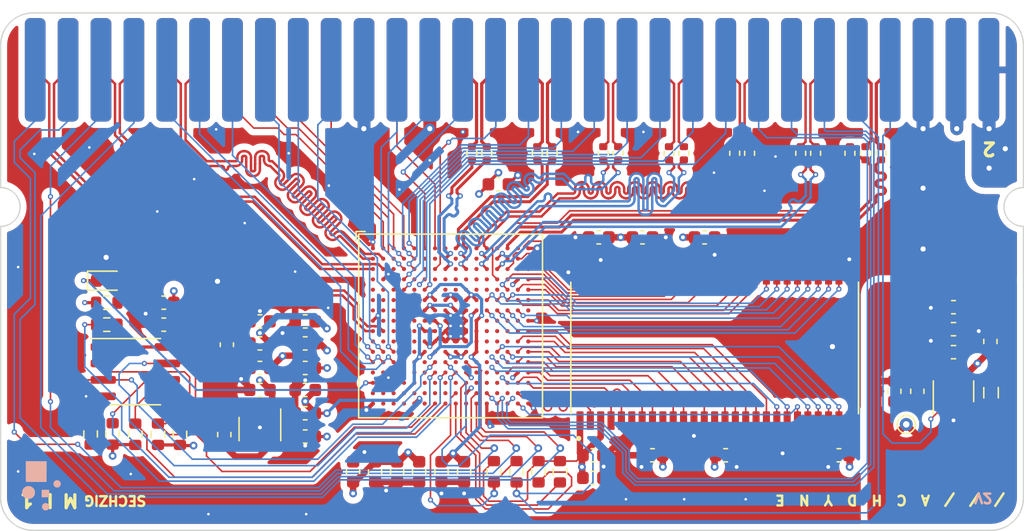
<source format=kicad_pcb>
(kicad_pcb (version 20211014) (generator pcbnew)
  (layers (0 "F.Cu" signal) (1 "In1.Cu" signal) (2 "In2.Cu" signal) (31 "B.Cu" signal) (34 "B.Paste" user) (35 "F.Paste" user) (36 "B.SilkS" user "B.Silkscreen") (37 "F.SilkS" user "F.Silkscreen") (38 "B.Mask" user) (39 "F.Mask" user) (44 "Edge.Cuts" user))
  (net 0 "")
  (net 1 "GND")
  (net 2 "/PWR5V0")
  (net 3 "Net-(L1-Pad1)")
  (net 4 "/PWR2V5")
  (net 5 "/PWR1V1")
  (net 8 "/CSPI_SCK")
  (net 9 "/CSPI_MISO")
  (net 10 "/CSPI_MOSI")
  (net 11 "/CSPI_SS")
  (net 16 "/JTAG_TCK")
  (net 17 "/JTAG_TDI")
  (net 18 "/JTAG_TDO")
  (net 19 "/JTAG_TMS")
  (net 22 "/INITN")
  (net 23 "/DONE")
  (net 24 "/SD_MOSI")
  (net 26 "/SD_SS")
  (net 27 "/SD_MISO")
  (net 28 "/SD_SCK")
  (net 29 "Net-(C29-Pad2)")
  (net 30 "/CSPI_SIO3")
  (net 46 "/PWR3V3")
  (net 88 "/DRAM_DQ0")
  (net 89 "/DRAM_DQ1")
  (net 90 "/DRAM_DQ2")
  (net 91 "/DRAM_DQ3")
  (net 92 "/DRAM_DQ4")
  (net 93 "/DRAM_DQ5")
  (net 94 "/DRAM_DQ6")
  (net 95 "/DRAM_DQ7")
  (net 96 "/DRAM_LDQM")
  (net 97 "/DRAM_WE")
  (net 98 "/DRAM_CAS")
  (net 99 "/DRAM_RAS")
  (net 100 "/DRAM_CS")
  (net 101 "/DRAM_BS0")
  (net 102 "/DRAM_BS1")
  (net 103 "/DRAM_A10")
  (net 104 "/DRAM_A0")
  (net 105 "/DRAM_A1")
  (net 106 "/DRAM_A2")
  (net 107 "/DRAM_A3")
  (net 108 "/DRAM_A4")
  (net 109 "/DRAM_A5")
  (net 110 "/DRAM_A6")
  (net 111 "/DRAM_A7")
  (net 112 "/DRAM_A8")
  (net 113 "/DRAM_A9")
  (net 114 "/DRAM_A11")
  (net 115 "/DRAM_A12")
  (net 116 "/DRAM_CKE")
  (net 117 "/DRAM_CLK")
  (net 118 "/DRAM_UDQM")
  (net 119 "/DRAM_DQ8")
  (net 120 "/DRAM_DQ9")
  (net 121 "/DRAM_DQ10")
  (net 122 "/DRAM_DQ11")
  (net 123 "/DRAM_DQ12")
  (net 124 "/DRAM_DQ13")
  (net 125 "/DRAM_DQ14")
  (net 126 "/DRAM_DQ15")
  (net 128 "/PROGRAMN")
  (net 129 "/SD_CD_N")
  (net 131 "/CSPI_SIO2")
  (net 134 "/CFG_1")
  (net 148 "/USBD_P")
  (net 149 "/SYS_PG")
  (net 150 "/SYS_RST_N")
  (net 151 "/USBD_N")
  (net 152 "/AUD_DIN")
  (net 153 "/DDMI_D0_P")
  (net 154 "/AUD_BCK")
  (net 155 "/DDMI_D0_N")
  (net 156 "/AUD_WS")
  (net 157 "/DDMI_D1_P")
  (net 158 "/ETH_TX0")
  (net 159 "/DDMI_D1_N")
  (net 160 "/ETH_TX1")
  (net 161 "/DDMI_D2_P")
  (net 162 "/ETH_RX0")
  (net 163 "/DDMI_D2_N")
  (net 164 "/ETH_RX1")
  (net 165 "/DDMI_CK_P")
  (net 166 "/ETH_TXEN")
  (net 167 "/DDMI_CK_N")
  (net 168 "/ETH_CRS_DV")
  (net 169 "/USBH0_P")
  (net 170 "/ETH_RST_N")
  (net 171 "/USBH0_N")
  (net 172 "/ETH_CLK50")
  (net 173 "/USBH1_P")
  (net 174 "/USBH1_N")
  (net 175 "/XB")
  (net 176 "/XA")
  (net 177 "/SYS_CLK48")
  (net 181 "/SD_D2")
  (net 182 "/SD_D1")
  (net 184 "/USBD_PU")
  (net 185 "/USBDC_P")
  (net 186 "/USBDC_N")
  (net 187 "/USBHC0_P")
  (net 188 "/USBHC0_N")
  (net 189 "/USBHC1_P")
  (net 190 "/USBHC1_N")
  (net 194 "/UART_TX")
  (net 195 "/UART_RX")
  (net 196 "/DDMIC_CK_N")
  (net 197 "/DDMIC_CK_P")
  (net 198 "/DDMIC_D0_N")
  (net 199 "/DDMIC_D0_P")
  (net 200 "/DDMIC_D1_N")
  (net 201 "/DDMIC_D1_P")
  (net 202 "/DDMIC_D2_N")
  (net 203 "/DDMIC_D2_P")
  (net 210 "/XC")
  (net 211 "/XD")
  (net 212 "/DS0_N")
  (net 213 "/DS0_P")
  (net 214 "/DS1_N")
  (net 215 "/DS1_P")
  (net 216 "/DS2_N")
  (net 217 "/DS2_P")
  (net 219 "Net-(D1-Pad2)")
  (net 224 "/LED")
  (footprint "Capacitor_SMD:C_0603_1608Metric" (layer "F.Cu") (at 120.025 129.15 180)
    (fp_text reference "C26" hide)
    (fp_text value "4.7uF" hide)
  )
  (footprint "Capacitor_SMD:C_0603_1608Metric" (layer "F.Cu") (at 117.275 132.6 90)
    (fp_text reference "C30" hide)
    (fp_text value "4.7uF" hide)
  )
  (footprint "Resistor_SMD:R_0603_1608Metric" (layer "F.Cu") (at 169.028 129.25 -90)
    (fp_text reference "R22" hide)
    (fp_text value "100K" hide)
  )
  (footprint "TestPoint:TestPoint_THTPad_D1.0mm_Drill0.5mm" (layer "F.Cu") (at 169.95 131.8125 90)
    (fp_text reference "TP1" hide)
    (fp_text value "TP_PWR1V1" hide)
  )
  (footprint "Package_TO_SOT_SMD:SOT-23-6" (layer "F.Cu") (at 173.6 129.25 90)
    (fp_text reference "U5" hide)
    (fp_text value "TLV62568DDC" hide)
  )
  (footprint "Capacitor_SMD:C_0603_1608Metric" (layer "F.Cu") (at 176.45 125.4 90)
    (fp_text reference "C25" hide)
    (fp_text value "4.7uF" hide)
  )
  (footprint "Capacitor_SMD:C_0603_1608Metric" (layer "F.Cu") (at 173.6 126.228 180)
    (fp_text reference "C29" hide)
    (fp_text value "10pF" hide)
  )
  (footprint "Capacitor_SMD:C_0603_1608Metric" (layer "F.Cu") (at 173.6 124.45 180)
    (fp_text reference "C32" hide)
    (fp_text value "22uF" hide)
  )
  (footprint "Resistor_SMD:R_0603_1608Metric" (layer "F.Cu") (at 170.806 129.25 90)
    (fp_text reference "R23" hide)
    (fp_text value "120K" hide)
  )
  (footprint "Package_TO_SOT_SMD:SOT-23-5" (layer "F.Cu") (at 120.025 132.175 -90)
    (fp_text reference "U6" hide)
    (fp_text value "TLV73325PDBV" hide)
  )
  (footprint "Capacitor_SMD:C_0603_1608Metric" (layer "F.Cu") (at 117.475 125.65 90)
    (fp_text reference "C28" hide)
    (fp_text value "22uF" hide)
  )
  (footprint "Resistor_SMD:R_0402_1005Metric" (layer "F.Cu") (at 141.45 110.85 -90)
    (fp_text reference "R18" hide)
    (fp_text value "22R" hide)
  )
  (footprint "Capacitor_SMD:C_0603_1608Metric" (layer "F.Cu") (at 145.75 135.95 180)
    (fp_text reference "C23" hide)
    (fp_text value "10uF" hide)
  )
  (footprint "Package_SO:SOIC-8_3.9x4.9mm_P1.27mm" (layer "F.Cu") (at 110.4 127.735)
    (fp_text reference "U3" hide)
    (fp_text value "W25Q32JVSS" hide)
  )
  (footprint "Resistor_SMD:R_0402_1005Metric" (layer "F.Cu") (at 151.625 110.85 -90)
    (fp_text reference "R25" hide)
    (fp_text value "270R" hide)
  )
  (footprint "Resistor_SMD:R_0402_1005Metric" (layer "F.Cu") (at 137.55 110.85 -90)
    (fp_text reference "R21" hide)
    (fp_text value "22R" hide)
  )
  (footprint "Capacitor_SMD:C_0603_1608Metric" (layer "F.Cu") (at 112.6 124.1 180)
    (fp_text reference "C15" hide)
    (fp_text value "100nF" hide)
  )
  (footprint "Capacitor_SMD:C_0603_1608Metric" (layer "F.Cu") (at 150.35 134.2)
    (fp_text reference "C21" hide)
    (fp_text value "100nF" hide)
  )
  (footprint "Resistor_SMD:R_0603_1608Metric" (layer "F.Cu") (at 143.2 135.475 -90)
    (fp_text reference "R1" hide)
    (fp_text value "4K7" hide)
  )
  (footprint "Resistor_SMD:R_0603_1608Metric" (layer "F.Cu") (at 110.4 132.575 90)
    (fp_text reference "R7" hide)
    (fp_text value "10K" hide)
  )
  (footprint "Capacitor_SMD:C_0603_1608Metric" (layer "F.Cu") (at 112.6 122.4 180)
    (fp_text reference "C16" hide)
    (fp_text value "1uF" hide)
  )
  (footprint "Capacitor_SMD:C_0603_1608Metric" (layer "F.Cu") (at 145.75 134.2 180)
    (fp_text reference "C20" hide)
    (fp_text value "100nF" hide)
  )
  (footprint "Resistor_SMD:R_0402_1005Metric" (layer "F.Cu") (at 136.4 110.85 -90)
    (fp_text reference "R20" hide)
    (fp_text value "22R" hide)
  )
  (footprint "Resistor_SMD:R_0603_1608Metric" (layer "F.Cu") (at 108.2 124.1 180)
    (fp_text reference "R4" hide)
    (fp_text value "10K" hide)
  )
  (footprint "Capacitor_SMD:C_0603_1608Metric" (layer "F.Cu") (at 164.75 134.2)
    (fp_text reference "C18" hide)
    (fp_text value "100nF" hide)
  )
  (footprint "Resistor_SMD:R_0402_1005Metric" (layer "F.Cu") (at 157.85 110.85 -90)
    (fp_text reference "R13" hide)
    (fp_text value "270R" hide)
  )
  (footprint "Resistor_SMD:R_0402_1005Metric" (layer "F.Cu") (at 165.6 110.85 -90)
    (fp_text reference "R15" hide)
    (fp_text value "1K5" hide)
  )
  (footprint "Capacitor_SMD:C_0603_1608Metric" (layer "F.Cu") (at 130.625 135.475 90)
    (fp_text reference "C3" hide)
    (fp_text value "220nF" hide)
  )
  (footprint "Inductor_SMD:L_0805_2012Metric" (layer "F.Cu") (at 176.5 129.3625 90)
    (fp_text reference "L1" hide)
    (fp_text value "INDUCTOR" hide)
  )
  (footprint "Resistor_SMD:R_0603_1608Metric" (layer "F.Cu") (at 108.2 122.4)
    (fp_text reference "R28" hide)
    (fp_text value "1K" hide)
  )
  (footprint "Resistor_SMD:R_0402_1005Metric" (layer "F.Cu") (at 162.95 110.85 -90)
    (fp_text reference "R11" hide)
    (fp_text value "270R" hide)
  )
  (footprint "Resistor_SMD:R_0402_1005Metric" (layer "F.Cu") (at 166.8 110.85 -90)
    (fp_text reference "R16" hide)
    (fp_text value "22R" hide)
  )
  (footprint "LD-MEMORY:SOP80P1176X120-54N" (layer "F.Cu") (at 155.15 125.9 90)
    (fp_text reference "U4" hide)
    (fp_text value "W9825G6KH-6" hide)
  )
  (footprint "Resistor_SMD:R_0402_1005Metric" (layer "F.Cu") (at 147.7 110.85 -90)
    (fp_text reference "R26" hide)
    (fp_text value "270R" hide)
  )
  (footprint "Capacitor_SMD:C_0603_1608Metric" (layer "F.Cu") (at 146.2 117.35)
    (fp_text reference "C24" hide)
    (fp_text value "10uF" hide)
  )
  (footprint "Capacitor_SMD:C_0603_1608Metric" (layer "F.Cu") (at 134.05 135.475 90)
    (fp_text reference "C1" hide)
    (fp_text value "220nF" hide)
  )
  (footprint "Capacitor_SMD:C_0603_1608Metric" (layer "F.Cu") (at 123.525 130.95)
    (fp_text reference "C9" hide)
    (fp_text value "1uF" hide)
  )
  (footprint "Capacitor_SMD:C_0603_1608Metric" (layer "F.Cu") (at 128.925 135.475 90)
    (fp_text reference "C13" hide)
    (fp_text value "1uF" hide)
  )
  (footprint "Resistor_SMD:R_0603_1608Metric" (layer "F.Cu") (at 141.55 135.475 -90)
    (fp_text reference "R2" hide)
    (fp_text value "4K7" hide)
  )
  (footprint "Resistor_SMD:R_0402_1005Metric" (layer "F.Cu") (at 142.6 110.85 -90)
    (fp_text reference "R19" hide)
    (fp_text value "22R" hide)
  )
  (footprint "Resistor_SMD:R_0402_1005Metric" (layer "F.Cu") (at 168 110.85 -90)
    (fp_text reference "R17" hide)
    (fp_text value "22R" hide)
  )
  (footprint "Resistor_SMD:R_0402_1005Metric" (layer "F.Cu") (at 161.8 110.85 -90)
    (fp_text reference "R12" hide)
    (fp_text value "270R" hide)
  )
  (footprint "Capacitor_SMD:C_0603_1608Metric" (layer "F.Cu") (at 120.025 125.55)
    (fp_text reference "C8" hide)
    (fp_text value "1uF" hide)
  )
  (footprint "Capacitor_SMD:C_0603_1608Metric" (layer "F.Cu") (at 123.525 127.45)
    (fp_text reference "C12" hide)
    (fp_text value "220nF" hide)
  )
  (footprint "Capacitor_SMD:C_0603_1608Metric" (layer "F.Cu") (at 123.525 125.55)
    (fp_text reference "C10" hide)
    (fp_text value "220nF" hide)
  )
  (footprint "Resistor_SMD:R_0603_1608Metric" (layer "F.Cu") (at 139.85 135.475 90)
    (fp_text reference "R6" hide)
    (fp_text value "51R" hide)
  )
  (footprint "Capacitor_SMD:C_0603_1608Metric" (layer "F.Cu") (at 123.525 132.75)
    (fp_text reference "C4" hide)
    (fp_text value "220nF" hide)
  )
  (footprint "Capacitor_SMD:C_0603_1608Metric" (layer "F.Cu") (at 120.025 123.85 180)
    (fp_text reference "C31" hide)
    (fp_text value "22uF" hide)
  )
  (footprint "Capacitor_SMD:C_0603_1608Metric" (layer "F.Cu") (at 135.8 135.475 90)
    (fp_text reference "C11" hide)
    (fp_text value "1uF" hide)
  )
  (footprint "Package_BGA:BGA-256_14.0x14.0mm_Layout16x16_P0.8mm_Ball0.45mm_Pad0.32mm_NSMD" (layer "F.Cu") (at 134.753355 124.2)
    (fp_text reference "U1" hide)
    (fp_text value "Lattice_ECP_FPGA_ECP5U_45_CABGA256" hide)
  )
  (footprint "Capacitor_SMD:C_0603_1608Metric" (layer "F.Cu") (at 156 134.2 180)
    (fp_text reference "C22" hide)
    (fp_text value "100nF" hide)
  )
  (footprint "Resistor_SMD:R_0603_1608Metric" (layer "F.Cu") (at 112.15 132.575 90)
    (fp_text reference "R8" hide)
    (fp_text value "10K" hide)
  )
  (footprint "Resistor_SMD:R_0402_1005Metric" (layer "F.Cu") (at 146.55 110.85 -90)
    (fp_text reference "R27" hide)
    (fp_text value "270R" hide)
  )
  (footprint "Capacitor_SMD:C_0603_1608Metric" (layer "F.Cu") (at 120.025 127.45)
    (fp_text reference "C14" hide)
    (fp_text value "1uF" hide)
  )
  (footprint "Capacitor_SMD:C_0603_1608Metric" (layer "F.Cu") (at 173.6 122.75 180)
    (fp_text reference "C33" hide)
    (fp_text value "22uF" hide)
  )
  (footprint "Resistor_SMD:R_0402_1005Metric" (layer "F.Cu") (at 156.7 110.85 -90)
    (fp_text reference "R14" hide)
    (fp_text value "270R" hide)
  )
  (footprint "Capacitor_SMD:C_0603_1608Metric" (layer "F.Cu") (at 138.45 113.25 180)
    (fp_text reference "C7" hide)
    (fp_text value "220nF" hide)
  )
  (footprint "Capacitor_SMD:C_0603_1608Metric" (layer "F.Cu") (at 127.225 135.475 90)
    (fp_text reference "C27" hide)
    (fp_text value "22uF" hide)
  )
  (footprint "Resistor_SMD:R_0603_1608Metric" (layer "F.Cu") (at 138.1 135.475 -90)
    (fp_text reference "R3" hide)
    (fp_text value "4K7" hide)
  )
  (footprint "LED_SMD:LED_0603_1608Metric" (layer "F.Cu") (at 108.2 120.7)
    (fp_text reference "D1" hide)
    (fp_text value "LEDW" hide)
  )
  (footprint "Capacitor_SMD:C_0603_1608Metric" (layer "F.Cu") (at 149.575 117.35 180)
    (fp_text reference "C19" hide)
    (fp_text value "100nF" hide)
  )
  (footprint "Capacitor_SMD:C_0603_1608Metric" (layer "F.Cu") (at 123.525 123.85)
    (fp_text reference "C6" hide)
    (fp_text value "220nF" hide)
  )
  (footprint "Capacitor_SMD:C_0603_1608Metric" (layer "F.Cu") (at 154.375 117.35 180)
    (fp_text reference "C17" hide)
    (fp_text value "100nF" hide)
  )
  (footprint "Resistor_SMD:R_0603_1608Metric" (layer "F.Cu") (at 113.85 132.575 90)
    (fp_text reference "R10" hide)
    (fp_text value "10K" hide)
  )
  (footprint "Capacitor_SMD:C_0603_1608Metric" (layer "F.Cu") (at 132.325 135.475 90)
    (fp_text reference "C5" hide)
    (fp_text value "220nF" hide)
  )
  (footprint "Resistor_SMD:R_0402_1005Metric" (layer "F.Cu") (at 152.775 110.85 -90)
    (fp_text reference "R24" hide)
    (fp_text value "270R" hide)
  )
  (footprint "Resistor_SMD:R_0603_1608Metric" (layer "F.Cu") (at 106.95 132.55 90)
    (fp_text reference "R9" hide)
    (fp_text value "10K" hide)
  )
  (footprint "Capacitor_SMD:C_0603_1608Metric" (layer "F.Cu") (at 123.525 129.15)
    (fp_text reference "C2" hide)
    (fp_text value "220nF" hide)
  )
  (footprint "Resistor_SMD:R_0603_1608Metric" (layer "F.Cu") (at 108.65 132.55 90)
    (fp_text reference "R5" hide)
    (fp_text value "1K" hide)
  )
  (footprint "LD-LOGO:ld-kicad" (layer "B.Cu") (at 103 136.5)
    (fp_text reference "G***" hide)
    (fp_text value "LOGO" hide)
  )
  (footprint "LD-EDGE:MACHDYNE_EDGE_60P" (layer "B.Cu") (at 139.5 104.4 90)
    (fp_text reference "U2" hide)
    (fp_text value "MACHDYNE-SECHZIG-60P" hide)
  )
  (gr_line (start 100 113.5) (end 100 102.5) (layer "Edge.Cuts") (width 0.1))
  (gr_arc (start 102.5 140) (mid 100.732233 139.267767) (end 100 137.5) (layer "Edge.Cuts") (width 0.1))
  (gr_arc (start 100 113.5) (mid 101.5 115) (end 100 116.5) (layer "Edge.Cuts") (width 0.1))
  (gr_arc (start 176.5 100) (mid 178.267767 100.732233) (end 179 102.5) (layer "Edge.Cuts") (width 0.1))
  (gr_line (start 176.5 140) (end 102.5 140) (layer "Edge.Cuts") (width 0.1))
  (gr_line (start 100 116.5) (end 100 137.5) (layer "Edge.Cuts") (width 0.1))
  (gr_line (start 179 102.5) (end 179 113.5) (layer "Edge.Cuts") (width 0.1))
  (gr_line (start 179 116.5) (end 179 137.5) (layer "Edge.Cuts") (width 0.1))
  (gr_arc (start 179 116.5) (mid 177.5 115) (end 179 113.5) (layer "Edge.Cuts") (width 0.1))
  (gr_line (start 102.5 100) (end 176.5 100) (layer "Edge.Cuts") (width 0.1))
  (gr_arc (start 100 102.5) (mid 100.732233 100.732233) (end 102.5 100) (layer "Edge.Cuts") (width 0.1))
  (gr_arc (start 179 137.5) (mid 178.267767 139.267767) (end 176.5 140) (layer "Edge.Cuts") (width 0.1))
  (gr_text "V2" (at 175.9 137.5 180) (layer "B.SilkS") (effects (font (size 0.75 0.75) (thickness 0.1875)) (justify mirror)))
  (gr_text "2" (at 176.35 110.5 -180) (layer "F.SilkS") (effects (font (size 1 1) (thickness 0.25))))
  (gr_text "M L 1" (at 103.75 137.7 180) (layer "F.SilkS") (effects (font (size 1 1) (thickness 0.25))))
  (gr_text "SECHZIG" (at 108.85 137.7 180) (layer "F.SilkS") (effects (font (size 0.75 0.75) (thickness 0.1875))))
  (gr_text "/  /  /  A  C  H  D  Y  N  E" (at 168.7 137.66 180) (layer "F.SilkS") (effects (font (size 0.75 0.75) (thickness 0.1875))))
  (segment (start 155.125 120.18) (end 155.125 117.425) (width 0.5) (layer "F.Cu") (net 1))
  (segment (start 171.25 104.4) (end 171.25 108.95) (width 1) (layer "F.Cu") (net 1))
  (segment (start 151.125 118.075) (end 150.4 117.35) (width 0.5) (layer "F.Cu") (net 1))
  (segment (start 134.752637 124.999282) (end 134.752637 125.000718) (width 0.25) (layer "F.Cu") (net 1))
  (segment (start 136.35 129.003355) (end 135.953355 129.4) (width 0.25) (layer "F.Cu") (net 1))
  (segment (start 129.95 136.925) (end 130.625 136.25) (width 0.5) (layer "F.Cu") (net 1))
  (segment (start 173.6 130.3875) (end 173.6 131.5) (width 0.5) (layer "F.Cu") (net 1))
  (segment (start 140.753355 130.2) (end 140.8 130.2) (width 0.25) (layer "F.Cu") (net 1))
  (segment (start 170.806 126.394) (end 171.85 125.35) (width 0.5) (layer "F.Cu") (net 1))
  (segment (start 134.354073 123) (end 134.753355 123.399282) (width 0.25) (layer "F.Cu") (net 1))
  (segment (start 111.825 124.1) (end 111.825 123.875) (width 0.25) (layer "F.Cu") (net 1))
  (segment (start 130.625 136.3) (end 132.325 136.3) (width 0.5) (layer "F.Cu") (net 1))
  (segment (start 134.753355 124.2) (end 134.353355 123.8) (width 0.25) (layer "F.Cu") (net 1))
  (segment (start 135.953355 123.8) (end 135.95 123.8) (width 0.25) (layer "F.Cu") (net 1))
  (segment (start 151.375 117.35) (end 150.4 117.35) (width 0.5) (layer "F.Cu") (net 1))
  (segment (start 121.85 124.75) (end 122.75 123.85) (width 0.5) (layer "F.Cu") (net 1))
  (segment (start 131.953355 130.2) (end 131.953355 130.196645) (width 0.25) (layer "F.Cu") (net 1))
  (segment (start 122.75 129.15) (end 122.75 130.95) (width 0.5) (layer "F.Cu") (net 1))
  (segment (start 155.125 117.425) (end 155.2 117.35) (width 0.5) (layer "F.Cu") (net 1))
  (segment (start 148.75 132.199545) (end 148.75 131.52) (width 0.5) (layer "F.Cu") (net 1))
  (segment (start 132.753355 125.4) (end 132.753355 125.403355) (width 0.25) (layer "F.Cu") (net 1))
  (segment (start 137.553355 131.703355) (end 137.8 131.95) (width 0.25) (layer "F.Cu") (net 1))
  (segment (start 135.8 137.15) (end 135.8 136.25) (width 0.5) (layer "F.Cu") (net 1))
  (segment (start 107.925 129.64) (end 106.6 129.64) (width 0.25) (layer "F.Cu") (net 1))
  (segment (start 118.575 124.875) (end 118.575 124.525) (width 0.5) (layer "F.Cu") (net 1))
  (segment (start 140.8 130.2) (end 141.15 130.55) (width 0.25) (layer "F.Cu") (net 1))
  (segment (start 128.07 104.4) (end 128.07 108.93) (width 1) (layer "F.Cu") (net 1))
  (segment (start 153.55 131.52) (end 153.55 132.7) (width 0.5) (layer "F.Cu") (net 1))
  (segment (start 127.35 134.7) (end 128.1 133.95) (width 0.5) (layer "F.Cu") (net 1))
  (segment (start 135.553355 124.2) (end 135.953355 123.8) (width 0.25) (layer "F.Cu") (net 1))
  (segment (start 129.553355 120.6) (end 129.553355 120.596645) (width 0.25) (layer "F.Cu") (net 1))
  (segment (start 135.55 124.203355) (end 135.153355 124.6) (width 0.25) (layer "F.Cu") (net 1))
  (segment (start 176.4375 124.6) (end 176.45 124.6125) (width 0.5) (layer "F.Cu") (net 1))
  (segment (start 123.525 128.4) (end 123.5 128.4) (width 0.5) (layer "F.Cu") (net 1))
  (segment (start 129.775 136.925) (end 129.6 136.925) (width 0.5) (layer "F.Cu") (net 1))
  (segment (start 135.552637 124.999282) (end 135.153355 124.6) (width 0.25) (layer "F.Cu") (net 1))
  (segment (start 119.25 127.625) (end 118.575 128.3) (width 0.5) (layer "F.Cu") (net 1))
  (segment (start 137.553355 130.2) (end 137.553355 131.703355) (width 0.25) (layer "F.Cu") (net 1))
  (segment (start 146.749545 134.2) (end 148.75 132.199545) (width 0.5) (layer "F.Cu") (net 1))
  (segment (start 129.553355 127.803355) (end 129.95 128.2) (width 0.25) (layer "F.Cu") (net 1))
  (segment (start 119.875 132.2) (end 117.6625 132.2) (width 0.5) (layer "F.Cu") (net 1))
  (segment (start 135.55 123.4) (end 135.553355 123.4) (width 0.25) (layer "F.Cu") (net 1))
  (segment (start 156.85 134.225) (end 156.825 134.2) (width 0.5) (layer "F.Cu") (net 1))
  (segment (start 134.752637 124.999282) (end 134.754073 124.999282) (width 0.25) (layer "F.Cu") (net 1))
  (segment (start 134.353355 124.6) (end 134.753355 124.2) (width 0.25) (layer "F.Cu") (net 1))
  (segment (start 111.825 122.4) (end 111.825 122.625) (width 0.25) (layer "F.Cu") (net 1))
  (segment (start 128.753355 123.796645) (end 129.15 123.4) (width 0.25) (layer "F.Cu") (net 1))
  (segment (start 144.75 120.28) (end 144.08 120.28) (width 0.5) (layer "F.Cu") (net 1))
  (segment (start 135.95 123.8) (end 135.55 123.4) (width 0.25) (layer "F.Cu") (net 1))
  (segment (start 117.475 124.875) (end 118.575 124.875) (width 0.5) (layer "F.Cu") (net 1))
  (segment (start 135.55 124.2) (end 135.55 124.203355) (width 0.25) (layer "F.Cu") (net 1))
  (segment (start 129.553355 120.596645) (end 129.95 120.2) (width 0.25) (layer "F.Cu") (net 1))
  (segment (start 119.25 129.1375) (end 119.2375 129.15) (width 0.5) (layer "F.Cu") (net 1))
  (segment (start 151.15 120.28) (end 151.15 118.175) (width 0.5) (layer "F.Cu") (net 1))
  (segment (start 134.353355 123.799282) (end 134.753355 123.399282) (width 0.25) (layer "F.Cu") (net 1))
  (segment (start 134.753355 123.399282) (end 134.753355 123.4) (width 0.25) (layer "F.Cu") (net 1))
  (segment (start 172.825 122.75) (end 172.825 124.4375) (width 0.5) (layer "F.Cu") (net 1))
  (segment (start 128.07 108.93) (end 128.05 108.95) (width 1) (layer "F.Cu") (net 1))
  (segment (start 135.554073 124.999282) (end 135.953355 124.6) (width 0.25) (layer "F.Cu") (net 1))
  (segment (start 128.753355 130.2) (end 128.75 130.2) (width 0.25) (layer "F.Cu") (net 1))
  (segment (start 119.25 127.45) (end 119.25 127.625) (width 0.5) (layer "F.Cu") (net 1))
  (segment (start 134.353355 124.6) (end 134.752637 124.999282) (width 0.25) (layer "F.Cu") (net 1))
  (segment (start 172.825 122.75) (end 171.9 122.75) (width 0.5) (layer "F.Cu") (net 1))
  (segment (start 135.153355 123.8) (end 135.953355 124.6) (width 0.25) (layer "F.Cu") (net 1))
  (segment (start 146.575 135.075) (end 146.575 135.95) (width 0.5) (layer "F.Cu") (net 1))
  (segment (start 136.35 129) (end 136.35 129.003355) (width 0.25) (layer "F.Cu") (net 1))
  (segment (start 170.806 128.4625) (end 170.806 126.394) (width 0.5) (layer "F.Cu") (net 1))
  (segment (start 172.825 124.4375) (end 172.8125 124.45) (width 0.5) (layer "F.Cu") (net 1))
  (segment (start 133.952637 124.999282) (end 134.353355 125.4) (width 0.25) (layer "F.Cu") (net 1))
  (segment (start 132.753355 125.403355) (end 133.15 125.8) (width 0.25) (layer "F.Cu") (net 1))
  (segment (start 140.753355 123.8) (end 141.4 123.8) (width 0.25) (layer "F.Cu") (net 1))
  (segment (start 139.553355 121) (end 139.953355 120.6) (width 0.25) (layer "F.Cu") (net 1))
  (segment (start 131.953355 130.196645) (end 132.35 129.8) (width 0.25) (layer "F.Cu") (net 1))
  (segment (start 135.553355 123.4) (end 135.953355 123) (width 0.25) (layer "F.Cu") (net 1))
  (segment (start 136.35 128.196645) (end 135.953355 127.8) (width 0.25) (layer "F.Cu") (net 1))
  (segment (start 121.775 124.75) (end 121.95 124.75) (width 0.5) (layer "F.Cu") (net 1))
  (segment (start 136.35 128.2) (end 136.35 128.196645) (width 0.25) (layer "F.Cu") (net 1))
  (segment (start 134.752637 124.999282) (end 135.153355 125.4) (width 0.25) (layer "F.Cu") (net 1))
  (segment (start 120.025 123.05) (end 120.025 123.075) (width 0.5) (layer "F.Cu") (net 1))
  (segment (start 133.15 104.4) (end 133.15 108.95) (width 1) (layer "F.Cu") (net 1))
  (segment (start 111.825 122.625) (end 111.2 123.25) (width 0.25) (layer "F.Cu") (net 1))
  (segment (start 165.55 120.28) (end 165.55 119.05) (width 0.5) (layer "F.Cu") (net 1))
  (segment (start 145.375 117.35) (end 144.4 117.35) (width 0.5) (layer "F.Cu") (net 1))
  (segment (start 171.9 122.75) (end 171.85 122.8) (width 0.5) (layer "F.Cu") (net 1))
  (segment (start 133.952637 125.000718) (end 133.553355 125.4) (width 0.25) (layer "F.Cu") (net 1))
  (segment (start 118.575 124.875) (end 119.25 125.55) (width 0.5) (layer "F.Cu") (net 1))
  (segment (start 139.925 112.55) (end 139.225 113.25) (width 0.25) (layer "F.Cu") (net 1))
  (segment (start 163.925 134.2) (end 163.925 135.1) (width 0.5) (layer "F.Cu") (net 1))
  (segment (start 139.553355 128.2) (end 139.953355 127.8) (width 0.25) (layer "F.Cu") (net 1))
  (segment (start 123.45 133.45) (end 122.75 132.75) (width 0.5) (layer "F.Cu") (net 1))
  (segment (start 134.353355 123) (end 134.354073 123) (width 0.25) (layer "F.Cu") (net 1))
  (segment (start 146.35 120.28) (end 146.35 119.1) (width 0.5) (layer "F.Cu") (net 1))
  (segment (start 135.153355 122.199282) (end 134.753355 121.799282) (width 0.25) (layer "F.Cu") (net 1))
  (segment (start 139.55 121) (end 139.553355 121) (width 0.25) (layer "F.Cu") (net 1))
  (segment (start 129.775 136.925) (end 129.95 136.925) (width 0.5) (layer "F.Cu") (net 1))
  (segment (start 134.351919 124.6) (end 133.952637 124.999282) (width 0.25) (layer "F.Cu") (net 1))
  (segment (start 146.575 134.2) (end 146.575 135.075) (width 0.5) (layer "F.Cu") (net 1))
  (segment (start 134.754073 124.999282) (end 135.153355 124.6) (width 0.25) (layer "F.Cu") (net 1))
  (segment (start 133.952637 124.999282) (end 133.952637 125.000718) (width 0.25) (layer "F.Cu") (net 1))
  (segment (start 128.753355 118.2) (end 128.753355 117.7) (width 0.25) (layer "F.Cu") (net 1))
  (segment (start 128.75 130.2) (end 128.25 130.7) (width 0.25) (layer "F.Cu") (net 1))
  (segment (start 135.153355 122.2) (end 135.153355 122.199282) (width 0.25) (layer "F.Cu") (net 1))
  (segment (start 139.95 112.55) (end 139.925 112.55) (width 0.25) (layer "F.Cu") (net 1))
  (segment (start 135.552637 124.999282) (end 135.953355 125.4) (width 0.25) (layer "F.Cu") (net 1))
  (segment (start 156.85 135.1) (end 156.85 134.225) (width 0.5) (layer "F.Cu") (net 1))
  (segment (start 119.2375 129.15) (end 119.2375 128.9625) (width 0.5) (layer "F.Cu") (net 1))
  (segment (start 123.525 133.45) (end 123.45 133.45) (width 0.5) (layer "F.Cu") (net 1))
  (segment (start 122.75 127.45) (end 122.75 127.625) (width 0.5) (layer "F.Cu") (net 1))
  (segment (start 120.025 123.075) (end 119.25 123.85) (width 0.5) (layer "F.Cu") (net 1))
  (segment (start 117.6625 132.2) (end 117.275 131.8125) (width 0.5) (layer "F.Cu") (net 1))
  (segment (start 134.753355 123.4) (end 135.153355 123.8) (width 0.25) (layer "F.Cu") (net 1))
  (segment (start 129.6 136.925) (end 128.925 136.25) (width 0.5) (layer "F.Cu") (net 1))
  (segment (start 135.153355 123.796645) (end 135.55 123.4) (width 0.25) (layer "F.Cu") (net 1))
  (segment (start 149.5 135.1) (end 149.5 134.225) (width 0.5) (layer "F.Cu") (net 1))
  (segment (start 134.353355 122.199282) (end 134.753355 121.799282) (width 0.25) (layer "F.Cu") (net 1))
  (segment (start 134.05 137.15) (end 134.05 136.25) (width 0.5) (layer "F.Cu") (net 1))
  (segment (start 122.75 127.625) (end 123.525 128.4) (width 0.5) (layer "F.Cu") (net 1))
  (segment (start 134.353355 123.8) (end 134.353355 123.799282) (width 0.25) (layer "F.Cu") (net 1))
  (segment (start 121.95 124.75) (end 122.75 125.55) (width 0.5) (layer "F.Cu") (net 1))
  (segment (start 134.753355 124.2) (end 135.153355 124.6) (width 0.25) (layer "F.Cu") (net 1))
  (segment (start 134.752637 125.000718) (end 134.353355 125.4) (width 0.25) (layer "F.Cu") (net 1))
  (segment (start 135.153355 123.8) (end 135.153355 123.796645) (width 0.25) (layer "F.Cu") (net 1))
  (segment (start 144.08 120.28) (end 143.85 120.05) (width 0.5) (layer "F.Cu") (net 1))
  (segment (start 175.55 124.6) (end 176.4375 124.6) (width 0.5) (layer "F.Cu") (net 1))
  (segment (start 140.753355 118.2) (end 141.45 118.2) (width 0.25) (layer "F.Cu") (net 1))
  (segment (start 120.025 131.075) (end 120.025 132.05) (width 0.5) (layer "F.Cu") (net 1))
  (segment (start 135.55 124.2) (end 135.553355 124.2) (width 0.25) (layer "F.Cu") (net 1))
  (segment (start 134.753355 124.2) (end 135.153355 123.8) (width 0.25) (layer "F.Cu") (net 1))
  (segment (start 127.225 134.7) (end 127.35 134.7) (width 0.5) (layer "F.Cu") (net 1))
  (segment (start 134.353355 122.2) (end 134.353355 122.199282) (width 0.25) (layer "F.Cu") (net 1))
  (segment (start 139.55 128.2) (end 139.553355 128.2) (width 0.25) (layer "F.Cu") (net 1))
  (segment (start 134.353355 124.6) (end 134.351919 124.6) (width 0.25) (layer "F.Cu") (net 1))
  (segment (start 149.5 134.225) (end 149.525 134.2) (width 0.5) (layer "F.Cu") (net 1))
  (segment (start 123.5 128.4) (end 122.75 129.15) (width 0.5) (layer "F.Cu") (net 1))
  (segment (start 172.75 124.45) (end 171.85 125.35) (width 0.5) (layer "F.Cu") (net 1))
  (segment (start 135.552637 124.999282) (end 135.552637 125.000718) (width 0.25) (layer "F.Cu") (net 1))
  (segment (start 119.2375 128.9625) (end 118.575 128.3) (width 0.5) (layer "F.Cu") (net 1))
  (segment (start 135.552637 124.999282) (end 135.554073 124.999282) (width 0.25) (layer "F.Cu") (net 1))
  (segment (start 120.025 132.05) (end 119.875 132.2) (width 0.5) (layer "F.Cu") (net 1))
  (segment (start 121.775 124.75) (end 121.85 124.75) (width 0.5) (layer "F.Cu") (net 1))
  (segment (start 128.753355 123.8) (end 128.753355 123.796645) (width 0.25) (layer "F.Cu") (net 1))
  (segment (start 111.825 123.875) (end 111.2 123.25) (width 0.25) (layer "F.Cu") (net 1))
  (segment (start 172.8125 124.45) (end 172.75 124.45) (width 0.5) (layer "F.Cu") (net 1))
  (segment (start 146.575 134.2) (end 146.749545 134.2) (width 0.5) (layer "F.Cu") (net 1))
  (segment (start 133.553355 125.4) (end 133.55 125.4) (width 0.25) (layer "F.Cu") (net 1))
  (segment (start 133.55 125.4) (end 133.15 125.8) (width 0.25) (layer "F.Cu") (net 1))
  (segment (start 135.552637 125.000718) (end 135.153355 125.4) (width 0.25) (layer "F.Cu") (net 1))
  (segment (start 118.575 124.525) (end 119.25 123.85) (width 0.5) (layer "F.Cu") (net 1))
  (via (at 116.75 120.75) (size 0.8) (drill 0.4) (layers "F.Cu" "B.Cu") (net 1))
  (via (at 133.15 108.95) (size 0.8) (drill 0.4) (layers "F.Cu" "B.Cu") (net 1))
  (via (at 125.35 113.35) (size 0.4) (drill 0.2) (layers "F.Cu" "B.Cu") (net 1))
  (via (at 160.4 134.05) (size 0.6) (drill 0.3) (layers "F.Cu" "B.Cu") (net 1))
  (via (at 106.85 110.4) (size 0.4) (drill 0.2) (layers "F.Cu" "B.Cu") (net 1))
  (via (at 136.35 129) (size 0.4) (drill 0.2) (layers "F.Cu" "B.Cu") (net 1))
  (via (at 144.6 109.2) (size 0.4) (drill 0.2) (layers "F.Cu" "B.Cu") (net 1))
  (via (at 123.525 133.45) (size 0.6) (drill 0.3) (layers "F.Cu" "B.Cu") (net 1))
  (via (at 173.6 131.5) (size 0.6) (drill 0.3) (layers "F.Cu" "B.Cu") (net 1))
  (via (at 135.55 123.4) (size 0.4) (drill 0.2) (layers "F.Cu" "B.Cu") (net 1))
  (via (at 171.25 108.95) (size 0.8) (drill 0.4) (layers "F.Cu" "B.Cu") (net 1))
  (via (at 123.525 128.4) (size 0.6) (drill 0.3) (layers "F.Cu" "B.Cu") (net 1))
  (via (at 135.55 124.2) (size 0.4) (drill 0.2) (layers "F.Cu" "B.Cu") (net 1))
  (via (at 134.05 137.15) (size 0.6) (drill 0.3) (layers "F.Cu" "B.Cu") (net 1))
  (via (at 128.25 130.7) (size 0.6) (drill 0.3) (layers "F.Cu" "B.Cu") (net 1))
  (via (at 136.35 128.2) (size 0.4) (drill 0.2) (layers "F.Cu" "B.Cu") (net 1))
  (via (at 112.1 115.35) (size 0.4) (drill 0.2) (layers "F.Cu" "B.Cu") (net 1))
  (via (at 130.8 113.65) (size 0.4) (drill 0.2) (layers "F.Cu" "B.Cu") (net 1))
  (via (at 146.575 135.075) (size 0.6) (drill 0.3) (layers "F.Cu" "B.Cu") (net 1))
  (via (at 165.55 119.05) (size 0.6) (drill 0.3) (layers "F.Cu" "B.Cu") (net 1))
  (via (at 171.85 125.35) (size 0.6) (drill 0.3) (layers "F.Cu" "B.Cu") (net 1))
  (via (at 110.05 135.65) (size 0.4) (drill 0.2) (layers "F.Cu" "B.Cu") (net 1))
  (via (at 123.6 138.75) (size 0.4) (drill 0.2) (layers "F.Cu" "B.Cu") (net 1))
  (via (at 148.3 137.6) (size 0.4) (drill 0.2) (layers "F.Cu" "B.Cu") (net 1))
  (via (at 121.775 124.75) (size 0.6) (drill 0.3) (layers "F.Cu" "B.Cu") (net 1))
  (via (at 171.25 118.25) (size 0.8) (drill 0.4) (layers "F.Cu" "B.Cu") (net 1))
  (via (at 101.35 135.45) (size 0.4) (drill 0.2) (layers "F.Cu" "B.Cu") (net 1))
  (via (at 141.45 118.2) (size 0.6) (drill 0.3) (layers "F.Cu" "B.Cu") (net 1))
  (via (at 139.95 112.55) (size 0.6) (drill 0.3) (layers "F.Cu" "B.Cu") (net 1))
  (via (at 134.752637 124.999282) (size 0.4) (drill 0.2) (layers "F.Cu" "B.Cu") (net 1))
  (via (at 134.753355 124.2) (size 0.4) (drill 0.2) (layers "F.Cu" "B.Cu") (net 1))
  (via (at 132.35 129.8) (size 0.4) (drill 0.2) (layers "F.Cu" "B.Cu") (net 1))
  (via (at 139.55 128.2) (size 0.4) (drill 0.2) (layers "F.Cu" "B.Cu") (net 1))
  (via (at 135.552637 124.999282) (size 0.4) (drill 0.2) (layers "F.Cu" "B.Cu") (net 1))
  (via (at 106.6 129.64) (size 0.4) (drill 0.2) (layers "F.Cu" "B.Cu") (net 1))
  (via (at 134.753355 123.399282) (size 0.4) (drill 0.2) (layers "F.Cu" "B.Cu") (net 1))
  (via (at 129.95 128.2) (size 0.4) (drill 0.2) (layers "F.Cu" "B.Cu") (net 1))
  (via (at 108.15 118.9) (size 0.8) (drill 0.4) (layers "F.Cu" "B.Cu") (net 1))
  (via (at 155.15 118.7) (size 0.6) (drill 0.3) (layers "F.Cu" "B.Cu") (net 1))
  (via (at 152.8 137.6) (size 0.4) (drill 0.2) (layers "F.Cu" "B.Cu") (net 1))
  (via (at 175.55 124.6) (size 0.6) (drill 0.3) (layers "F.Cu" "B.Cu") (net 1))
  (via (at 143.85 120.05) (size 0.6) (drill 0.3) (layers "F.Cu" "B.Cu") (net 1))
  (via (at 146.35 119.1) (size 0.6) (drill 0.3) (layers "F.Cu" "B.Cu") (net 1))
  (via (at 122.75 120) (size 0.4) (drill 0.2) (layers "F.Cu" "B.Cu") (net 1))
  (via (at 116.05 138.75) (size 0.4) (drill 0.2) (layers "F.Cu" "B.Cu") (net 1))
  (via (at 163.925 135.1) (size 0.6) (drill 0.3) (layers "F.Cu" "B.Cu") (net 1))
  (via (at 151.375 117.35) (size 0.6) (drill 0.3) (layers "F.Cu" "B.Cu") (net 1))
  (via (at 111.2 123.25) (size 0.6) (drill 0.3) (layers "F.Cu" "B.Cu") (net 1))
  (via (at 133.15 125.8) (size 0.4) (drill 0.2) (layers "F.Cu" "B.Cu") (net 1))
  (via (at 156.85 135.1) (size 0.6) (drill 0.3) (layers "F.Cu" "B.Cu") (net 1))
  (via (at 122.25 110.85) (size 0.4) (drill 0.2) (layers "F.Cu" "B.Cu") (net 1))
  (via (at 118.85 116.25) (size 0.4) (drill 0.2) (layers "F.Cu" "B.Cu") (net 1))
  (via (at 149.5 135.1) (size 0.6) (drill 0.3) (layers "F.Cu" "B.Cu") (net 1))
  (via (at 133.15 111.4) (size 0.4) (drill 0.2) (layers "F.Cu" "B.Cu") (net 1))
  (via (at 129.95 120.2) (size 0.4) (drill 0.2) (layers "F.Cu" "B.Cu") (net 1))
  (via (at 137.8 131.95) (size 0.4) (drill 0.2) (layers "F.Cu" "B.Cu") (net 1))
  (via (at 129.775 136.925) (size 0.6) (drill 0.3) (layers "F.Cu" "B.Cu") (net 1))
  (via (at 128.05 108.95) (size 0.8) (drill 0.4) (layers "F.Cu" "B.Cu") (net 1))
  (via (at 120.025 132.05) (size 0.6) (drill 0.3) (layers "F.Cu" "B.Cu") (net 1))
  (via (at 128.1 133.95) (size 0.6) (drill 0.3) (layers "F.Cu" "B.Cu") (net 1))
  (via (at 116.65 109) (size 0.4) (drill 0.2) (layers "F.Cu" "B.Cu") (net 1))
  (via (at 155.1 112.35) (size 0.4) (drill 0.2) (layers "F.Cu" "B.Cu") (net 1))
  (via (at 141.15 130.55) (size 0.4) (drill 0.2) (layers "F.Cu" "B.Cu") (net 1))
  (via (at 159 113.75) (size 0.4) (drill 0.2) (layers "F.Cu" "B.Cu") (net 1))
  (via (at 102.6 110.9) (size 0.4) (drill 0.2) (layers "F.Cu" "B.Cu") (net 1))
  (via (at 135.8 137.15) (size 0.6) (drill 0.3) (layers "F.Cu" "B.Cu") (net 1))
  (via (at 157.55 137.6) (size 0.4) (drill 0.2) (layers "F.Cu" "B.Cu") (net 1))
  (via (at 164.25 125.8) (size 0.8) (drill 0.4) (layers "F.Cu" "B.Cu") (net 1))
  (via (at 144.4 117.35) (size 0.6) (drill 0.3) (layers "F.Cu" "B.Cu") (net 1))
  (via (at 114.95 112.85) (size 0.4) (drill 0.2) (layers "F.Cu" "B.Cu") (net 1))
  (via (at 101.35 119.65) (size 0.4) (drill 0.2) (layers "F.Cu" "B.Cu") (net 1))
  (via (at 128.753355 117.7) (size 0.4) (drill 0.2) (layers "F.Cu" "B.Cu") (net 1))
  (via (at 118.575 128.3) (size 0.6) (drill 0.3) (layers "F.Cu" "B.Cu") (net 1))
  (via (at 153.55 132.7) (size 0.6) (drill 0.3) (layers "F.Cu" "B.Cu") (net 1))
  (via (at 135.7 109.2) (size 0.4) (drill 0.2) (layers "F.Cu" "B.Cu") (net 1))
  (via (at 149.65 109.2) (size 0.4) (drill 0.2) (layers "F.Cu" "B.Cu") (net 1))
  (via (at 129.15 123.4) (size 0.4) (drill 0.2) (layers "F.Cu" "B.Cu") (net 1))
  (via (at 134.753355 121.799282) (size 0.4) (drill 0.2) (layers "F.Cu" "B.Cu") (net 1))
  (via (at 159.85 111.1) (size 0.4) (drill 0.2) (layers "F.Cu" "B.Cu") (net 1))
  (via (at 120.025 123.05) (size 0.6) (drill 0.3) (layers "F.Cu" "B.Cu") (net 1))
  (via (at 139.55 121) (size 0.4) (drill 0.2) (layers "F.Cu" "B.Cu") (net 1))
  (via (at 171.25 113.55) (size 0.8) (drill 0.4) (layers "F.Cu" "B.Cu") (net 1))
  (via (at 125.3 122.8) (size 0.4) (drill 0.2) (layers "F.Cu" "B.Cu") (net 1))
  (via (at 171.85 122.8) (size 0.6) (drill 0.3) (layers "F.Cu" "B.Cu") (net 1))
  (via (at 141.4 123.8) (size 0.4) (drill 0.2) (layers "F.Cu" "B.Cu") (net 1))
  (segment (start 128.07 108.93) (end 128.05 108.95) (width 1) (layer "B.Cu") (net 1))
  (segment (start 128.07 104.4) (end 128.07 108.93) (width 1) (layer "B.Cu") (net 1))
  (segment (start 171.25 104.4) (end 171.25 108.95) (width 1) (layer "B.Cu") (net 1))
  (segment (start 176.35 108.95) (end 176.35 104.42) (width 1) (layer "F.Cu") (net 2))
  (segment (start 176.3625 126.1875) (end 175.45 127.1) (width 0.5) (layer "F.Cu") (net 2))
  (segment (start 176.35 104.42) (end 176.33 104.4) (width 1) (layer "F.Cu") (net 2))
  (segment (start 176.45 126.1875) (end 176.3625 126.1875) (width 0.5) (layer "F.Cu") (net 2))
  (segment (start 174.55 128) (end 175.45 127.1) (width 0.5) (layer "F.Cu") (net 2))
  (segment (start 174.55 128.1125) (end 174.55 128) (width 0.5) (layer "F.Cu") (net 2))
  (via (at 176.35 108.95) (size 0.8) (drill 0.4) (layers "F.Cu" "B.Cu") (net 2))
  (via (at 177.6 110.5) (size 0.8) (drill 0.4) (layers "F.Cu" "B.Cu") (net 2))
  (via (at 176.35 112) (size 0.8) (drill 0.4) (layers "F.Cu" "B.Cu") (net 2))
  (via (at 175.45 127.1) (size 0.6) (drill 0.3) (layers "F.Cu" "B.Cu") (net 2))
  (segment (start 176.35 104.42) (end 176.33 104.4) (width 1) (layer "B.Cu") (net 2))
  (segment (start 176.35 108.95) (end 176.35 104.42) (width 1) (layer "B.Cu") (net 2))
  (segment (start 174.55 130.3875) (end 176.4625 130.3875) (width 0.5) (layer "F.Cu") (net 3))
  (segment (start 176.4625 130.3875) (end 176.5 130.425) (width 0.5) (layer "F.Cu") (net 3))
  (segment (start 117.275 133.45) (end 118.125 134.3) (width 0.5) (layer "F.Cu") (net 4))
  (segment (start 118.125 134.3) (end 119.95 134.3) (width 0.5) (layer "F.Cu") (net 4))
  (segment (start 132.753355 123.8) (end 133.553355 123.8) (width 0.25) (layer "F.Cu") (net 4))
  (segment (start 120.975 133.275) (end 120.975 133.07) (width 0.5) (layer "F.Cu") (net 4))
  (segment (start 136.75 123) (end 136.35 123.4) (width 0.25) (layer "F.Cu") (net 4))
  (segment (start 122.195 131.85) (end 123.4 131.85) (width 0.5) (layer "F.Cu") (net 4))
  (segment (start 136.753355 123) (end 136.75 123) (width 0.25) (layer "F.Cu") (net 4))
  (segment (start 133.154073 126.599282) (end 133.553355 126.2) (width 0.25) (layer "F.Cu") (net 4))
  (segment (start 123.4 131.85) (end 124.3 132.75) (width 0.5) (layer "F.Cu") (net 4))
  (segment (start 133.95 124.2) (end 133.95 124.196645) (width 0.25) (layer "F.Cu") (net 4))
  (segment (start 120.975 133.07) (end 122.195 131.85) (width 0.5) (layer "F.Cu") (net 4))
  (segment (start 124.3 132.75) (end 125.2 132.75) (width 0.25) (layer "F.Cu") (net 4))
  (segment (start 133.152637 126.599282) (end 133.154073 126.599282) (width 0.25) (layer "F.Cu") (net 4))
  (segment (start 133.95 124.196645) (end 133.553355 123.8) (width 0.25) (layer "F.Cu") (net 4))
  (segment (start 117.275 133.3875) (end 117.275 133.45) (width 0.5) (layer "F.Cu") (net 4))
  (segment (start 119.95 134.3) (end 120.975 133.275) (width 0.5) (layer "F.Cu") (net 4))
  (via (at 136.35 123.4) (size 0.4) (drill 0.2) (layers "F.Cu" "B.Cu") (net 4))
  (via (at 133.152637 126.599282) (size 0.4) (drill 0.2) (layers "F.Cu" "B.Cu") (net 4))
  (via (at 125.2 132.75) (size 0.6) (drill 0.3) (layers "F.Cu" "B.Cu") (net 4))
  (via (at 133.95 124.2) (size 0.4) (drill 0.2) (layers "F.Cu" "B.Cu") (net 4))
  (segment (start 133.152637 126.599282) (end 133.951919 125.8) (width 0.25) (layer "B.Cu") (net 4))
  (segment (start 136 125.8) (end 136.35 125.45) (width 0.25) (layer "B.Cu") (net 4))
  (segment (start 136.35 125.45) (end 136.35 123.4) (width 0.25) (layer "B.Cu") (net 4))
  (segment (start 133.951919 125.8) (end 136 125.8) (width 0.25) (layer "B.Cu") (net 4))
  (segment (start 133.951919 125.8) (end 133.951919 124.201919) (width 0.25) (layer "B.Cu") (net 4))
  (segment (start 133.951919 124.201919) (end 133.95 124.2) (width 0.25) (layer "B.Cu") (net 4))
  (segment (start 123.525 126.5) (end 123.525 126.325) (width 0.5) (layer "F.Cu") (net 5))
  (segment (start 127.225 136.25) (end 127.225 137.15) (width 0.5) (layer "F.Cu") (net 5))
  (segment (start 117.55 126.5) (end 117.475 126.425) (width 0.5) (layer "F.Cu") (net 5))
  (segment (start 123.525 126.325) (end 124.3 125.55) (width 0.5) (layer "F.Cu") (net 5))
  (segment (start 123.525 126.675) (end 124.3 127.45) (width 0.5) (layer "F.Cu") (net 5))
  (segment (start 127.225 136.25) (end 127.375 136.25) (width 0.5) (layer "F.Cu") (net 5))
  (segment (start 127.375 136.25) (end 128.925 134.7) (width 0.5) (layer "F.Cu") (net 5))
  (segment (start 123.525 126.5) (end 121.8 126.5) (width 0.5) (layer "F.Cu") (net 5))
  (segment (start 124.3 127.45) (end 125.2125 127.45) (width 0.25) (layer "F.Cu") (net 5))
  (segment (start 130.625 134.7) (end 128.925 134.7) (width 0.5) (layer "F.Cu") (net 5))
  (segment (start 132.753355 123) (end 132.753355 122.999282) (width 0.25) (layer "F.Cu") (net 5))
  (segment (start 121.8 126.5) (end 121.775 126.525) (width 0.5) (layer "F.Cu") (net 5))
  (segment (start 120.8 127.175) (end 120.125 126.5) (width 0.5) (layer "F.Cu") (net 5))
  (segment (start 134.752637 126.599282) (end 134.353355 126.2) (width 0.25) (layer "F.Cu") (net 5))
  (segment (start 174.3875 126.228) (end 174.428 126.228) (width 0.5) (layer "F.Cu") (net 5))
  (segment (start 135.554073 126.599282) (end 135.953355 126.2) (width 0.25) (layer "F.Cu") (net 5))
  (segment (start 133.152637 122.6) (end 133.153355 122.6) (width 0.25) (layer "F.Cu") (net 5))
  (segment (start 130.8 134.65) (end 131.475 133.975) (width 0.5) (layer "F.Cu") (net 5))
  (segment (start 124.3 125.55) (end 124.6625 125.55) (width 0.5) (layer "F.Cu") (net 5))
  (segment (start 135.552637 126.599282) (end 135.554073 126.599282) (width 0.25) (layer "F.Cu") (net 5))
  (segment (start 132.15 134.65) (end 131.475 133.975) (width 0.5) (layer "F.Cu") (net 5))
  (segment (start 135.552637 126.599282) (end 135.153355 126.2) (width 0.25) (layer "F.Cu") (net 5))
  (segment (start 133.153355 122.6) (end 133.553355 123) (width 0.25) (layer "F.Cu") (net 5))
  (segment (start 120.125 126.5) (end 117.55 126.5) (width 0.5) (layer "F.Cu") (net 5))
  (segment (start 132.325 134.65) (end 132.15 134.65) (width 0.5) (layer "F.Cu") (net 5))
  (segment (start 120.8 127.45) (end 120.85 127.45) (width 0.5) (layer "F.Cu") (net 5))
  (segment (start 132.753355 122.999282) (end 133.152637 122.6) (width 0.25) (layer "F.Cu") (net 5))
  (segment (start 124.6625 125.55) (end 125.2125 126.1) (width 0.5) (layer "F.Cu") (net 5))
  (segment (start 123.525 126.5) (end 123.525 126.675) (width 0.5) (layer "F.Cu") (net 5))
  (segment (start 135.15 123) (end 134.75 122.6) (width 0.25) (layer "F.Cu") (net 5))
  (segment (start 130.625 134.65) (end 130.8 134.65) (width 0.5) (layer "F.Cu") (net 5))
  (segment (start 120.85 127.45) (end 121.775 126.525) (width 0.5) (layer "F.Cu") (net 5))
  (segment (start 120.8 127.45) (end 120.8 127.175) (width 0.5) (layer "F.Cu") (net 5))
  (segment (start 135.153355 123) (end 135.15 123) (width 0.25) (layer "F.Cu") (net 5))
  (via (at 125.2125 127.45) (size 0.6) (drill 0.3) (layers "F.Cu" "B.Cu") (net 5))
  (via (at 135.552637 126.599282) (size 0.4) (drill 0.2) (layers "F.Cu" "B.Cu") (net 5))
  (via (at 131.475 133.975) (size 0.6) (drill 0.3) (layers "F.Cu" "B.Cu") (net 5))
  (via (at 127.225 137.15) (size 0.6) (drill 0.3) (layers "F.Cu" "B.Cu") (net 5))
  (via (at 134.752637 126.599282) (size 0.4) (drill 0.2) (layers "F.Cu" "B.Cu") (net 5))
  (via (at 125.2125 126.1) (size 0.6) (drill 0.3) (layers "F.Cu" "B.Cu") (net 5))
  (via (at 133.152637 122.6) (size 0.4) (drill 0.2) (layers "F.Cu" "B.Cu") (net 5))
  (via (at 121.775 126.525) (size 0.6) (drill 0.3) (layers "F.Cu" "B.Cu") (net 5))
  (via (at 134.75 122.6) (size 0.4) (drill 0.2) (layers "F.Cu" "B.Cu") (net 5))
  (segment (start 133.152637 122.6) (end 134.75 122.6) (width 0.25) (layer "B.Cu") (net 5))
  (segment (start 135.552637 126.599282) (end 134.752637 126.599282) (width 0.25) (layer "B.Cu") (net 5))
  (segment (start 108.65 131.725) (end 108.65 131) (width 0.125) (layer "F.Cu") (net 8))
  (segment (start 135.15 127.8) (end 134.75 128.2) (width 0.125) (layer "F.Cu") (net 8))
  (segment (start 108.65 131) (end 111.28 128.37) (width 0.125) (layer "F.Cu") (net 8))
  (segment (start 135.153355 127.8) (end 135.15 127.8) (width 0.125) (layer "F.Cu") (net 8))
  (segment (start 111.28 128.37) (end 112.875 128.37) (width 0.125) (layer "F.Cu") (net 8))
  (via (at 108.65 131) (size 0.4) (drill 0.2) (layers "F.Cu" "B.Cu") (net 8))
  (via (at 134.75 128.2) (size 0.4) (drill 0.2) (layers "F.Cu" "B.Cu") (net 8))
  (segment (start 134.75 128.2) (end 134.75 130.175) (width 0.125) (layer "B.Cu") (net 8))
  (segment (start 127.6 132.8) (end 124.2 136.2) (width 0.125) (layer "B.Cu") (net 8))
  (segment (start 108.65 132.6) (end 108.65 131) (width 0.125) (layer "B.Cu") (net 8))
  (segment (start 134.75 130.175) (end 132.125 132.8) (width 0.125) (layer "B.Cu") (net 8))
  (segment (start 124.2 136.2) (end 112.25 136.2) (width 0.125) (layer "B.Cu") (net 8))
  (segment (start 132.125 132.8) (end 127.6 132.8) (width 0.125) (layer "B.Cu") (net 8))
  (segment (start 112.25 136.2) (end 108.65 132.6) (width 0.125) (layer "B.Cu") (net 8))
  (segment (start 117.1 135.45) (end 115.9 134.25) (width 0.125) (layer "F.Cu") (net 9))
  (segment (start 123.9 135.45) (end 117.1 135.45) (width 0.125) (layer "F.Cu") (net 9))
  (segment (start 108.575 127.75) (end 107.925 127.1) (width 0.125) (layer "F.Cu") (net 9))
  (segment (start 133.553355 130.2) (end 131.728355 132.025) (width 0.125) (layer "F.Cu") (net 9))
  (segment (start 127.325 132.025) (end 123.9 135.45) (width 0.125) (layer "F.Cu") (net 9))
  (segment (start 115.9 133.4) (end 115.1 132.6) (width 0.125) (layer "F.Cu") (net 9))
  (segment (start 113 132.6) (end 112.15 131.75) (width 0.125) (layer "F.Cu") (net 9))
  (segment (start 131.728355 132.025) (end 127.325 132.025) (width 0.125) (layer "F.Cu") (net 9))
  (segment (start 115.1 132.6) (end 113 132.6) (width 0.125) (layer "F.Cu") (net 9))
  (segment (start 112.75 131.75) (end 114.6 129.9) (width 0.125) (layer "F.Cu") (net 9))
  (segment (start 115.9 134.25) (end 115.9 133.4) (width 0.125) (layer "F.Cu") (net 9))
  (segment (start 114.6 128.15) (end 114.2 127.75) (width 0.125) (layer "F.Cu") (net 9))
  (segment (start 112.15 131.75) (end 112.75 131.75) (width 0.125) (layer "F.Cu") (net 9))
  (segment (start 114.2 127.75) (end 108.575 127.75) (width 0.125) (layer "F.Cu") (net 9))
  (segment (start 114.6 129.9) (end 114.6 128.15) (width 0.125) (layer "F.Cu") (net 9))
  (segment (start 134.353355 130.2) (end 132.003355 132.55) (width 0.125) (layer "F.Cu") (net 10))
  (segment (start 113.45 135.9) (end 111.3 133.75) (width 0.125) (layer "F.Cu") (net 10))
  (segment (start 111.3 133.75) (end 111.3 132.65) (width 0.125) (layer "F.Cu") (net 10))
  (segment (start 127.425 132.55) (end 124.075 135.9) (width 0.125) (layer "F.Cu") (net 10))
  (segment (start 110.4 131.75) (end 110.4 130.45) (width 0.125) (layer "F.Cu") (net 10))
  (segment (start 111.21 129.64) (end 112.875 129.64) (width 0.125) (layer "F.Cu") (net 10))
  (segment (start 110.4 130.45) (end 111.21 129.64) (width 0.125) (layer "F.Cu") (net 10))
  (segment (start 124.075 135.9) (end 113.45 135.9) (width 0.125) (layer "F.Cu") (net 10))
  (segment (start 111.3 132.65) (end 110.4 131.75) (width 0.125) (layer "F.Cu") (net 10))
  (segment (start 132.003355 132.55) (end 127.425 132.55) (width 0.125) (layer "F.Cu") (net 10))
  (segment (start 106.5 124.1) (end 107.375 124.1) (width 0.125) (layer "F.Cu") (net 11))
  (segment (start 107.925 124.65) (end 107.375 124.1) (width 0.125) (layer "F.Cu") (net 11))
  (segment (start 107.925 125.83) (end 107.925 124.65) (width 0.125) (layer "F.Cu") (net 11))
  (segment (start 134.35 127.8) (end 133.95 128.2) (width 0.125) (layer "F.Cu") (net 11))
  (segment (start 134.353355 127.8) (end 134.35 127.8) (width 0.125) (layer "F.Cu") (net 11))
  (via (at 106.5 124.1) (size 0.4) (drill 0.2) (layers "F.Cu" "B.Cu") (net 11))
  (via (at 133.95 128.2) (size 0.4) (drill 0.2) (layers "F.Cu" "B.Cu") (net 11))
  (segment (start 124.05 135.9) (end 113 135.9) (width 0.125) (layer "B.Cu") (net 11))
  (segment (start 113 135.9) (end 109.35 132.25) (width 0.125) (layer "B.Cu") (net 11))
  (segment (start 133.95 128.2) (end 133.95 130.175) (width 0.125) (layer "B.Cu") (net 11))
  (segment (start 131.675 132.45) (end 127.5 132.45) (width 0.125) (layer "B.Cu") (net 11))
  (segment (start 109.35 132.25) (end 109.35 130.2) (width 0.125) (layer "B.Cu") (net 11))
  (segment (start 109.35 130.2) (end 106.5 127.35) (width 0.125) (layer "B.Cu") (net 11))
  (segment (start 133.95 130.175) (end 131.675 132.45) (width 0.125) (layer "B.Cu") (net 11))
  (segment (start 127.5 132.45) (end 124.05 135.9) (width 0.125) (layer "B.Cu") (net 11))
  (segment (start 106.5 127.35) (end 106.5 124.1) (width 0.125) (layer "B.Cu") (net 11))
  (segment (start 135.953355 131.996645) (end 135.95 132) (width 0.125) (layer "F.Cu") (net 16))
  (segment (start 135.953355 130.2) (end 135.953355 131.996645) (width 0.125) (layer "F.Cu") (net 16))
  (segment (start 135.95 132.45) (end 137.15 133.65) (width 0.125) (layer "F.Cu") (net 16))
  (segment (start 105.95 133.35) (end 102 133.35) (width 0.125) (layer "F.Cu") (net 16))
  (segment (start 102 133.35) (end 101.05 132.4) (width 0.125) (layer "F.Cu") (net 16))
  (segment (start 135.95 132) (end 135.95 132.45) (width 0.125) (layer "F.Cu") (net 16))
  (segment (start 137.15 133.65) (end 138.125 133.65) (width 0.125) (layer "F.Cu") (net 16))
  (via (at 105.95 133.35) (size 0.4) (drill 0.2) (layers "F.Cu" "B.Cu") (net 16))
  (via (at 138.125 133.65) (size 0.6) (drill 0.3) (layers "F.Cu" "B.Cu") (net 16))
  (via (at 101.05 132.4) (size 0.4) (drill 0.2) (layers "F.Cu" "B.Cu") (net 16))
  (segment (start 124.55 136.7) (end 109.3 136.7) (width 0.125) (layer "B.Cu") (net 16))
  (segment (start 138.125 133.8) (end 136.575 135.35) (width 0.125) (layer "B.Cu") (net 16))
  (segment (start 136.575 135.35) (end 125.9 135.35) (width 0.125) (layer "B.Cu") (net 16))
  (segment (start 101.05 109.939341) (end 101.05 111.55) (width 0.125) (layer "B.Cu") (net 16))
  (segment (start 102.3 112.8) (end 102.3 122.05) (width 0.125) (layer "B.Cu") (net 16))
  (segment (start 138.125 133.65) (end 138.125 133.8) (width 0.125) (layer "B.Cu") (net 16))
  (segment (start 102.67 108.319339) (end 101.05 109.939341) (width 0.125) (layer "B.Cu") (net 16))
  (segment (start 102.67 104.4) (end 102.67 108.319339) (width 0.125) (layer "B.Cu") (net 16))
  (segment (start 125.9 135.35) (end 124.55 136.7) (width 0.125) (layer "B.Cu") (net 16))
  (segment (start 109.3 136.7) (end 105.95 133.35) (width 0.125) (layer "B.Cu") (net 16))
  (segment (start 102.3 122.05) (end 101.05 123.3) (width 0.125) (layer "B.Cu") (net 16))
  (segment (start 101.05 123.3) (end 101.05 132.4) (width 0.125) (layer "B.Cu") (net 16))
  (segment (start 101.05 111.55) (end 102.3 112.8) (width 0.125) (layer "B.Cu") (net 16))
  (segment (start 103.85 114.2) (end 103.85 130.05) (width 0.125) (layer "F.Cu") (net 17))
  (segment (start 136.35 132.35) (end 137.05 133.05) (width 0.125) (layer "F.Cu") (net 17))
  (segment (start 139.225 133.05) (end 139.825 133.65) (width 0.125) (layer "F.Cu") (net 17))
  (segment (start 136.35 129.803355) (end 136.35 132.35) (width 0.125) (layer "F.Cu") (net 17))
  (segment (start 137.05 133.05) (end 139.225 133.05) (width 0.125) (layer "F.Cu") (net 17))
  (segment (start 136.753355 129.4) (end 136.35 129.803355) (width 0.125) (layer "F.Cu") (net 17))
  (via (at 103.85 130.05) (size 0.4) (drill 0.2) (layers "F.Cu" "B.Cu") (net 17))
  (via (at 139.825 133.65) (size 0.6) (drill 0.3) (layers "F.Cu" "B.Cu") (net 17))
  (via (at 103.85 114.2) (size 0.4) (drill 0.2) (layers "F.Cu" "B.Cu") (net 17))
  (segment (start 103.85 130.15) (end 103.85 130.1) (width 0.125) (layer "B.Cu") (net 17))
  (segment (start 126.003554 135.6) (end 124.653553 136.95) (width 0.125) (layer "B.Cu") (net 17))
  (segment (start 103.85 130.1) (end 103.85 130.05) (width 0.125) (layer "B.Cu") (net 17))
  (segment (start 124.653553 136.95) (end 109.246446 136.95) (width 0.125) (layer "B.Cu") (net 17))
  (segment (start 138.025 135.6) (end 126.003554 135.6) (width 0.125) (layer "B.Cu") (net 17))
  (segment (start 103.85 132.05) (end 103.85 130.15) (width 0.125) (layer "B.Cu") (net 17))
  (segment (start 107.75 107.95) (end 103.85 111.85) (width 0.125) (layer "B.Cu") (net 17))
  (segment (start 108.75 136.95) (end 107.55 135.75) (width 0.125) (layer "B.Cu") (net 17))
  (segment (start 107.55 135.75) (end 103.85 132.05) (width 0.125) (layer "B.Cu") (net 17))
  (segment (start 107.75 104.4) (end 107.75 107.95) (width 0.125) (layer "B.Cu") (net 17))
  (segment (start 139.825 133.65) (end 139.825 133.8) (width 0.125) (layer "B.Cu") (net 17))
  (segment (start 103.85 111.85) (end 103.85 114.2) (width 0.125) (layer "B.Cu") (net 17))
  (segment (start 139.825 133.8) (end 138.025 135.6) (width 0.125) (layer "B.Cu") (net 17))
  (segment (start 109.246446 136.95) (end 108.75 136.95) (width 0.125) (layer "B.Cu") (net 17))
  (segment (start 136.353355 127.4) (end 136.9 127.4) (width 0.125) (layer "F.Cu") (net 18))
  (segment (start 137.100855 127.699145) (end 137.100855 131.849145) (width 0.125) (layer "F.Cu") (net 18))
  (segment (start 136.9 127.4) (end 137.15 127.65) (width 0.125) (layer "F.Cu") (net 18))
  (segment (start 137.15 127.65) (end 137.100855 127.699145) (width 0.125) (layer "F.Cu") (net 18))
  (segment (start 137.1 131.85) (end 137.1 132.05) (width 0.125) (layer "F.Cu") (net 18))
  (segment (start 137.100855 131.849145) (end 137.1 131.85) (width 0.125) (layer "F.Cu") (net 18))
  (segment (start 137.1 132.05) (end 137.45 132.4) (width 0.125) (layer "F.Cu") (net 18))
  (segment (start 141.975 132.4) (end 143.225 133.65) (width 0.125) (layer "F.Cu") (net 18))
  (segment (start 137.45 132.4) (end 141.975 132.4) (width 0.125) (layer "F.Cu") (net 18))
  (segment (start 135.953355 127) (end 136.353355 127.4) (width 0.125) (layer "F.Cu") (net 18))
  (via (at 143.225 133.65) (size 0.6) (drill 0.3) (layers "F.Cu" "B.Cu") (net 18))
  (segment (start 140.925 136.1) (end 143.225 133.8) (width 0.125) (layer "B.Cu") (net 18))
  (segment (start 101.5 111.2) (end 102.65 112.35) (width 0.125) (layer "B.Cu") (net 18))
  (segment (start 143.225 133.8) (end 143.225 133.65) (width 0.125) (layer "B.Cu") (net 18))
  (segment (start 124.860659 137.45) (end 126.210662 136.1) (width 0.125) (layer "B.Cu") (net 18))
  (segment (start 102.65 112.35) (end 102.65 122.55) (width 0.125) (layer "B.Cu") (net 18))
  (segment (start 102.65 122.55) (end 101.5 123.7) (width 0.125) (layer "B.Cu") (net 18))
  (segment (start 107.65 137.45) (end 124.860659 137.45) (width 0.125) (layer "B.Cu") (net 18))
  (segment (start 103.042892 109.05) (end 101.5 110.592892) (width 0.125) (layer "B.Cu") (net 18))
  (segment (start 105.21 104.4) (end 105.21 108.34) (width 0.125) (layer "B.Cu") (net 18))
  (segment (start 101.5 131.3) (end 107.65 137.45) (width 0.125) (layer "B.Cu") (net 18))
  (segment (start 126.210662 136.1) (end 140.925 136.1) (width 0.125) (layer "B.Cu") (net 18))
  (segment (start 101.5 110.592892) (end 101.5 111.2) (width 0.125) (layer "B.Cu") (net 18))
  (segment (start 104.5 109.05) (end 103.042892 109.05) (width 0.125) (layer "B.Cu") (net 18))
  (segment (start 101.5 123.7) (end 101.5 131.3) (width 0.125) (layer "B.Cu") (net 18))
  (segment (start 105.21 108.34) (end 104.5 109.05) (width 0.125) (layer "B.Cu") (net 18))
  (segment (start 140.625 132.75) (end 141.525 133.65) (width 0.125) (layer "F.Cu") (net 19))
  (segment (start 136.753355 130.2) (end 136.753355 132.253355) (width 0.125) (layer "F.Cu") (net 19))
  (segment (start 137.25 132.75) (end 140.625 132.75) (width 0.125) (layer "F.Cu") (net 19))
  (segment (start 136.753355 132.253355) (end 137.25 132.75) (width 0.125) (layer "F.Cu") (net 19))
  (via (at 141.525 133.65) (size 0.6) (drill 0.3) (layers "F.Cu" "B.Cu") (net 19))
  (segment (start 141.525 133.8) (end 141.525 133.65) (width 0.125) (layer "B.Cu") (net 19))
  (segment (start 103.1 132.05) (end 108.25 137.2) (width 0.125) (layer "B.Cu") (net 19))
  (segment (start 124.757106 137.2) (end 126.107108 135.85) (width 0.125) (layer "B.Cu") (net 19))
  (segment (start 139.475 135.85) (end 141.525 133.8) (width 0.125) (layer "B.Cu") (net 19))
  (segment (start 110.29 104.4) (end 110.29 108.51) (width 0.125) (layer "B.Cu") (net 19))
  (segment (start 110.29 108.51) (end 103.1 115.7) (width 0.125) (layer "B.Cu") (net 19))
  (segment (start 108.25 137.2) (end 124.757106 137.2) (width 0.125) (layer "B.Cu") (net 19))
  (segment (start 103.1 115.7) (end 103.1 132.05) (width 0.125) (layer "B.Cu") (net 19))
  (segment (start 126.107108 135.85) (end 139.475 135.85) (width 0.125) (layer "B.Cu") (net 19))
  (segment (start 135.153355 132.653355) (end 136.7 134.2) (width 0.125) (layer "F.Cu") (net 22))
  (segment (start 137.45 138.35) (end 142.3 138.35) (width 0.125) (layer "F.Cu") (net 22))
  (segment (start 144.1 135.9) (end 143.7 135.5) (width 0.125) (layer "F.Cu") (net 22))
  (segment (start 135.153355 130.2) (end 135.153355 132.653355) (width 0.125) (layer "F.Cu") (net 22))
  (segment (start 136.7 134.2) (end 136.7 137.6) (width 0.125) (layer "F.Cu") (net 22))
  (segment (start 136.7 137.6) (end 137.45 138.35) (width 0.125) (layer "F.Cu") (net 22))
  (segment (start 142.3 138.35) (end 144.1 136.55) (width 0.125) (layer "F.Cu") (net 22))
  (segment (start 143.7 135.5) (end 142.35 135.5) (width 0.125) (layer "F.Cu") (net 22))
  (segment (start 144.1 136.55) (end 144.1 135.9) (width 0.125) (layer "F.Cu") (net 22))
  (segment (start 142.35 135.5) (end 141.55 136.3) (width 0.125) (layer "F.Cu") (net 22))
  (segment (start 128.75 127) (end 128.35 126.6) (width 0.125) (layer "F.Cu") (net 24))
  (segment (start 128.753355 127) (end 128.75 127) (width 0.125) (layer "F.Cu") (net 24))
  (via (at 128.35 126.6) (size 0.4) (drill 0.2) (layers "F.Cu" "B.Cu") (net 24))
  (segment (start 127.4 125.65) (end 128.35 126.6) (width 0.125) (layer "B.Cu") (net 24))
  (segment (start 127.4 120.5) (end 127.4 125.65) (width 0.125) (layer "B.Cu") (net 24))
  (segment (start 117.91 104.4) (end 117.91 111.01) (width 0.125) (layer "B.Cu") (net 24))
  (segment (start 117.91 111.01) (end 127.4 120.5) (width 0.125) (layer "B.Cu") (net 24))
  (segment (start 129.553355 126.2) (end 129.55 126.2) (width 0.125) (layer "F.Cu") (net 26))
  (segment (start 129.55 126.2) (end 129.15 125.8) (width 0.125) (layer "F.Cu") (net 26))
  (via (at 129.15 125.8) (size 0.4) (drill 0.2) (layers "F.Cu" "B.Cu") (net 26))
  (segment (start 128.5 119.2) (end 128.5 125.15) (width 0.125) (layer "B.Cu") (net 26))
  (segment (start 128.5 125.15) (end 129.15 125.8) (width 0.125) (layer "B.Cu") (net 26))
  (segment (start 122.99 113.69) (end 128.5 119.2) (width 0.125) (layer "B.Cu") (net 26))
  (segment (start 122.99 104.4) (end 122.99 113.69) (width 0.125) (layer "B.Cu") (net 26))
  (segment (start 128.753355 126.2) (end 128.75 126.2) (width 0.125) (layer "F.Cu") (net 27))
  (segment (start 128.75 126.2) (end 128.35 125.8) (width 0.125) (layer "F.Cu") (net 27))
  (via (at 128.35 125.8) (size 0.4) (drill 0.2) (layers "F.Cu" "B.Cu") (net 27))
  (segment (start 128 125.45) (end 128.35 125.8) (width 0.125) (layer "B.Cu") (net 27))
  (segment (start 120.45 107.6) (end 121.5 108.65) (width 0.125) (layer "B.Cu") (net 27))
  (segment (start 121.5 113) (end 128 119.5) (width 0.125) (layer "B.Cu") (net 27))
  (segment (start 128 119.5) (end 128 125.45) (width 0.125) (layer "B.Cu") (net 27))
  (segment (start 121.5 108.65) (end 121.5 113) (width 0.125) (layer "B.Cu") (net 27))
  (segment (start 120.45 104.4) (end 120.45 107.6) (width 0.125) (layer "B.Cu") (net 27))
  (segment (start 130.35 126.2) (end 129.95 125.8) (width 0.125) (layer "F.Cu") (net 28))
  (segment (start 130.353355 126.2) (end 130.35 126.2) (width 0.125) (layer "F.Cu") (net 28))
  (via (at 129.95 125.8) (size 0.4) (drill 0.2) (layers "F.Cu" "B.Cu") (net 28))
  (segment (start 125.53 104.4) (end 125.53 107.62) (width 0.125) (layer "B.Cu") (net 28))
  (segment (start 129.95 121.6) (end 129.95 125.8) (width 0.125) (layer "B.Cu") (net 28))
  (segment (start 129.1 118.95) (end 129.1 120.75) (width 0.125) (layer "B.Cu") (net 28))
  (segment (start 124.5 114.35) (end 129.1 118.95) (width 0.125) (layer "B.Cu") (net 28))
  (segment (start 124.5 108.65) (end 124.5 114.35) (width 0.125) (layer "B.Cu") (net 28))
  (segment (start 125.53 107.62) (end 124.5 108.65) (width 0.125) (layer "B.Cu") (net 28))
  (segment (start 129.1 120.75) (end 129.95 121.6) (width 0.125) (layer "B.Cu") (net 28))
  (segment (start 172.65 126.3905) (end 172.8125 126.228) (width 0.5) (layer "F.Cu") (net 29))
  (segment (start 170.806 129.9565) (end 172.65 128.1125) (width 0.5) (layer "F.Cu") (net 29))
  (segment (start 170.806 130.0375) (end 170.806 129.9565) (width 0.5) (layer "F.Cu") (net 29))
  (segment (start 170.806 130.0375) (end 169.028 130.0375) (width 0.5) (layer "F.Cu") (net 29))
  (segment (start 172.65 128.1125) (end 172.65 126.3905) (width 0.5) (layer "F.Cu") (net 29))
  (segment (start 113.85 131.75) (end 114.05 131.75) (width 0.125) (layer "F.Cu") (net 30))
  (segment (start 133.553355 127.8) (end 133.55 127.8) (width 0.125) (layer "F.Cu") (net 30))
  (segment (start 115.05 130.75) (end 115.05 127.85) (width 0.125) (layer "F.Cu") (net 30))
  (segment (start 114.05 131.75) (end 115.05 130.75) (width 0.125) (layer "F.Cu") (net 30))
  (segment (start 114.3 127.1) (end 112.875 127.1) (width 0.125) (layer "F.Cu") (net 30))
  (segment (start 111.1 127.1) (end 112.875 127.1) (width 0.125) (layer "F.Cu") (net 30))
  (segment (start 133.55 127.8) (end 133.15 128.2) (width 0.125) (layer "F.Cu") (net 30))
  (segment (start 115.05 127.85) (end 114.3 127.1) (width 0.125) (layer "F.Cu") (net 30))
  (via (at 133.15 128.2) (size 0.4) (drill 0.2) (layers "F.Cu" "B.Cu") (net 30))
  (via (at 111.1 127.1) (size 0.4) (drill 0.2) (layers "F.Cu" "B.Cu") (net 30))
  (segment (start 109.95 127.1) (end 111.1 127.1) (width 0.125) (layer "B.Cu") (net 30))
  (segment (start 133.15 128.2) (end 133.15 130.3) (width 0.125) (layer "B.Cu") (net 30))
  (segment (start 109.95 131.55) (end 109.95 129.55) (width 0.125) (layer "B.Cu") (net 30))
  (segment (start 131.35 132.1) (end 127.4 132.1) (width 0.125) (layer "B.Cu") (net 30))
  (segment (start 127.4 132.1) (end 124.5 135) (width 0.125) (layer "B.Cu") (net 30))
  (segment (start 109.15 127.9) (end 109.95 127.1) (width 0.125) (layer "B.Cu") (net 30))
  (segment (start 109.95 129.55) (end 109.15 128.75) (width 0.125) (layer "B.Cu") (net 30))
  (segment (start 109.15 128.75) (end 109.15 127.9) (width 0.125) (layer "B.Cu") (net 30))
  (segment (start 133.15 130.3) (end 131.35 132.1) (width 0.125) (layer "B.Cu") (net 30))
  (segment (start 124.5 135) (end 113.4 135) (width 0.125) (layer "B.Cu") (net 30))
  (segment (start 113.4 135) (end 109.95 131.55) (width 0.125) (layer "B.Cu") (net 30))
  (segment (start 165.55 134.175) (end 165.575 134.2) (width 0.5) (layer "F.Cu") (net 46))
  (segment (start 113.375 125.33) (end 112.875 125.83) (width 0.25) (layer "F.Cu") (net 46))
  (segment (start 173.85 104.46) (end 173.79 104.4) (width 1) (layer "F.Cu") (net 46))
  (segment (start 137.3 135.45) (end 138.1 134.65) (width 0.125) (layer "F.Cu") (net 46))
  (segment (start 136.753355 126.2) (end 136.75 126.2) (width 0.25) (layer "F.Cu") (net 46))
  (segment (start 124.65 123.85) (end 125.2 124.4) (width 0.5) (layer "F.Cu") (net 46))
  (segment (start 147.9 117.35) (end 147.025 117.35) (width 0.5) (layer "F.Cu") (net 46))
  (segment (start 132.35 124.199282) (end 132.352637 124.199282) (width 0.25) (layer "F.Cu") (net 46))
  (segment (start 132.353355 126.6) (end 132.753355 126.2) (width 0.25) (layer "F.Cu") (net 46))
  (segment (start 137.675 113.125) (end 138.45 112.35) (width 0.25) (layer "F.Cu") (net 46))
  (segment (start 155.15 135.1) (end 155.15 134.225) (width 0.5) (layer "F.Cu") (net 46))
  (segment (start 124.3 123.85) (end 124.65 123.85) (width 0.5) (layer "F.Cu") (net 46))
  (segment (start 144.925 135.125) (end 144.9 135.1) (width 0.5) (layer "F.Cu") (net 46))
  (segment (start 141.55 134.65) (end 140.7 135.5) (width 0.125) (layer "F.Cu") (net 46))
  (segment (start 146.35 131.52) (end 146.35 132.775) (width 0.5) (layer "F.Cu") (net 46))
  (segment (start 113.85 133.4) (end 112.15 133.4) (width 0.25) (layer "F.Cu") (net 46))
  (segment (start 136.353355 121.8) (end 136.753355 122.2) (width 0.25) (layer "F.Cu") (net 46))
  (segment (start 120.025 128.4) (end 120.0625 128.4) (width 0.5) (layer "F.Cu") (net 46))
  (segment (start 148.725 120.18) (end 148.725 117.375) (width 0.5) (layer "F.Cu") (net 46))
  (segment (start 120.0625 128.4) (end 120.8125 129.15) (width 0.5) (layer "F.Cu") (net 46))
  (segment (start 119.075 130.42) (end 119.395 130.1) (width 0.5) (layer "F.Cu") (net 46))
  (segment (start 136.753355 125.4) (end 136.753355 125.846645) (width 0.25) (layer "F.Cu") (net 46))
  (segment (start 155.15 134.225) (end 155.175 134.2) (width 0.5) (layer "F.Cu") (net 46))
  (segment (start 132.35 126.6) (end 132.353355 126.6) (width 0.25) (layer "F.Cu") (net 46))
  (segment (start 137.675 113.25) (end 137.675 113.125) (width 0.25) (layer "F.Cu") (net 46))
  (segment (start 144.9 134.225) (end 144.925 134.2) (width 0.5) (layer "F.Cu") (net 46))
  (segment (start 120.025 124.775) (end 120.8 125.55) (width 0.5) (layer "F.Cu") (net 46))
  (segment (start 133.152637 121.799282) (end 133.553355 122.2) (width 0.25) (layer "F.Cu") (net 46))
  (segment (start 136.753355 124.6) (end 136.753355 123.8) (width 0.25) (layer "F.Cu") (net 46))
  (segment (start 141.55 134.65) (end 143.2 134.65) (width 0.125) (layer "F.Cu") (net 46))
  (segment (start 124.1125 129.3375) (end 124.3 129.15) (width 0.25) (layer "F.Cu") (net 46))
  (segment (start 113.375 124.1) (end 113.375 125.33) (width 0.25) (layer "F.Cu") (net 46))
  (segment (start 124.3 130.95) (end 125.2 130.95) (width 0.25) (layer "F.Cu") (net 46))
  (segment (start 135.953355 122.2) (end 135.953355 122.196645) (width 0.25) (layer "F.Cu") (net 46))
  (segment (start 140.5 137.75) (end 137.7 137.75) (width 0.125) (layer "F.Cu") (net 46))
  (segment (start 123.525 129.925) (end 124.1125 129.3375) (width 0.5) (layer "F.Cu") (net 46))
  (segment (start 151.15 131.52) (end 151.15 134.175) (width 0.5) (layer "F.Cu") (net 46))
  (segment (start 147.9 117.35) (end 148.75 117.35) (width 0.5) (layer "F.Cu") (net 46))
  (segment (start 108.65 133.375) (end 108.65 134.25) (width 0.25) (layer "F.Cu") (net 46))
  (segment (start 136.753355 125.846645) (end 136.753355 126.2) (width 0.25) (layer "F.Cu") (net 46))
  (segment (start 136.35 121.8) (end 136.353355 121.8) (width 0.25) (layer "F.Cu") (net 46))
  (segment (start 173.85 108.95) (end 173.85 104.46) (width 1) (layer "F.Cu") (net 46))
  (segment (start 119.075 131.075) (end 119.075 130.42) (width 0.5) (layer "F.Cu") (net 46))
  (segment (start 107.375 122.4) (end 106.5 122.4) (width 0.25) (layer "F.Cu") (net 46))
  (segment (start 134.05 134.7) (end 134.3 134.7) (width 0.5) (layer "F.Cu") (net 46))
  (segment (start 153.525 120.18) (end 153.525 117.375) (width 0.5) (layer "F.Cu") (net 46))
  (segment (start 133.152637 121.800718) (end 132.753355 122.2) (width 0.25) (layer "F.Cu") (net 46))
  (segment (start 113.375 122.4) (end 113.375 121.5) (width 0.25) (layer "F.Cu") (net 46))
  (segment (start 155.15 131.52) (end 155.15 134.175) (width 0.5) (layer "F.Cu") (net 46))
  (segment (start 136.75 126.2) (end 136.35 126.6) (width 0.25) (layer "F.Cu") (net 46))
  (segment (start 144.9 135.1) (end 144.9 134.225) (width 0.5) (layer "F.Cu") (net 46))
  (segment (start 137.7 137.75) (end 137.3 137.35) (width 0.125) (layer "F.Cu") (net 46))
  (segment (start 120.655 130.1) (end 120.975 130.42) (width 0.5) (layer "F.Cu") (net 46))
  (segment (start 109.025 124.1) (end 110.755 125.83) (width 0.25) (layer "F.Cu") (net 46))
  (segment (start 120.975 129.3125) (end 120.8125 129.15) (width 0.5) (layer "F.Cu") (net 46))
  (segment (start 165.575 134.2) (end 165.575 135.1) (width 0.5) (layer "F.Cu") (net 46))
  (segment (start 135.953355 122.196645) (end 136.35 121.8) (width 0.25) (layer "F.Cu") (net 46))
  (segment (start 137.3 137.35) (end 137.3 135.45) (width 0.125) (layer "F.Cu") (net 46))
  (segment (start 151.15 135.1) (end 151.15 134.225) (width 0.5) (layer "F.Cu") (net 46))
  (segment (start 135.6 134.7) (end 134.95 134.05) (width 0.5) (layer "F.Cu") (net 46))
  (segment (start 140.7 137.55) (end 140.5 137.75) (width 0.125) (layer "F.Cu") (net 46))
  (segment (start 110.375 133.375) (end 110.4 133.4) (width 0.25) (layer "F.Cu") (net 46))
  (segment (start 137.675 113.275) (end 136.95 114) (width 0.25) (layer "F.Cu") (net 46))
  (segment (start 135.8 134.7) (end 135.6 134.7) (width 0.5) (layer "F.Cu") (net 46))
  (segment (start 108.65 133.375) (end 106.95 133.375) (width 0.25) (layer "F.Cu") (net 46))
  (segment (start 132.352637 124.199282) (end 132.753355 124.6) (width 0.25) (layer "F.Cu") (net 46))
  (segment (start 136.753355 123.796645) (end 137.15 123.4) (width 0.25) (layer "F.Cu") (net 46))
  (segment (start 114.9 133.45) (end 113.9 133.45) (width 0.25) (layer "F.Cu") (net 46))
  (segment (start 137.675 113.25) (end 137.675 113.275) (width 0.25) (layer "F.Cu") (net 46))
  (segment (start 165.55 131.52) (end 165.55 134.175) (width 0.5) (layer "F.Cu") (net 46))
  (segment (start 153.525 117.375) (end 153.55 117.35) (width 0.5) (layer "F.Cu") (net 46))
  (segment (start 136.753355 123.8) (end 136.753355 123.796645) (width 0.25) (layer "F.Cu") (net 46))
  (segment (start 108.65 133.375) (end 110.375 133.375) (width 0.25) (layer "F.Cu") (net 46))
  (segment (start 136.753355 125.4) (end 136.753355 124.6) (width 0.25) (layer "F.Cu") (net 46))
  (segment (start 120.975 131.075) (end 120.975 129.3125) (width 0.5) (layer "F.Cu") (net 46))
  (segment (start 144.75 134.025) (end 144.75 131.52) (width 0.5) (layer "F.Cu") (net 46))
  (segment (start 144.475 134.65) (end 144.925 134.2) (width 0.125) (layer "F.Cu") (net 46))
  (segment (start 113.9 133.45) (end 113.85 133.4) (width 0.25) (layer "F.Cu") (net 46))
  (segment (start 119.395 130.1) (end 120.655 130.1) (width 0.5) (layer "F.Cu") (net 46))
  (segment (start 148.725 117.375) (end 148.75 117.35) (width 0.5) (layer "F.Cu") (net 46))
  (segment (start 144.925 134.2) (end 144.75 134.025) (width 0.5) (layer "F.Cu") (net 46))
  (segment (start 153.55 117.35) (end 152.7 117.35) (width 0.5) (layer "F.Cu") (net 46))
  (segment (start 120.975 130.42) (end 120.975 131.075) (width 0.5) (layer "F.Cu") (net 46))
  (segment (start 123.525 130.175) (end 124.3 130.95) (width 0.5) (layer "F.Cu") (net 46))
  (segment (start 120.025 124.75) (end 120.025 124.775) (width 0.5) (layer "F.Cu") (net 46))
  (segment (start 155.15 134.175) (end 155.175 134.2) (width 0.5) (layer "F.Cu") (net 46))
  (segment (start 132.753355 124.6) (end 133.553355 124.6) (width 0.25) (layer "F.Cu") (net 46))
  (segment (start 113.875 133.45) (end 113.85 133.425) (width 0.25) (layer "F.Cu") (net 46))
  (segment (start 123.525 130.025) (end 123.525 129.925) (width 0.5) (layer "F.Cu") (net 46))
  (segment (start 133.152637 121.799282) (end 133.152637 121.800718) (width 0.25) (layer "F.Cu") (net 46))
  (segment (start 151.15 134.175) (end 151.175 134.2) (width 0.5) (layer "F.Cu") (net 46))
  (segment (start 143.2 134.65) (end 144.475 134.65) (width 0.125) (layer "F.Cu") (net 46))
  (segment (start 134.3 134.7) (end 134.95 134.05) (width 0.5) (layer "F.Cu") (net 46))
  (segment (start 146.35 132.775) (end 144.925 134.2) (width 0.5) (layer "F.Cu") (net 46))
  (segment (start 113.375 122.4) (end 113.375 124.1) (width 0.25) (layer "F.Cu") (net 46))
  (segment (start 120.8 123.975) (end 120.025 124.75) (width 0.5) (layer "F.Cu") (net 46))
  (segment (start 123.525 130.025) (end 123.525 130.175) (width 0.5) (layer "F.Cu") (net 46))
  (segment (start 140.7 135.5) (end 140.7 137.55) (width 0.125) (layer "F.Cu") (net 46))
  (segment (start 110.755 125.83) (end 112.875 125.83) (width 0.25) (layer "F.Cu") (net 46))
  (segment (start 151.15 134.225) (end 151.175 134.2) (width 0.5) (layer "F.Cu") (net 46))
  (segment (start 144.925 135.95) (end 144.925 135.125) (width 0.5) (layer "F.Cu") (net 46))
  (via (at 106.5 122.4) (size 0.4) (drill 0.2) (layers "F.Cu" "B.Cu") (net 46))
  (via (at 144.9 135.1) (size 0.6) (drill 0.3) (layers "F.Cu" "B.Cu") (net 46))
  (via (at 120.025 124.75) (size 0.6) (drill 0.3) (layers "F.Cu" "B.Cu") (net 46))
  (via (at 147.9 117.35) (size 0.6) (drill 0.3) (layers "F.Cu" "B.Cu") (net 46))
  (via (at 152.7 117.35) (size 0.6) (drill 0.3) (layers "F.Cu" "B.Cu") (net 46))
  (via (at 137.15 123.4) (size 0.4) (drill 0.2) (layers "F.Cu" "B.Cu") (net 46))
  (via (at 151.15 135.1) (size 0.6) (drill 0.3) (layers "F.Cu" "B.Cu") (net 46))
  (via (at 173.85 108.95) (size 0.8) (drill 0.4) (layers "F.Cu" "B.Cu") (net 46))
  (via (at 136.35 126.6) (size 0.4) (drill 0.2) (layers "F.Cu" "B.Cu") (net 46))
  (via (at 133.152637 121.799282) (size 0.4) (drill 0.2) (layers "F.Cu" "B.Cu") (net 46))
  (via (at 114.9 133.45) (size 0.6) (drill 0.3) (layers "F.Cu" "B.Cu") (net 46))
  (via (at 113.375 121.5) (size 0.6) (drill 0.3) (layers "F.Cu" "B.Cu") (net 46))
  (via (at 165.575 135.1) (size 0.6) (drill 0.3) (layers "F.Cu" "B.Cu") (net 46))
  (via (at 136.35 121.8) (size 0.4) (drill 0.2) (layers "F.Cu" "B.Cu") (net 46))
  (via (at 132.35 124.199282) (size 0.4) (drill 0.2) (layers "F.Cu" "B.Cu") (net 46))
  (via (at 125.2 124.4) (size 0.6) (drill 0.3) (layers "F.Cu" "B.Cu") (net 46))
  (via (at 125.2 130.95) (size 0.6) (drill 0.3) (layers "F.Cu" "B.Cu") (net 46))
  (via (at 132.35 126.6) (size 0.4) (drill 0.2) (layers "F.Cu" "B.Cu") (net 46))
  (via (at 155.15 135.1) (size 0.6) (drill 0.3) (layers "F.Cu" "B.Cu") (net 46))
  (via (at 120.025 128.4) (size 0.6) (drill 0.3) (layers "F.Cu" "B.Cu") (net 46))
  (via (at 138.45 112.35) (size 0.6) (drill 0.3) (layers "F.Cu" "B.Cu") (net 46))
  (via (at 134.95 134.05) (size 0.6) (drill 0.3) (layers "F.Cu" "B.Cu") (net 46))
  (via (at 108.65 134.25) (size 0.6) (drill 0.3) (layers "F.Cu" "B.Cu") (net 46))
  (via (at 136.95 114) (size 0.6) (drill 0.3) (layers "F.Cu" "B.Cu") (net 46))
  (via (at 123.525 130.025) (size 0.6) (drill 0.3) (layers "F.Cu" "B.Cu") (net 46))
  (segment (start 130.6 129.95) (end 131.95 128.6) (width 0.25) (layer "B.Cu") (net 46))
  (segment (start 121.35 123.45) (end 124.25 123.45) (width 0.5) (layer "B.Cu") (net 46))
  (segment (start 137.15 122.15) (end 137.15 123.4) (width 0.25) (layer "B.Cu") (net 46))
  (segment (start 134.95 134.05) (end 137 132) (width 0.25) (layer "B.Cu") (net 46))
  (segment (start 126.2 129.95) (end 130.6 129.95) (width 0.25) (layer "B.Cu") (net 46))
  (segment (start 136.8 121.8) (end 137.15 122.15) (width 0.25) (layer "B.Cu") (net 46))
  (segment (start 133.951919 121) (end 133.152637 121.799282) (width 0.25) (layer "B.Cu") (net 46))
  (segment (start 131.95 127) (end 132.35 126.6) (width 0.25) (layer "B.Cu") (net 46))
  (segment (start 173.85 104.46) (end 173.79 104.4) (width 1) (layer "B.Cu") (net 46))
  (segment (start 173.85 108.95) (end 173.85 104.46) (width 1) (layer "B.Cu") (net 46))
  (segment (start 137 127.25) (end 136.35 126.6) (width 0.25) (layer "B.Cu") (net 46))
  (segment (start 131.95 128.6) (end 131.95 127) (width 0.25) (layer "B.Cu") (net 46))
  (segment (start 136.35 121.8) (end 135.55 121) (width 0.25) (layer "B.Cu") (net 46))
  (segment (start 136.35 121.8) (end 136.8 121.8) (width 0.25) (layer "B.Cu") (net 46))
  (segment (start 120.025 124.75) (end 120.05 124.75) (width 0.5) (layer "B.Cu") (net 46))
  (segment (start 132.35 124.199282) (end 132.35 126.6) (width 0.25) (layer "B.Cu") (net 46))
  (segment (start 135.55 121) (end 133.951919 121) (width 0.25) (layer "B.Cu") (net 46))
  (segment (start 125.2 130.95) (end 126.2 129.95) (width 0.25) (layer "B.Cu") (net 46))
  (segment (start 137 132) (end 137 127.25) (width 0.25) (layer "B.Cu") (net 46))
  (segment (start 124.25 123.45) (end 125.2 124.4) (width 0.5) (layer "B.Cu") (net 46))
  (segment (start 120.05 124.75) (end 121.35 123.45) (width 0.5) (layer "B.Cu") (net 46))
  (segment (start 143.152989 130.047011) (end 143.152989 130.465737) (width 0.125) (layer "F.Cu") (net 88))
  (segment (start 143.752989 130.465737) (end 143.752989 130.047011) (width 0.125) (layer "F.Cu") (net 88))
  (segment (start 140.300366 129.747011) (end 141.652989 129.747011) (width 0.125) (layer "F.Cu") (net 88))
  (segment (start 144.052989 129.747011) (end 144.102989 129.747011) (width 0.125) (layer "F.Cu") (net 88))
  (segment (start 145.55 130.7) (end 145.55 131.52) (width 0.125) (layer "F.Cu") (net 88))
  (segment (start 142.552989 130.465737) (end 142.552989 130.047011) (width 0.125) (layer "F.Cu") (net 88))
  (segment (start 144.597011 129.747011) (end 145.55 130.7) (width 0.125) (layer "F.Cu") (net 88))
  (segment (start 141.952989 130.047011) (end 141.952989 130.465737) (width 0.125) (layer "F.Cu") (net 88))
  (segment (start 144.102989 129.747011) (end 144.597011 129.747011) (width 0.125) (layer "F.Cu") (net 88))
  (segment (start 139.953355 129.4) (end 140.300366 129.747011) (width 0.125) (layer "F.Cu") (net 88))
  (arc (start 142.252989 130.765737) (mid 142.465121 130.677869) (end 142.552989 130.465737) (width 0.125) (layer "F.Cu") (net 88))
  (arc (start 142.552989 130.047011) (mid 142.640857 129.834879) (end 142.852989 129.747011) (width 0.125) (layer "F.Cu") (net 88))
  (arc (start 142.852989 129.747011) (mid 143.065121 129.834879) (end 143.152989 130.047011) (width 0.125) (layer "F.Cu") (net 88))
  (arc (start 141.952989 130.465737) (mid 142.040857 130.677869) (end 142.252989 130.765737) (width 0.125) (layer "F.Cu") (net 88))
  (arc (start 143.452989 130.765737) (mid 143.665121 130.677869) (end 143.752989 130.465737) (width 0.125) (layer "F.Cu") (net 88))
  (arc (start 143.752989 130.047011) (mid 143.840857 129.834879) (end 144.052989 129.747011) (width 0.125) (layer "F.Cu") (net 88))
  (arc (start 141.652989 129.747011) (mid 141.865121 129.834879) (end 141.952989 130.047011) (width 0.125) (layer "F.Cu") (net 88))
  (arc (start 143.152989 130.465737) (mid 143.240857 130.677869) (end 143.452989 130.765737) (width 0.125) (layer "F.Cu") (net 88))
  (segment (start 146.987544 130.053442) (end 146.987544 130.053443) (width 0.125) (layer "F.Cu") (net 89))
  (segment (start 146.05 129.718198) (end 145.695187 130.07301) (width 0.125) (layer "F.Cu") (net 89))
  (segment (start 146.049999 129.718199) (end 146.05 129.718198) (width 0.125) (layer "F.Cu") (net 89))
  (segment (start 146.987543 130.337544) (end 146.987544 130.337545) (width 0.125) (layer "F.Cu") (net 89))
  (segment (start 146.987545 130.053441) (end 146.987544 130.053442) (width 0.125) (layer "F.Cu") (net 89))
  (segment (start 146.953448 129.735244) (end 146.987544 129.76934) (width 0.125) (layer "F.Cu") (net 89))
  (segment (start 146.95345 129.735245) (end 146.953448 129.735244) (width 0.125) (layer "F.Cu") (net 89))
  (segment (start 147.15 130.5) (end 147.15 131.52) (width 0.125) (layer "F.Cu") (net 89))
  (segment (start 140.753355 129.4) (end 146.05 129.4) (width 0.125) (layer "F.Cu") (net 89))
  (segment (start 146.013385 130.391208) (end 146.669346 129.735243) (width 0.125) (layer "F.Cu") (net 89))
  (segment (start 146.987544 130.337545) (end 147.15 130.5) (width 0.125) (layer "F.Cu") (net 89))
  (segment (start 146.013386 130.391207) (end 146.013385 130.391208) (width 0.125) (layer "F.Cu") (net 89))
  (arc (start 146.05 129.4) (mid 146.115901 129.5591) (end 146.049999 129.718199) (width 0.125) (layer "F.Cu") (net 89))
  (arc (start 146.987544 130.053443) (mid 146.928704 130.195493) (end 146.987543 130.337544) (width 0.125) (layer "F.Cu") (net 89))
  (arc (start 146.987544 129.76934) (mid 147.046384 129.91139) (end 146.987545 130.053441) (width 0.125) (layer "F.Cu") (net 89))
  (arc (start 145.695187 130.07301) (mid 145.629286 130.232109) (end 145.695187 130.391208) (width 0.125) (layer "F.Cu") (net 89))
  (arc (start 146.669346 129.735243) (mid 146.811399 129.676406) (end 146.95345 129.735245) (width 0.125) (layer "F.Cu") (net 89))
  (arc (start 145.695187 130.391208) (mid 145.854287 130.457109) (end 146.013386 130.391207) (width 0.125) (layer "F.Cu") (net 89))
  (segment (start 141.153355 129) (end 146.65 129) (width 0.125) (layer "F.Cu") (net 90))
  (segment (start 147.748527 130.098527) (end 147.748528 130.098528) (width 0.125) (layer "F.Cu") (net 90))
  (segment (start 147.817226 129.605567) (end 147.748527 129.674263) (width 0.125) (layer "F.Cu") (net 90))
  (segment (start 146.65 129) (end 146.9 129.25) (width 0.125) (layer "F.Cu") (net 90))
  (segment (start 147.748528 130.098528) (end 147.95 130.3) (width 0.125) (layer "F.Cu") (net 90))
  (segment (start 147.817225 129.605568) (end 147.817226 129.605567) (width 0.125) (layer "F.Cu") (net 90))
  (segment (start 140.753355 128.6) (end 141.153355 129) (width 0.125) (layer "F.Cu") (net 90))
  (segment (start 147.324264 129.25) (end 147.392962 129.181303) (width 0.125) (layer "F.Cu") (net 90))
  (segment (start 147.324265 129.249999) (end 147.324264 129.25) (width 0.125) (layer "F.Cu") (net 90))
  (segment (start 147.95 130.3) (end 147.95 131.52) (width 0.125) (layer "F.Cu") (net 90))
  (arc (start 147.817226 129.181303) (mid 147.905093 129.393435) (end 147.817225 129.605568) (width 0.125) (layer "F.Cu") (net 90))
  (arc (start 147.392962 129.181303) (mid 147.605094 129.093435) (end 147.817226 129.181303) (width 0.125) (layer "F.Cu") (net 90))
  (arc (start 147.748527 129.674263) (mid 147.660659 129.886395) (end 147.748527 130.098527) (width 0.125) (layer "F.Cu") (net 90))
  (arc (start 146.9 129.25) (mid 147.112134 129.337869) (end 147.324265 129.249999) (width 0.125) (layer "F.Cu") (net 90))
  (segment (start 149.55 130.25) (end 149.55 131.52) (width 0.125) (layer "F.Cu") (net 91))
  (segment (start 148 128.7) (end 149.55 130.25) (width 0.125) (layer "F.Cu") (net 91))
  (segment (start 141.95 128.7) (end 148 128.7) (width 0.125) (layer "F.Cu") (net 91))
  (segment (start 139.953355 128.6) (end 140.382666 128.170689) (width 0.125) (layer "F.Cu") (net 91))
  (segment (start 141.420689 128.170689) (end 141.95 128.7) (width 0.125) (layer "F.Cu") (net 91))
  (segment (start 140.382666 128.170689) (end 141.420689 128.170689) (width 0.125) (layer "F.Cu") (net 91))
  (segment (start 142.25 128.4) (end 148.6 128.4) (width 0.125) (layer "F.Cu") (net 92))
  (segment (start 148.6 128.4) (end 150.35 130.15) (width 0.125) (layer "F.Cu") (net 92))
  (segment (start 140.753355 127.8) (end 141.65 127.8) (width 0.125) (layer "F.Cu") (net 92))
  (segment (start 141.65 127.8) (end 142.25 128.4) (width 0.125) (layer "F.Cu") (net 92))
  (segment (start 150.35 130.15) (end 150.35 131.52) (width 0.125) (layer "F.Cu") (net 92))
  (segment (start 151.95 130) (end 151.95 131.52) (width 0.125) (layer "F.Cu") (net 93))
  (segment (start 139.153355 127.8) (end 139.553355 127.4) (width 0.125) (layer "F.Cu") (net 93))
  (segment (start 141.8 127.4) (end 142.45 128.05) (width 0.125) (layer "F.Cu") (net 93))
  (segment (start 142.45 128.05) (end 150 128.05) (width 0.125) (layer "F.Cu") (net 93))
  (segment (start 150 128.05) (end 151.95 130) (width 0.125) (layer "F.Cu") (net 93))
  (segment (start 139.553355 127.4) (end 141.8 127.4) (width 0.125) (layer "F.Cu") (net 93))
  (segment (start 150.75 127.7) (end 152.75 129.7) (width 0.125) (layer "F.Cu") (net 94))
  (segment (start 152.75 129.7) (end 152.75 131.52) (width 0.125) (layer "F.Cu") (net 94))
  (segment (start 140.753355 127) (end 141.95 127) (width 0.125) (layer "F.Cu") (net 94))
  (segment (start 142.65 127.7) (end 150.75 127.7) (width 0.125) (layer "F.Cu") (net 94))
  (segment (start 141.95 127) (end 142.65 127.7) (width 0.125) (layer "F.Cu") (net 94))
  (segment (start 142.15 126.6) (end 142.9 127.35) (width 0.125) (layer "F.Cu") (net 95))
  (segment (start 142.9 127.35) (end 151.85 127.35) (width 0.125) (layer "F.Cu") (net 95))
  (segment (start 140.353355 126.6) (end 142.15 126.6) (width 0.125) (layer "F.Cu") (net 95))
  (segment (start 154.35 129.85) (end 154.35 131.52) (width 0.125) (layer "F.Cu") (net 95))
  (segment (start 151.85 127.35) (end 154.35 129.85) (width 0.125) (layer "F.Cu") (net 95))
  (segment (start 139.953355 127) (end 140.353355 126.6) (width 0.125) (layer "F.Cu") (net 95))
  (segment (start 142.35 126.2) (end 143.1 126.95) (width 0.125) (layer "F.Cu") (net 96))
  (segment (start 140.753355 126.2) (end 142.35 126.2) (width 0.125) (layer "F.Cu") (net 96))
  (segment (start 152.5 126.95) (end 155.95 130.4) (width 0.125) (layer "F.Cu") (net 96))
  (segment (start 143.1 126.95) (end 152.5 126.95) (width 0.125) (layer "F.Cu") (net 96))
  (segment (start 155.95 130.4) (end 155.95 131.52) (width 0.125) (layer "F.Cu") (net 96))
  (segment (start 156.75 130.15) (end 156.75 131.52) (width 0.125) (layer "F.Cu") (net 97))
  (segment (start 143.25 126.6) (end 153.2 126.6) (width 0.125) (layer "F.Cu") (net 97))
  (segment (start 140.300366 125.852989) (end 142.502989 125.852989) (width 0.125) (layer "F.Cu") (net 97))
  (segment (start 142.502989 125.852989) (end 143.25 126.6) (width 0.125) (layer "F.Cu") (net 97))
  (segment (start 139.953355 126.2) (end 140.300366 125.852989) (width 0.125) (layer "F.Cu") (net 97))
  (segment (start 153.2 126.6) (end 156.75 130.15) (width 0.125) (layer "F.Cu") (net 97))
  (segment (start 157.55 130.2) (end 157.55 131.52) (width 0.125) (layer "F.Cu") (net 98))
  (segment (start 140.753355 125.4) (end 142.75 125.4) (width 0.125) (layer "F.Cu") (net 98))
  (segment (start 153.6 126.25) (end 157.55 130.2) (width 0.125) (layer "F.Cu") (net 98))
  (segment (start 142.75 125.4) (end 143.6 126.25) (width 0.125) (layer "F.Cu") (net 98))
  (segment (start 143.6 126.25) (end 153.6 126.25) (width 0.125) (layer "F.Cu") (net 98))
  (segment (start 143.8 125.95) (end 154.3 125.95) (width 0.125) (layer "F.Cu") (net 99))
  (segment (start 154.3 125.95) (end 158.35 130) (width 0.125) (layer "F.Cu") (net 99))
  (segment (start 140.353355 125) (end 142.85 125) (width 0.125) (layer "F.Cu") (net 99))
  (segment (start 158.35 130) (end 158.35 131.52) (width 0.125) (layer "F.Cu") (net 99))
  (segment (start 139.953355 125.4) (end 140.353355 125) (width 0.125) (layer "F.Cu") (net 99))
  (segment (start 142.85 125) (end 143.8 125.95) (width 0.125) (layer "F.Cu") (net 99))
  (segment (start 142.95 124.6) (end 144 125.65) (width 0.125) (layer "F.Cu") (net 100))
  (segment (start 159.15 129.85) (end 159.15 131.52) (width 0.125) (layer "F.Cu") (net 100))
  (segment (start 140.753355 124.6) (end 142.95 124.6) (width 0.125) (layer "F.Cu") (net 100))
  (segment (start 144 125.65) (end 154.95 125.65) (width 0.125) (layer "F.Cu") (net 100))
  (segment (start 154.95 125.65) (end 159.15 129.85) (width 0.125) (layer "F.Cu") (net 100))
  (segment (start 159.95 131.52) (end 159.95 130.45) (width 0.125) (layer "F.Cu") (net 101))
  (segment (start 138.75 128.2) (end 138.753355 128.2) (width 0.125) (layer "F.Cu") (net 101))
  (segment (start 138.753355 128.2) (end 139.153355 128.6) (width 0.125) (layer "F.Cu") (net 101))
  (via (at 159.95 130.45) (size 0.4) (drill 0.2) (layers "F.Cu" "B.Cu") (net 101))
  (via (at 138.75 128.2) (size 0.4) (drill 0.2) (layers "F.Cu" "B.Cu") (net 101))
  (segment (start 138.75 128.2) (end 139.2 128.65) (width 0.125) (layer "B.Cu") (net 101))
  (segment (start 158.15 128.65) (end 159.95 130.45) (width 0.125) (layer "B.Cu") (net 101))
  (segment (start 139.2 128.65) (end 158.15 128.65) (width 0.125) (layer "B.Cu") (net 101))
  (segment (start 160.75 131.52) (end 160.75 130.45) (width 0.125) (layer "F.Cu") (net 102))
  (segment (start 137.953355 127.4) (end 138.353355 127.8) (width 0.125) (layer "F.Cu") (net 102))
  (segment (start 137.95 127.4) (end 137.953355 127.4) (width 0.125) (layer "F.Cu") (net 102))
  (via (at 160.75 130.45) (size 0.4) (drill 0.2) (layers "F.Cu" "B.Cu") (net 102))
  (via (at 137.95 127.4) (size 0.4) (drill 0.2) (layers "F.Cu" "B.Cu") (net 102))
  (segment (start 138.25 127.7) (end 158 127.7) (width 0.125) (layer "B.Cu") (net 102))
  (segment (start 158 127.7) (end 160.75 130.45) (width 0.125) (layer "B.Cu") (net 102))
  (segment (start 137.95 127.4) (end 138.25 127.7) (width 0.125) (layer "B.Cu") (net 102))
  (segment (start 140 130.2) (end 140.35 130.55) (width 0.125) (layer "F.Cu") (net 103))
  (segment (start 161.55 131.52) (end 161.55 130.45) (width 0.125) (layer "F.Cu") (net 103))
  (segment (start 139.953355 130.2) (end 140 130.2) (width 0.125) (layer "F.Cu") (net 103))
  (via (at 140.35 130.55) (size 0.4) (drill 0.2) (layers "F.Cu" "B.Cu") (net 103))
  (via (at 161.55 130.45) (size 0.4) (drill 0.2) (layers "F.Cu" "B.Cu") (net 103))
  (segment (start 160.95 131.05) (end 161.55 130.45) (width 0.125) (layer "B.Cu") (net 103))
  (segment (start 140.85 131.05) (end 160.95 131.05) (width 0.125) (layer "B.Cu") (net 103))
  (segment (start 140.35 130.55) (end 140.85 131.05) (width 0.125) (layer "B.Cu") (net 103))
  (segment (start 137.95 126.6) (end 137.953355 126.6) (width 0.125) (layer "F.Cu") (net 104))
  (segment (start 162.35 131.52) (end 162.35 130.45) (width 0.125) (layer "F.Cu") (net 104))
  (segment (start 137.953355 126.6) (end 138.353355 127) (width 0.125) (layer "F.Cu") (net 104))
  (via (at 137.95 126.6) (size 0.4) (drill 0.2) (layers "F.Cu" "B.Cu") (net 104))
  (via (at 162.35 130.45) (size 0.4) (drill 0.2) (layers "F.Cu" "B.Cu") (net 104))
  (segment (start 138.8 127.45) (end 159.35 127.45) (width 0.125) (layer "B.Cu") (net 104))
  (segment (start 159.35 127.45) (end 162.35 130.45) (width 0.125) (layer "B.Cu") (net 104))
  (segment (start 137.95 126.6) (end 138.8 127.45) (width 0.125) (layer "B.Cu") (net 104))
  (segment (start 138.75 126.6) (end 138.753355 126.6) (width 0.125) (layer "F.Cu") (net 105))
  (segment (start 163.15 130.45) (end 163.15 131.52) (width 0.125) (layer "F.Cu") (net 105))
  (segment (start 138.753355 126.6) (end 139.153355 127) (width 0.125) (layer "F.Cu") (net 105))
  (via (at 163.15 130.45) (size 0.4) (drill 0.2) (layers "F.Cu" "B.Cu") (net 105))
  (via (at 138.75 126.6) (size 0.4) (drill 0.2) (layers "F.Cu" "B.Cu") (net 105))
  (segment (start 138.75 126.6) (end 139.25 127.1) (width 0.125) (layer "B.Cu") (net 105))
  (segment (start 139.25 127.1) (end 159.8 127.1) (width 0.125) (layer "B.Cu") (net 105))
  (segment (start 159.8 127.1) (end 163.15 130.45) (width 0.125) (layer "B.Cu") (net 105))
  (segment (start 139.55 126.6) (end 139.55 126.596645) (width 0.125) (layer "F.Cu") (net 106))
  (segment (start 163.95 130.45) (end 163.95 131.52) (width 0.125) (layer "F.Cu") (net 106))
  (segment (start 139.55 126.596645) (end 139.153355 126.2) (width 0.125) (layer "F.Cu") (net 106))
  (via (at 139.55 126.6) (size 0.4) (drill 0.2) (layers "F.Cu" "B.Cu") (net 106))
  (via (at 163.95 130.45) (size 0.4) (drill 0.2) (layers "F.Cu" "B.Cu") (net 106))
  (segment (start 160.1 126.6) (end 163.95 130.45) (width 0.125) (layer "B.Cu") (net 106))
  (segment (start 139.55 126.6) (end 160.1 126.6) (width 0.125) (layer "B.Cu") (net 106))
  (segment (start 138.75 125.803355) (end 138.353355 126.2) (width 0.125) (layer "F.Cu") (net 107))
  (segment (start 164.75 130.45) (end 164.75 131.52) (width 0.125) (layer "F.Cu") (net 107))
  (segment (start 138.75 125.8) (end 138.75 125.803355) (width 0.125) (layer "F.Cu") (net 107))
  (via (at 138.75 125.8) (size 0.4) (drill 0.2) (layers "F.Cu" "B.Cu") (net 107))
  (via (at 164.75 130.45) (size 0.4) (drill 0.2) (layers "F.Cu" "B.Cu") (net 107))
  (segment (start 160.1 125.8) (end 164.75 130.45) (width 0.125) (layer "B.Cu") (net 107))
  (segment (start 138.75 125.8) (end 160.1 125.8) (width 0.125) (layer "B.Cu") (net 107))
  (segment (start 164.75 121.35) (end 164.75 120.28) (width 0.125) (layer "F.Cu") (net 108))
  (segment (start 137.95 123.396645) (end 137.553355 123) (width 0.125) (layer "F.Cu") (net 108))
  (segment (start 137.95 123.4) (end 137.95 123.396645) (width 0.125) (layer "F.Cu") (net 108))
  (via (at 164.75 121.35) (size 0.4) (drill 0.2) (layers "F.Cu" "B.Cu") (net 108))
  (via (at 137.95 123.4) (size 0.4) (drill 0.2) (layers "F.Cu" "B.Cu") (net 108))
  (segment (start 137.95 123.4) (end 139.299039 124.749039) (width 0.125) (layer "B.Cu") (net 108))
  (segment (start 139.299039 124.749039) (end 161.350961 124.749039) (width 0.125) (layer "B.Cu") (net 108))
  (segment (start 161.350961 124.749039) (end 164.75 121.35) (width 0.125) (layer "B.Cu") (net 108))
  (segment (start 138.75 123.396645) (end 138.353355 123) (width 0.125) (layer "F.Cu") (net 109))
  (segment (start 138.75 123.4) (end 138.75 123.396645) (width 0.125) (layer "F.Cu") (net 109))
  (segment (start 163.95 121.35) (end 163.95 120.28) (width 0.125) (layer "F.Cu") (net 109))
  (via (at 138.75 123.4) (size 0.4) (drill 0.2) (layers "F.Cu" "B.Cu") (net 109))
  (via (at 163.95 121.35) (size 0.4) (drill 0.2) (layers "F.Cu" "B.Cu") (net 109))
  (segment (start 139.84952 124.49952) (end 160.80048 124.49952) (width 0.125) (layer "B.Cu") (net 109))
  (segment (start 160.80048 124.49952) (end 163.95 121.35) (width 0.125) (layer "B.Cu") (net 109))
  (segment (start 138.75 123.4) (end 139.84952 124.49952) (width 0.125) (layer "B.Cu") (net 109))
  (segment (start 139.55 123.396645) (end 139.153355 123) (width 0.125) (layer "F.Cu") (net 110))
  (segment (start 139.55 123.4) (end 139.55 123.396645) (width 0.125) (layer "F.Cu") (net 110))
  (segment (start 163.15 121.35) (end 163.15 120.28) (width 0.125) (layer "F.Cu") (net 110))
  (via (at 139.55 123.4) (size 0.4) (drill 0.2) (layers "F.Cu" "B.Cu") (net 110))
  (via (at 163.15 121.35) (size 0.4) (drill 0.2) (layers "F.Cu" "B.Cu") (net 110))
  (segment (start 160.25 124.25) (end 163.15 121.35) (width 0.125) (layer "B.Cu") (net 110))
  (segment (start 140.4 124.25) (end 160.25 124.25) (width 0.125) (layer "B.Cu") (net 110))
  (segment (start 139.55 123.4) (end 140.4 124.25) (width 0.125) (layer "B.Cu") (net 110))
  (segment (start 162.35 121.35) (end 162.35 120.28) (width 0.125) (layer "F.Cu") (net 111))
  (segment (start 140.35 123.396645) (end 139.953355 123) (width 0.125) (layer "F.Cu") (net 111))
  (segment (start 140.35 123.4) (end 140.35 123.396645) (width 0.125) (layer "F.Cu") (net 111))
  (via (at 140.35 123.4) (size 0.4) (drill 0.2) (layers "F.Cu" "B.Cu") (net 111))
  (via (at 162.35 121.35) (size 0.4) (drill 0.2) (layers "F.Cu" "B.Cu") (net 111))
  (segment (start 143.95 123.6) (end 160.1 123.6) (width 0.125) (layer "B.Cu") (net 111))
  (segment (start 160.1 123.6) (end 162.35 121.35) (width 0.125) (layer "B.Cu") (net 111))
  (segment (start 143.7375 123.3875) (end 143.95 123.6) (width 0.125) (layer "B.Cu") (net 111))
  (segment (start 140.35 123.4) (end 140.3625 123.3875) (width 0.125) (layer "B.Cu") (net 111))
  (segment (start 140.3625 123.3875) (end 143.7375 123.3875) (width 0.125) (layer "B.Cu") (net 111))
  (segment (start 137.553355 122.196645) (end 137.95 121.8) (width 0.125) (layer "F.Cu") (net 112))
  (segment (start 161.55 121.35) (end 161.55 120.28) (width 0.125) (layer "F.Cu") (net 112))
  (segment (start 137.553355 122.2) (end 137.553355 122.196645) (width 0.125) (layer "F.Cu") (net 112))
  (via (at 161.55 121.35) (size 0.4) (drill 0.2) (layers "F.Cu" "B.Cu") (net 112))
  (via (at 137.95 121.8) (size 0.4) (drill 0.2) (layers "F.Cu" "B.Cu") (net 112))
  (segment (start 137.95 121.8) (end 138.649519 122.499519) (width 0.125) (layer "B.Cu") (net 112))
  (segment (start 138.649519 122.499519) (end 143.488858 122.499519) (width 0.125) (layer "B.Cu") (net 112))
  (segment (start 144.189341 123.2) (end 159.7 123.2) (width 0.125) (layer "B.Cu") (net 112))
  (segment (start 159.7 123.2) (end 161.55 121.35) (width 0.125) (layer "B.Cu") (net 112))
  (segment (start 143.488858 122.499519) (end 144.189341 123.2) (width 0.125) (layer "B.Cu") (net 112))
  (segment (start 138.353355 122.2) (end 138.353355 122.196645) (width 0.125) (layer "F.Cu") (net 113))
  (segment (start 138.353355 122.196645) (end 138.75 121.8) (width 0.125) (layer "F.Cu") (net 113))
  (segment (start 160.75 121.35) (end 160.75 120.28) (width 0.125) (layer "F.Cu") (net 113))
  (via (at 138.75 121.8) (size 0.4) (drill 0.2) (layers "F.Cu" "B.Cu") (net 113))
  (via (at 160.75 121.35) (size 0.4) (drill 0.2) (layers "F.Cu" "B.Cu") (net 113))
  (segment (start 139.2 122.25) (end 143.592892 122.25) (width 0.125) (layer "B.Cu") (net 113))
  (segment (start 159.15 122.95) (end 160.75 121.35) (width 0.125) (layer "B.Cu") (net 113))
  (segment (start 144.292894 122.95) (end 159.15 122.95) (width 0.125) (layer "B.Cu") (net 113))
  (segment (start 138.75 121.8) (end 139.2 122.25) (width 0.125) (layer "B.Cu") (net 113))
  (segment (start 143.592892 122.25) (end 144.292894 122.95) (width 0.125) (layer "B.Cu") (net 113))
  (segment (start 159.95 121.35) (end 159.95 120.28) (width 0.125) (layer "F.Cu") (net 114))
  (segment (start 139.153355 122.2) (end 139.153355 122.196645) (width 0.125) (layer "F.Cu") (net 114))
  (segment (start 139.153355 122.196645) (end 139.55 121.8) (width 0.125) (layer "F.Cu") (net 114))
  (via (at 139.55 121.8) (size 0.4) (drill 0.2) (layers "F.Cu" "B.Cu") (net 114))
  (via (at 159.95 121.35) (size 0.4) (drill 0.2) (layers "F.Cu" "B.Cu") (net 114))
  (segment (start 143.496446 121.8) (end 144.396447 122.7) (width 0.125) (layer "B.Cu") (net 114))
  (segment (start 139.55 121.8) (end 143.496446 121.8) (width 0.125) (layer "B.Cu") (net 114))
  (segment (start 158.6 122.7) (end 159.95 121.35) (width 0.125) (layer "B.Cu") (net 114))
  (segment (start 144.396447 122.7) (end 158.6 122.7) (width 0.125) (layer "B.Cu") (net 114))
  (segment (start 139.153355 121.4) (end 139.15 121.4) (width 0.125) (layer "F.Cu") (net 115))
  (segment (start 159.15 121.35) (end 159.15 120.28) (width 0.125) (layer "F.Cu") (net 115))
  (segment (start 139.15 121.4) (end 138.75 121) (width 0.125) (layer "F.Cu") (net 115))
  (via (at 159.15 121.35) (size 0.4) (drill 0.2) (layers "F.Cu" "B.Cu") (net 115))
  (via (at 138.75 121) (size 0.4) (drill 0.2) (layers "F.Cu" "B.Cu") (net 115))
  (segment (start 138.75 121) (end 139.25 120.5) (width 0.125) (layer "B.Cu") (net 115))
  (segment (start 144.5 122.45) (end 158.05 122.45) (width 0.125) (layer "B.Cu") (net 115))
  (segment (start 139.25 120.5) (end 142.55 120.5) (width 0.125) (layer "B.Cu") (net 115))
  (segment (start 142.55 120.5) (end 144.5 122.45) (width 0.125) (layer "B.Cu") (net 115))
  (segment (start 158.05 122.45) (end 159.15 121.35) (width 0.125) (layer "B.Cu") (net 115))
  (segment (start 140.35 122.6) (end 142.346446 122.6) (width 0.125) (layer "F.Cu") (net 116))
  (segment (start 156.25 123.25) (end 158.35 121.15) (width 0.125) (layer "F.Cu") (net 116))
  (segment (start 140.300366 122.550366) (end 140.35 122.6) (width 0.125) (layer "F.Cu") (net 116))
  (segment (start 140.300366 122.547011) (end 140.300366 122.550366) (width 0.125) (layer "F.Cu") (net 116))
  (segment (start 139.953355 122.2) (end 140.300366 122.547011) (width 0.125) (layer "F.Cu") (net 116))
  (segment (start 158.35 121.15) (end 158.35 120.28) (width 0.125) (layer "F.Cu") (net 116))
  (segment (start 142.346446 122.6) (end 142.996447 123.25) (width 0.125) (layer "F.Cu") (net 116))
  (segment (start 142.996447 123.25) (end 156.25 123.25) (width 0.125) (layer "F.Cu") (net 116))
  (segment (start 140.753355 122.2) (end 142.3 122.2) (width 0.125) (layer "F.Cu") (net 117))
  (segment (start 157.55 121.3) (end 157.55 120.28) (width 0.125) (layer "F.Cu") (net 117))
  (segment (start 142.3 122.2) (end 143.1 123) (width 0.125) (layer "F.Cu") (net 117))
  (segment (start 155.85 123) (end 157.55 121.3) (width 0.125) (layer "F.Cu") (net 117))
  (segment (start 143.1 123) (end 155.85 123) (width 0.125) (layer "F.Cu") (net 117))
  (segment (start 143.332235 122.65) (end 155.3 122.65) (width 0.125) (layer "F.Cu") (net 118))
  (segment (start 156.75 121.2) (end 156.75 120.28) (width 0.125) (layer "F.Cu") (net 118))
  (segment (start 155.3 122.65) (end 156.75 121.2) (width 0.125) (layer "F.Cu") (net 118))
  (segment (start 142.082232 121.4) (end 143.332235 122.65) (width 0.125) (layer "F.Cu") (net 118))
  (segment (start 140.753355 121.4) (end 142.082232 121.4) (width 0.125) (layer "F.Cu") (net 118))
  (segment (start 140.35 121) (end 142.035785 121) (width 0.125) (layer "F.Cu") (net 119))
  (segment (start 154.35 121.15) (end 154.35 120.28) (width 0.125) (layer "F.Cu") (net 119))
  (segment (start 139.953355 121.4) (end 140.300366 121.052989) (width 0.125) (layer "F.Cu") (net 119))
  (segment (start 143.435788 122.4) (end 153.1 122.4) (width 0.125) (layer "F.Cu") (net 119))
  (segment (start 153.1 122.4) (end 154.35 121.15) (width 0.125) (layer "F.Cu") (net 119))
  (segment (start 140.300366 121.052989) (end 140.300366 121.049634) (width 0.125) (layer "F.Cu") (net 119))
  (segment (start 142.035785 121) (end 143.435788 122.4) (width 0.125) (layer "F.Cu") (net 119))
  (segment (start 140.300366 121.049634) (end 140.35 121) (width 0.125) (layer "F.Cu") (net 119))
  (segment (start 151.8 122.15) (end 152.75 121.2) (width 0.125) (layer "F.Cu") (net 120))
  (segment (start 143.539341 122.15) (end 151.8 122.15) (width 0.125) (layer "F.Cu") (net 120))
  (segment (start 140.753355 120.6) (end 141.989338 120.6) (width 0.125) (layer "F.Cu") (net 120))
  (segment (start 152.75 121.2) (end 152.75 120.28) (width 0.125) (layer "F.Cu") (net 120))
  (segment (start 141.989338 120.6) (end 143.539341 122.15) (width 0.125) (layer "F.Cu") (net 120))
  (segment (start 141.942892 120.2) (end 143.642894 121.9) (width 0.125) (layer "F.Cu") (net 121))
  (segment (start 139.153355 120.6) (end 139.553355 120.2) (width 0.125) (layer "F.Cu") (net 121))
  (segment (start 151.95 121.2) (end 151.95 120.28) (width 0.125) (layer "F.Cu") (net 121))
  (segment (start 139.553355 120.2) (end 141.942892 120.2) (width 0.125) (layer "F.Cu") (net 121))
  (segment (start 143.642894 121.9) (end 151.25 121.9) (width 0.125) (layer "F.Cu") (net 121))
  (segment (start 151.25 121.9) (end 151.95 121.2) (width 0.125) (layer "F.Cu") (net 121))
  (segment (start 150.35 121.25) (end 150.35 120.28) (width 0.125) (layer "F.Cu") (net 122))
  (segment (start 149.95 121.65) (end 150.35 121.25) (width 0.125) (layer "F.Cu") (net 122))
  (segment (start 141.896446 119.8) (end 143.746447 121.65) (width 0.125) (layer "F.Cu") (net 122))
  (segment (start 140.753355 119.8) (end 141.896446 119.8) (width 0.125) (layer "F.Cu") (net 122))
  (segment (start 143.746447 121.65) (end 149.95 121.65) (width 0.125) (layer "F.Cu") (net 122))
  (segment (start 143.85 121.4) (end 149.4 121.4) (width 0.125) (layer "F.Cu") (net 123))
  (segment (start 141.85 119.4) (end 143.85 121.4) (width 0.125) (layer "F.Cu") (net 123))
  (segment (start 140.353355 119.4) (end 141.85 119.4) (width 0.125) (layer "F.Cu") (net 123))
  (segment (start 149.55 121.25) (end 149.55 120.28) (width 0.125) (layer "F.Cu") (net 123))
  (segment (start 139.953355 119.8) (end 140.353355 119.4) (width 0.125) (layer "F.Cu") (net 123))
  (segment (start 149.4 121.4) (end 149.55 121.25) (width 0.125) (layer "F.Cu") (net 123))
  (segment (start 144.15 118.3) (end 146.9 118.3) (width 0.125) (layer "F.Cu") (net 124))
  (segment (start 139.605855 118.75106) (end 139.809415 118.5475) (width 0.125) (layer "F.Cu") (net 124))
  (segment (start 147.95 119.35) (end 147.95 120.28) (width 0.125) (layer "F.Cu") (net 124))
  (segment (start 140.097295 118.5475) (end 140.4 118.244795) (width 0.125) (layer "F.Cu") (net 124))
  (segment (start 140.4 118.061915) (end 140.811915 117.65) (width 0.125) (layer "F.Cu") (net 124))
  (segment (start 140.811915 117.65) (end 143.5 117.65) (width 0.125) (layer "F.Cu") (net 124))
  (segment (start 139.809415 118.5475) (end 140.097295 118.5475) (width 0.125) (layer "F.Cu") (net 124))
  (segment (start 139.153355 119.8) (end 139.605855 119.3475) (width 0.125) (layer "F.Cu") (net 124))
  (segment (start 140.4 118.244795) (end 140.4 118.061915) (width 0.125) (layer "F.Cu") (net 124))
  (segment (start 146.9 118.3) (end 147.95 119.35) (width 0.125) (layer "F.Cu") (net 124))
  (segment (start 143.5 117.65) (end 144.15 118.3) (width 0.125) (layer "F.Cu") (net 124))
  (segment (start 139.605855 119.3475) (end 139.605855 118.75106) (width 0.125) (layer "F.Cu") (net 124))
  (segment (start 143.35 118.75) (end 144.569782 118.75) (width 0.125) (layer "F.Cu") (net 125))
  (segment (start 140.65 118.6) (end 141.1 118.6) (width 0.125) (layer "F.Cu") (net 125))
  (segment (start 141.25 118.75) (end 142.15 118.75) (width 0.125) (layer "F.Cu") (net 125))
  (segment (start 147.15 118.95) (end 147.15 120.28) (width 0.125) (layer "F.Cu") (net 125))
  (segment (start 144.569782 118.75) (end 145.75 118.75) (width 0.125) (layer "F.Cu") (net 125))
  (segment (start 140.25 119) (end 140.65 118.6) (width 0.125) (layer "F.Cu") (net 125))
  (segment (start 141.1 118.6) (end 141.25 118.75) (width 0.125) (layer "F.Cu") (net 125))
  (segment (start 139.953355 119) (end 140.25 119) (width 0.125) (layer "F.Cu") (net 125))
  (segment (start 146.75 118.55) (end 147.15 118.95) (width 0.125) (layer "F.Cu") (net 125))
  (segment (start 145.95 118.55) (end 146.75 118.55) (width 0.125) (layer "F.Cu") (net 125))
  (segment (start 142.45 118.45) (end 142.45 118.29397) (width 0.125) (layer "F.Cu") (net 125))
  (segment (start 145.75 118.75) (end 145.95 118.55) (width 0.125) (layer "F.Cu") (net 125))
  (segment (start 143.05 118.29397) (end 143.05 118.45) (width 0.125) (layer "F.Cu") (net 125))
  (arc (start 142.15 118.75) (mid 142.362132 118.662132) (end 142.45 118.45) (width 0.125) (layer "F.Cu") (net 125))
  (arc (start 143.05 118.45) (mid 143.137868 118.662132) (end 143.35 118.75) (width 0.125) (layer "F.Cu") (net 125))
  (arc (start 142.45 118.29397) (mid 142.537868 118.081838) (end 142.75 117.99397) (width 0.125) (layer "F.Cu") (net 125))
  (arc (start 142.75 117.99397) (mid 142.962132 118.081838) (end 143.05 118.29397) (width 0.125) (layer "F.Cu") (net 125))
  (segment (start 142.625 119.396557) (end 142.625 119.125) (width 0.125) (layer "F.Cu") (net 126))
  (segment (start 142.1 119) (end 142.25 119) (width 0.125) (layer "F.Cu") (net 126))
  (segment (start 142.875 119.125) (end 142.875 119.796557) (width 0.125) (layer "F.Cu") (net 126))
  (segment (start 142.375 119.125) (end 142.375 119.396557) (width 0.125) (layer "F.Cu") (net 126))
  (segment (start 143.625 119.446557) (end 143.625 119.125) (width 0.125) (layer "F.Cu") (net 126))
  (segment (start 140.753355 119) (end 141.75 119) (width 0.125) (layer "F.Cu") (net 126))
  (segment (start 145.2 119) (end 145.55 119.35) (width 0.125) (layer "F.Cu") (net 126))
  (segment (start 143.875 119.125) (end 143.875 119.346557) (width 0.125) (layer "F.Cu") (net 126))
  (segment (start 143.125 119.796557) (end 143.125 119.125) (width 0.125) (layer "F.Cu") (net 126))
  (segment (start 144.8 119) (end 145.2 119) (width 0.125) (layer "F.Cu") (net 126))
  (segment (start 141.85 119.1) (end 142 119.1) (width 0.125) (layer "F.Cu") (net 126))
  (segment (start 145.55 119.35) (end 145.55 120.28) (width 0.125) (layer "F.Cu") (net 126))
  (segment (start 144.125 119.346557) (end 144.125 119.125) (width 0.125) (layer "F.Cu") (net 126))
  (segment (start 144.25 119) (end 144.8 119) (width 0.125) (layer "F.Cu") (net 126))
  (segment (start 143.375 119.125) (end 143.375 119.446557) (width 0.125) (layer "F.Cu") (net 126))
  (arc (start 142.375 119.396557) (mid 142.411612 119.484945) (end 142.5 119.521557) (width 0.125) (layer "F.Cu") (net 126))
  (arc (start 143.375 119.446557) (mid 143.411612 119.534945) (end 143.5 119.571557) (width 0.125) (layer "F.Cu") (net 126))
  (arc (start 144 119.471557) (mid 144.088388 119.434945) (end 144.125 119.346557) (width 0.125) (layer "F.Cu") (net 126))
  (arc (start 143.75 119) (mid 143.838388 119.036612) (end 143.875 119.125) (width 0.125) (layer "F.Cu") (net 126))
  (arc (start 143 119.921557) (mid 143.088388 119.884945) (end 143.125 119.796557) (width 0.125) (layer "F.Cu") (net 126))
  (arc (start 142.625 119.125) (mid 142.661612 119.036612) (end 142.75 119) (width 0.125) (layer "F.Cu") (net 126))
  (arc (start 143.5 119.571557) (mid 143.588388 119.534945) (end 143.625 119.446557) (width 0.125) (layer "F.Cu") (net 126))
  (arc (start 142.25 119) (mid 142.338388 119.036612) (end 142.375 119.125) (width 0.125) (layer "F.Cu") (net 126))
  (arc (start 142.75 119) (mid 142.838388 119.036612) (end 142.875 119.125) (width 0.125) (layer "F.Cu") (net 126))
  (arc (start 144.125 119.125) (mid 144.161612 119.036612) (end 144.25 119) (width 0.125) (layer "F.Cu") (net 126))
  (arc (start 141.75 119) (mid 141.785355 119.014645) (end 141.8 119.05) (width 0.125) (layer "F.Cu") (net 126))
  (arc (start 143.25 119) (mid 143.338388 119.036612) (end 143.375 119.125) (width 0.125) (layer "F.Cu") (net 126))
  (arc (start 142 119.1) (mid 142.035355 119.085355) (end 142.05 119.05) (width 0.125) (layer "F.Cu") (net 126))
  (arc (start 142.05 119.05) (mid 142.064645 119.014645) (end 142.1 119) (width 0.125) (layer "F.Cu") (net 126))
  (arc (start 142.875 119.796557) (mid 142.911612 119.884945) (end 143 119.921557) (width 0.125) (layer "F.Cu") (net 126))
  (arc (start 142.5 119.521557) (mid 142.588388 119.484945) (end 142.625 119.396557) (width 0.125) (layer "F.Cu") (net 126))
  (arc (start 141.8 119.05) (mid 141.814645 119.085355) (end 141.85 119.1) (width 0.125) (layer "F.Cu") (net 126))
  (arc (start 143.625 119.125) (mid 143.661612 119.036612) (end 143.75 119) (width 0.125) (layer "F.Cu") (net 126))
  (arc (start 143.125 119.125) (mid 143.161612 119.036612) (end 143.25 119) (width 0.125) (layer "F.Cu") (net 126))
  (arc (start 143.875 119.346557) (mid 143.911612 119.434945) (end 144 119.471557) (width 0.125) (layer "F.Cu") (net 126))
  (segment (start 139.75 134.65) (end 138.1 136.3) (width 0.125) (layer "F.Cu") (net 128))
  (segment (start 133.2 134.2) (end 133.2 137.65) (width 0.125) (layer "F.Cu") (net 128))
  (segment (start 138.125 136.3) (end 138.125 137.15) (width 0.25) (layer "F.Cu") (net 128))
  (segment (start 134.75 132.65) (end 133.2 134.2) (width 0.125) (layer "F.Cu") (net 128))
  (segment (start 134.75 129.803355) (end 134.75 132.65) (width 0.125) (layer "F.Cu") (net 128))
  (segment (start 135.153355 129.4) (end 134.75 129.803355) (width 0.125) (layer "F.Cu") (net 128))
  (segment (start 139.85 134.65) (end 139.75 134.65) (width 0.125) (layer "F.Cu") (net 128))
  (via (at 138.125 137.15) (size 0.6) (drill 0.3) (layers "F.Cu" "B.Cu") (net 128))
  (via (at 133.2 137.65) (size 0.4) (drill 0.2) (layers "F.Cu" "B.Cu") (net 128))
  (segment (start 133.65 138.1) (end 137.175 138.1) (width 0.125) (layer "B.Cu") (net 128))
  (segment (start 133.2 137.65) (end 133.65 138.1) (width 0.125) (layer "B.Cu") (net 128))
  (segment (start 137.175 138.1) (end 138.125 137.15) (width 0.125) (layer "B.Cu") (net 128))
  (segment (start 131.1 112.3) (end 132.753355 113.953355) (width 0.125) (layer "F.Cu") (net 129))
  (segment (start 132.753355 113.953355) (end 132.753355 118.2) (width 0.125) (layer "F.Cu") (net 129))
  (via (at 131.1 112.3) (size 0.4) (drill 0.2) (layers "F.Cu" "B.Cu") (net 129))
  (segment (start 135.69 104.4) (end 135.69 107.66) (width 0.125) (layer "B.Cu") (net 129))
  (segment (start 135.69 107.66) (end 131.1 112.25) (width 0.125) (layer "B.Cu") (net 129))
  (segment (start 131.1 112.25) (end 131.1 112.3) (width 0.125) (layer "B.Cu") (net 129))
  (segment (start 105.85 129) (end 106.48 128.37) (width 0.125) (layer "F.Cu") (net 131))
  (segment (start 106.95 131.725) (end 105.85 130.625) (width 0.125) (layer "F.Cu") (net 131))
  (segment (start 106.48 128.37) (end 107.925 128.37) (width 0.125) (layer "F.Cu") (net 131))
  (segment (start 110.1 128.37) (end 107.925 128.37) (width 0.125) (layer "F.Cu") (net 131))
  (segment (start 133.55 127) (end 133.15 127.4) (width 0.125) (layer "F.Cu") (net 131))
  (segment (start 105.85 130.625) (end 105.85 129) (width 0.125) (layer "F.Cu") (net 131))
  (segment (start 133.553355 127) (end 133.55 127) (width 0.125) (layer "F.Cu") (net 131))
  (via (at 133.15 127.4) (size 0.4) (drill 0.2) (layers "F.Cu" "B.Cu") (net 131))
  (via (at 110.1 128.37) (size 0.4) (drill 0.2) (layers "F.Cu" "B.Cu") (net 131))
  (segment (start 110.55 128.82) (end 110.1 128.37) (width 0.125) (layer "B.Cu") (net 131))
  (segment (start 110.55 130.25) (end 110.55 128.82) (width 0.125) (layer "B.Cu") (net 131))
  (segment (start 133.15 127.4) (end 132.45 128.1) (width 0.125) (layer "B.Cu") (net 131))
  (segment (start 132.45 128.85) (end 129.5 131.8) (width 0.125) (layer "B.Cu") (net 131))
  (segment (start 132.45 128.1) (end 132.45 128.85) (width 0.125) (layer "B.Cu") (net 131))
  (segment (start 129.5 131.8) (end 127.2 131.8) (width 0.125) (layer "B.Cu") (net 131))
  (segment (start 124.5 134.5) (end 114.8 134.5) (width 0.125) (layer "B.Cu") (net 131))
  (segment (start 114.8 134.5) (end 110.55 130.25) (width 0.125) (layer "B.Cu") (net 131))
  (segment (start 127.2 131.8) (end 124.5 134.5) (width 0.125) (layer "B.Cu") (net 131))
  (segment (start 141.45 138.05) (end 137.55 138.05) (width 0.125) (layer "F.Cu") (net 134))
  (segment (start 135.55 132.6) (end 135.55 129.003355) (width 0.125) (layer "F.Cu") (net 134))
  (segment (start 137.55 138.05) (end 137 137.5) (width 0.125) (layer "F.Cu") (net 134))
  (segment (start 143.2 136.3) (end 141.45 138.05) (width 0.125) (layer "F.Cu") (net 134))
  (segment (start 137 134.05) (end 135.55 132.6) (width 0.125) (layer "F.Cu") (net 134))
  (segment (start 137 137.5) (end 137 134.05) (width 0.125) (layer "F.Cu") (net 134))
  (segment (start 135.55 129.003355) (end 135.953355 128.6) (width 0.125) (layer "F.Cu") (net 134))
  (segment (start 166.03947 115.631222) (end 167.202499 114.468193) (width 0.23) (layer "F.Cu") (net 148))
  (segment (start 167.202499 114.468193) (end 167.202499 111.762499) (width 0.23) (layer "F.Cu") (net 148))
  (segment (start 138.353355 118.2) (end 140.000855 116.5525) (width 0.23) (layer "F.Cu") (net 148))
  (segment (start 167.202499 111.762499) (end 166.8 111.36) (width 0.23) (layer "F.Cu") (net 148))
  (segment (start 166.8 111.36) (end 166.62 111.36) (width 0.23) (layer "F.Cu") (net 148))
  (segment (start 144.08947 115.631222) (end 166.03947 115.631222) (width 0.23) (layer "F.Cu") (net 148))
  (segment (start 166.62 111.36) (end 165.6 110.34) (width 0.23) (layer "F.Cu") (net 148))
  (segment (start 143.168192 116.5525) (end 144.08947 115.631222) (width 0.23) (layer "F.Cu") (net 148))
  (segment (start 140.000855 116.5525) (end 143.168192 116.5525) (width 0.23) (layer "F.Cu") (net 148))
  (segment (start 172.65 130.3875) (end 172.65 130.6) (width 0.125) (layer "F.Cu") (net 149))
  (segment (start 172.65 130.6) (end 171.85 131.4) (width 0.125) (layer "F.Cu") (net 149))
  (via (at 171.85 131.4) (size 0.4) (drill 0.2) (layers "F.Cu" "B.Cu") (net 149))
  (segment (start 168.15 109.5) (end 168.15 132.55) (width 0.125) (layer "B.Cu") (net 149))
  (segment (start 168.15 132.55) (end 168.85 133.25) (width 0.125) (layer "B.Cu") (net 149))
  (segment (start 168.71 108.94) (end 168.15 109.5) (width 0.125) (layer "B.Cu") (net 149))
  (segment (start 168.71 104.4) (end 168.71 108.94) (width 0.125) (layer "B.Cu") (net 149))
  (segment (start 171 133.25) (end 171.85 132.4) (width 0.125) (layer "B.Cu") (net 149))
  (segment (start 171.85 132.4) (end 171.85 131.4) (width 0.125) (layer "B.Cu") (net 149))
  (segment (start 168.85 133.25) (end 171 133.25) (width 0.125) (layer "B.Cu") (net 149))
  (segment (start 134.353355 127) (end 134.353355 127.003355) (width 0.125) (layer "F.Cu") (net 150))
  (segment (start 139.85 136.3) (end 139.85 137.15) (width 0.125) (layer "F.Cu") (net 150))
  (segment (start 134.353355 127.003355) (end 134.75 127.4) (width 0.125) (layer "F.Cu") (net 150))
  (via (at 139.85 137.15) (size 0.6) (drill 0.3) (layers "F.Cu" "B.Cu") (net 150))
  (via (at 134.75 127.4) (size 0.4) (drill 0.2) (layers "F.Cu" "B.Cu") (net 150))
  (segment (start 134.1 134.55) (end 134.55 135) (width 0.125) (layer "B.Cu") (net 150))
  (segment (start 135.45 135) (end 137.8 132.65) (width 0.125) (layer "B.Cu") (net 150))
  (segment (start 134.55 135) (end 135.45 135) (width 0.125) (layer "B.Cu") (net 150))
  (segment (start 135.9375 131.9125) (end 134.1 133.75) (width 0.125) (layer "B.Cu") (net 150))
  (segment (start 141.35 138.65) (end 139.85 137.15) (width 0.125) (layer "B.Cu") (net 150))
  (segment (start 137.8 132.65) (end 144.25 132.65) (width 0.125) (layer "B.Cu") (net 150))
  (segment (start 144.25 132.65) (end 145.75 134.15) (width 0.125) (layer "B.Cu") (net 150))
  (segment (start 166.17 104.4) (end 166.17 107.97) (width 0.125) (layer "B.Cu") (net 150))
  (segment (start 167.8 137.75) (end 166.9 138.65) (width 0.125) (layer "B.Cu") (net 150))
  (segment (start 166.17 104.4) (end 166.17 108.109339) (width 0.125) (layer "B.Cu") (net 150))
  (segment (start 166.17 107.97) (end 167.8 109.6) (width 0.125) (layer "B.Cu") (net 150))
  (segment (start 144.9 137.15) (end 139.85 137.15) (width 0.125) (layer "B.Cu") (net 150))
  (segment (start 145.75 136.3) (end 144.9 137.15) (width 0.125) (layer "B.Cu") (net 150))
  (segment (start 134.1 133.75) (end 134.1 134.55) (width 0.125) (layer "B.Cu") (net 150))
  (segment (start 145.75 134.15) (end 145.75 136.3) (width 0.125) (layer "B.Cu") (net 150))
  (segment (start 135.9375 128.5875) (end 135.9375 131.9125) (width 0.125) (layer "B.Cu") (net 150))
  (segment (start 134.75 127.4) (end 135.9375 128.5875) (width 0.125) (layer "B.Cu") (net 150))
  (segment (start 167.8 109.6) (end 167.8 137.75) (width 0.125) (layer "B.Cu") (net 150))
  (segment (start 166.9 138.65) (end 141.35 138.65) (width 0.125) (layer "B.Cu") (net 150))
  (segment (start 167.597501 112.097501) (end 167.597501 111.762499) (width 0.23) (layer "F.Cu") (net 151))
  (segment (start 166.203086 116.026222) (end 167.597501 114.631807) (width 0.23) (layer "F.Cu") (net 151))
  (segment (start 144.253086 116.026222) (end 166.203086 116.026222) (width 0.23) (layer "F.Cu") (net 151))
  (segment (start 168.072501 112.372501) (end 167.872501 112.372501) (width 0.23) (layer "F.Cu") (net 151))
  (segment (start 167.597501 114.631807) (end 167.597501 114.297501) (width 0.23) (layer "F.Cu") (net 151))
  (segment (start 143.331808 116.9475) (end 144.253086 116.026222) (width 0.23) (layer "F.Cu") (net 151))
  (segment (start 139.153355 117.958615) (end 140.16447 116.9475) (width 0.23) (layer "F.Cu") (net 151))
  (segment (start 167.872501 114.022501) (end 168.072501 114.022501) (width 0.23) (layer "F.Cu") (net 151))
  (segment (start 168.072501 113.472501) (end 167.872501 113.472501) (width 0.23) (layer "F.Cu") (net 151))
  (segment (start 167.872501 112.922501) (end 168.072501 112.922501) (width 0.23) (layer "F.Cu") (net 151))
  (segment (start 167.597501 111.762499) (end 168 111.36) (width 0.23) (layer "F.Cu") (net 151))
  (segment (start 140.16447 116.9475) (end 143.331808 116.9475) (width 0.23) (layer "F.Cu") (net 151))
  (segment (start 139.153355 118.2) (end 139.153355 117.958615) (width 0.23) (layer "F.Cu") (net 151))
  (arc (start 167.597501 113.197501) (mid 167.678047 113.003047) (end 167.872501 112.922501) (width 0.23) (layer "F.Cu") (net 151))
  (arc (start 167.597501 114.297501) (mid 167.678047 114.103047) (end 167.872501 114.022501) (width 0.23) (layer "F.Cu") (net 151))
  (arc (start 168.347501 112.647501) (mid 168.266955 112.453047) (end 168.072501 112.372501) (width 0.23) (layer "F.Cu") (net 151))
  (arc (start 167.872501 113.472501) (mid 167.678047 113.391955) (end 167.597501 113.197501) (width 0.23) (layer "F.Cu") (net 151))
  (arc (start 167.872501 112.372501) (mid 167.678047 112.291955) (end 167.597501 112.097501) (width 0.23) (layer "F.Cu") (net 151))
  (arc (start 168.347501 113.747501) (mid 168.266955 113.553047) (end 168.072501 113.472501) (width 0.23) (layer "F.Cu") (net 151))
  (arc (start 168.072501 112.922501) (mid 168.266955 112.841955) (end 168.347501 112.647501) (width 0.23) (layer "F.Cu") (net 151))
  (arc (start 168.072501 114.022501) (mid 168.266955 113.941955) (end 168.347501 113.747501) (width 0.23) (layer "F.Cu") (net 151))
  (segment (start 137.95 129.8) (end 137.95 129.796645) (width 0.125) (layer "F.Cu") (net 152))
  (segment (start 137.95 129.796645) (end 137.553355 129.4) (width 0.125) (layer "F.Cu") (net 152))
  (via (at 137.95 129.8) (size 0.4) (drill 0.2) (layers "F.Cu" "B.Cu") (net 152))
  (segment (start 163.75 109.15) (end 166.857108 109.150001) (width 0.125) (layer "B.Cu") (net 152))
  (segment (start 166.05 136.5) (end 148.992892 136.5) (width 0.125) (layer "B.Cu") (net 152))
  (segment (start 167.45 109.742894) (end 167.45 135.1) (width 0.125) (layer "B.Cu") (net 152))
  (segment (start 148.992892 136.5) (end 148.05 135.557106) (width 0.125) (layer "B.Cu") (net 152))
  (segment (start 166.857108 109.150001) (end 167.45 109.742894) (width 0.125) (layer "B.Cu") (net 152))
  (segment (start 148.05 134.007108) (end 146.192892 132.15) (width 0.125) (layer "B.Cu") (net 152))
  (segment (start 146.192892 132.15) (end 139.192892 132.15) (width 0.125) (layer "B.Cu") (net 152))
  (segment (start 163.63 104.4) (end 163.63 109.03) (width 0.125) (layer "B.Cu") (net 152))
  (segment (start 167.45 135.1) (end 166.05 136.5) (width 0.125) (layer "B.Cu") (net 152))
  (segment (start 148.05 135.557106) (end 148.05 134.007108) (width 0.125) (layer "B.Cu") (net 152))
  (segment (start 139.192892 132.15) (end 138.4 131.357108) (width 0.125) (layer "B.Cu") (net 152))
  (segment (start 163.63 109.03) (end 163.75 109.15) (width 0.125) (layer "B.Cu") (net 152))
  (segment (start 138.4 130.25) (end 137.95 129.8) (width 0.125) (layer "B.Cu") (net 152))
  (segment (start 138.4 131.357108) (end 138.4 130.25) (width 0.125) (layer "B.Cu") (net 152))
  (segment (start 136.753355 118.2) (end 136.968355 117.985) (width 0.19) (layer "F.Cu") (net 153))
  (segment (start 153.6425 113.614143) (end 153.6425 113.8075) (width 0.19) (layer "F.Cu") (net 153))
  (segment (start 139.087119 115.365) (end 141.62337 115.365) (width 0.19) (layer "F.Cu") (net 153))
  (segment (start 145.4225 113.614143) (end 145.4225 113.8075) (width 0.19) (layer "F.Cu") (net 153))
  (segment (start 157.09 111.75) (end 156.7 111.36) (width 0.19) (layer "F.Cu") (net 153))
  (segment (start 151.2175 113.8075) (end 151.2175 113.614143) (width 0.19) (layer "F.Cu") (net 153))
  (segment (start 136.968355 117.483764) (end 139.087119 115.365) (width 0.19) (layer "F.Cu") (net 153))
  (segment (start 144.3675 113.8075) (end 144.3675 113.614143) (width 0.19) (layer "F.Cu") (net 153))
  (segment (start 149.5325 113.614143) (end 149.5325 113.8075) (width 0.19) (layer "F.Cu") (net 153))
  (segment (start 146.7925 113.614143) (end 146.7925 113.8075) (width 0.19) (layer "F.Cu") (net 153))
  (segment (start 150.9025 113.614143) (end 150.9025 113.8075) (width 0.19) (layer "F.Cu") (net 153))
  (segment (start 148.4775 113.8075) (end 148.4775 113.614143) (width 0.19) (layer "F.Cu") (net 153))
  (segment (start 145.7375 113.8075) (end 145.7375 113.614143) (width 0.19) (layer "F.Cu") (net 153))
  (segment (start 152.5875 113.8075) (end 152.5875 113.614143) (width 0.19) (layer "F.Cu") (net 153))
  (segment (start 152.2725 113.614143) (end 152.2725 113.8075) (width 0.19) (layer "F.Cu") (net 153))
  (segment (start 148.1625 113.614143) (end 148.1625 113.8075) (width 0.19) (layer "F.Cu") (net 153))
  (segment (start 136.968355 117.985) (end 136.968355 117.483764) (width 0.19) (layer "F.Cu") (net 153))
  (segment (start 143.02337 113.965) (end 144.21 113.965) (width 0.19) (layer "F.Cu") (net 153))
  (segment (start 153.8 113.965) (end 156.52337 113.965) (width 0.19) (layer "F.Cu") (net 153))
  (segment (start 157.09 113.39837) (end 157.09 111.75) (width 0.19) (layer "F.Cu") (net 153))
  (segment (start 156.52337 113.965) (end 157.09 113.39837) (width 0.19) (layer "F.Cu") (net 153))
  (segment (start 147.1075 113.8075) (end 147.1075 113.614143) (width 0.19) (layer "F.Cu") (net 153))
  (segment (start 149.8475 113.8075) (end 149.8475 113.614143) (width 0.19) (layer "F.Cu") (net 153))
  (segment (start 141.62337 115.365) (end 143.02337 113.965) (width 0.19) (layer "F.Cu") (net 153))
  (arc (start 148.1625 113.8075) (mid 148.208631 113.918869) (end 148.32 113.965) (width 0.19) (layer "F.Cu") (net 153))
  (arc (start 148.4775 113.614143) (mid 148.632001 113.241144) (end 149.005 113.086643) (width 0.19) (layer "F.Cu") (net 153))
  (arc (start 152.2725 113.8075) (mid 152.318631 113.918869) (end 152.43 113.965) (width 0.19) (layer "F.Cu") (net 153))
  (arc (start 149.005 113.086643) (mid 149.377999 113.241144) (end 149.5325 113.614143) (width 0.19) (layer "F.Cu") (net 153))
  (arc (start 149.69 113.965) (mid 149.801369 113.918869) (end 149.8475 113.8075) (width 0.19) (layer "F.Cu") (net 153))
  (arc (start 145.7375 113.614143) (mid 145.892001 113.241144) (end 146.265 113.086643) (width 0.19) (layer "F.Cu") (net 153))
  (arc (start 144.3675 113.614143) (mid 144.522001 113.241144) (end 144.895 113.086643) (width 0.19) (layer "F.Cu") (net 153))
  (arc (start 153.115 113.086643) (mid 153.487999 113.241144) (end 153.6425 113.614143) (width 0.19) (layer "F.Cu") (net 153))
  (arc (start 147.635 113.086643) (mid 148.007999 113.241144) (end 148.1625 113.614143) (width 0.19) (layer "F.Cu") (net 153))
  (arc (start 146.265 113.086643) (mid 146.637999 113.241144) (end 146.7925 113.614143) (width 0.19) (layer "F.Cu") (net 153))
  (arc (start 146.7925 113.8075) (mid 146.838631 113.918869) (end 146.95 113.965) (width 0.19) (layer "F.Cu") (net 153))
  (arc (start 145.4225 113.8075) (mid 145.468631 113.918869) (end 145.58 113.965) (width 0.19) (layer "F.Cu") (net 153))
  (arc (start 150.375 113.086643) (mid 150.747999 113.241144) (end 150.9025 113.614143) (width 0.19) (layer "F.Cu") (net 153))
  (arc (start 147.1075 113.614143) (mid 147.262001 113.241144) (end 147.635 113.086643) (width 0.19) (layer "F.Cu") (net 153))
  (arc (start 153.6425 113.8075) (mid 153.688631 113.918869) (end 153.8 113.965) (width 0.19) (layer "F.Cu") (net 153))
  (arc (start 151.745 113.086643) (mid 152.117999 113.241144) (end 152.2725 113.614143) (width 0.19) (layer "F.Cu") (net 153))
  (arc (start 151.06 113.965) (mid 151.171369 113.918869) (end 151.2175 113.8075) (width 0.19) (layer "F.Cu") (net 153))
  (arc (start 145.58 113.965) (mid 145.691369 113.918869) (end 145.7375 113.8075) (width 0.19) (layer "F.Cu") (net 153))
  (arc (start 150.9025 113.8075) (mid 150.948631 113.918869) (end 151.06 113.965) (width 0.19) (layer "F.Cu") (net 153))
  (arc (start 144.895 113.086643) (mid 145.267999 113.241144) (end 145.4225 113.614143) (width 0.19) (layer "F.Cu") (net 153))
  (arc (start 149.8475 113.614143) (mid 150.002001 113.241144) (end 150.375 113.086643) (width 0.19) (layer "F.Cu") (net 153))
  (arc (start 152.5875 113.614143) (mid 152.742001 113.241144) (end 153.115 113.086643) (width 0.19) (layer "F.Cu") (net 153))
  (arc (start 151.2175 113.614143) (mid 151.372001 113.241144) (end 151.745 113.086643) (width 0.19) (layer "F.Cu") (net 153))
  (arc (start 152.43 113.965) (mid 152.541369 113.918869) (end 152.5875 113.8075) (width 0.19) (layer "F.Cu") (net 153))
  (arc (start 149.5325 113.8075) (mid 149.578631 113.918869) (end 149.69 113.965) (width 0.19) (layer "F.Cu") (net 153))
  (arc (start 146.95 113.965) (mid 147.061369 113.918869) (end 147.1075 113.8075) (width 0.19) (layer "F.Cu") (net 153))
  (arc (start 144.21 113.965) (mid 144.321369 113.918869) (end 144.3675 113.8075) (width 0.19) (layer "F.Cu") (net 153))
  (arc (start 148.32 113.965) (mid 148.431369 113.918869) (end 148.4775 113.8075) (width 0.19) (layer "F.Cu") (net 153))
  (segment (start 138.353355 130.196645) (end 138.75 129.8) (width 0.125) (layer "F.Cu") (net 154))
  (segment (start 138.353355 130.2) (end 138.353355 130.196645) (width 0.125) (layer "F.Cu") (net 154))
  (via (at 138.75 129.8) (size 0.4) (drill 0.2) (layers "F.Cu" "B.Cu") (net 154))
  (segment (start 148.3 133.903554) (end 148.3 135.453553) (width 0.125) (layer "B.Cu") (net 154))
  (segment (start 139.296446 131.9) (end 146.296445 131.9) (width 0.125) (layer "B.Cu") (net 154))
  (segment (start 138.75 129.8) (end 138.75 131.353554) (width 0.125) (layer "B.Cu") (net 154))
  (segment (start 167.2 134.903554) (end 167.2 109.846447) (width 0.125) (layer "B.Cu") (net 154))
  (segment (start 149.096446 136.25) (end 165.853553 136.25) (width 0.125) (layer "B.Cu") (net 154))
  (segment (start 146.296445 131.9) (end 148.3 133.903554) (width 0.125) (layer "B.Cu") (net 154))
  (segment (start 165.853553 136.25) (end 167.2 134.903554) (width 0.125) (layer "B.Cu") (net 154))
  (segment (start 166.753554 109.4) (end 161.53 109.4) (width 0.125) (layer "B.Cu") (net 154))
  (segment (start 167.2 109.846447) (end 166.753554 109.4) (width 0.125) (layer "B.Cu") (net 154))
  (segment (start 138.75 131.353554) (end 139.296446 131.9) (width 0.125) (layer "B.Cu") (net 154))
  (segment (start 161.09 108.96) (end 161.09 104.4) (width 0.125) (layer "B.Cu") (net 154))
  (segment (start 148.3 135.453553) (end 149.096446 136.25) (width 0.125) (layer "B.Cu") (net 154))
  (segment (start 161.53 109.4) (end 161.09 108.96) (width 0.125) (layer "B.Cu") (net 154))
  (segment (start 137.553355 118.2) (end 137.338355 117.985) (width 0.19) (layer "F.Cu") (net 155))
  (segment (start 150.2175 113.8075) (end 150.2175 113.614143) (width 0.19) (layer "F.Cu") (net 155))
  (segment (start 137.338355 117.637024) (end 139.240379 115.735) (width 0.19) (layer "F.Cu") (net 155))
  (segment (start 139.240379 115.735) (end 141.77663 115.735) (width 0.19) (layer "F.Cu") (net 155))
  (segment (start 149.1625 113.614143) (end 149.1625 113.8075) (width 0.19) (layer "F.Cu") (net 155))
  (segment (start 150.5325 113.614143) (end 150.5325 113.8075) (width 0.19) (layer "F.Cu") (net 155))
  (segment (start 144.7375 113.8075) (end 144.7375 113.614143) (width 0.19) (layer "F.Cu") (net 155))
  (segment (start 157.46 111.75) (end 157.85 111.36) (width 0.19) (layer "F.Cu") (net 155))
  (segment (start 146.4225 113.614143) (end 146.4225 113.8075) (width 0.19) (layer "F.Cu") (net 155))
  (segment (start 153.8 114.335) (end 156.67663 114.335) (width 0.19) (layer "F.Cu") (net 155))
  (segment (start 151.5875 113.8075) (end 151.5875 113.614143) (width 0.19) (layer "F.Cu") (net 155))
  (segment (start 156.67663 114.335) (end 157.46 113.55163) (width 0.19) (layer "F.Cu") (net 155))
  (segment (start 157.46 113.55163) (end 157.46 111.75) (width 0.19) (layer "F.Cu") (net 155))
  (segment (start 143.17663 114.335) (end 144.21 114.335) (width 0.19) (layer "F.Cu") (net 155))
  (segment (start 141.77663 115.735) (end 143.17663 114.335) (width 0.19) (layer "F.Cu") (net 155))
  (segment (start 137.338355 117.985) (end 137.338355 117.637024) (width 0.19) (layer "F.Cu") (net 155))
  (segment (start 151.9025 113.614143) (end 151.9025 113.8075) (width 0.19) (layer "F.Cu") (net 155))
  (segment (start 147.7925 113.614143) (end 147.7925 113.8075) (width 0.19) (layer "F.Cu") (net 155))
  (segment (start 148.8475 113.8075) (end 148.8475 113.614143) (width 0.19) (layer "F.Cu") (net 155))
  (segment (start 153.2725 113.614143) (end 153.2725 113.8075) (width 0.19) (layer "F.Cu") (net 155))
  (segment (start 146.1075 113.8075) (end 146.1075 113.614143) (width 0.19) (layer "F.Cu") (net 155))
  (segment (start 147.4775 113.8075) (end 147.4775 113.614143) (width 0.19) (layer "F.Cu") (net 155))
  (segment (start 152.9575 113.8075) (end 152.9575 113.614143) (width 0.19) (layer "F.Cu") (net 155))
  (segment (start 145.0525 113.614143) (end 145.0525 113.8075) (width 0.19) (layer "F.Cu") (net 155))
  (arc (start 152.43 114.335) (mid 152.802999 114.180499) (end 152.9575 113.8075) (width 0.19) (layer "F.Cu") (net 155))
  (arc (start 146.265 113.456643) (mid 146.376369 113.502774) (end 146.4225 113.614143) (width 0.19) (layer "F.Cu") (net 155))
  (arc (start 151.06 114.335) (mid 151.432999 114.180499) (end 151.5875 113.8075) (width 0.19) (layer "F.Cu") (net 155))
  (arc (start 151.9025 113.8075) (mid 152.057001 114.180499) (end 152.43 114.335) (width 0.19) (layer "F.Cu") (net 155))
  (arc (start 150.375 113.456643) (mid 150.486369 113.502774) (end 150.5325 113.614143) (width 0.19) (layer "F.Cu") (net 155))
  (arc (start 146.1075 113.614143) (mid 146.153631 113.502774) (end 146.265 113.456643) (width 0.19) (layer "F.Cu") (net 155))
  (arc (start 147.7925 113.8075) (mid 147.947001 114.180499) (end 148.32 114.335) (width 0.19) (layer "F.Cu") (net 155))
  (arc (start 147.4775 113.614143) (mid 147.523631 113.502774) (end 147.635 113.456643) (width 0.19) (layer "F.Cu") (net 155))
  (arc (start 153.2725 113.8075) (mid 153.427001 114.180499) (end 153.8 114.335) (width 0.19) (layer "F.Cu") (net 155))
  (arc (start 148.8475 113.614143) (mid 148.893631 113.502774) (end 149.005 113.456643) (width 0.19) (layer "F.Cu") (net 155))
  (arc (start 144.7375 113.614143) (mid 144.783631 113.502774) (end 144.895 113.456643) (width 0.19) (layer "F.Cu") (net 155))
  (arc (start 152.9575 113.614143) (mid 153.003631 113.502774) (end 153.115 113.456643) (width 0.19) (layer "F.Cu") (net 155))
  (arc (start 145.58 114.335) (mid 145.952999 114.180499) (end 146.1075 113.8075) (width 0.19) (layer "F.Cu") (net 155))
  (arc (start 149.005 113.456643) (mid 149.116369 113.502774) (end 149.1625 113.614143) (width 0.19) (layer "F.Cu") (net 155))
  (arc (start 149.1625 113.8075) (mid 149.317001 114.180499) (end 149.69 114.335) (width 0.19) (layer "F.Cu") (net 155))
  (arc (start 149.69 114.335) (mid 150.062999 114.180499) (end 150.2175 113.8075) (width 0.19) (layer "F.Cu") (net 155))
  (arc (start 145.0525 113.8075) (mid 145.207001 114.180499) (end 145.58 114.335) (width 0.19) (layer "F.Cu") (net 155))
  (arc (start 150.2175 113.614143) (mid 150.263631 113.502774) (end 150.375 113.456643) (width 0.19) (layer "F.Cu") (net 155))
  (arc (start 150.5325 113.8075) (mid 150.687001 114.180499) (end 151.06 114.335) (width 0.19) (layer "F.Cu") (net 155))
  (arc (start 144.895 113.456643) (mid 145.006369 113.502774) (end 145.0525 113.614143) (width 0.19) (layer "F.Cu") (net 155))
  (arc (start 153.115 113.456643) (mid 153.226369 113.502774) (end 153.2725 113.614143) (width 0.19) (layer "F.Cu") (net 155))
  (arc (start 151.745 113.456643) (mid 151.856369 113.502774) (end 151.9025 113.614143) (width 0.19) (layer "F.Cu") (net 155))
  (arc (start 144.21 114.335) (mid 144.582999 114.180499) (end 144.7375 113.8075) (width 0.19) (layer "F.Cu") (net 155))
  (arc (start 147.635 113.456643) (mid 147.746369 113.502774) (end 147.7925 113.614143) (width 0.19) (layer "F.Cu") (net 155))
  (arc (start 148.32 114.335) (mid 148.692999 114.180499) (end 148.8475 113.8075) (width 0.19) (layer "F.Cu") (net 155))
  (arc (start 146.95 114.335) (mid 147.322999 114.180499) (end 147.4775 113.8075) (width 0.19) (layer "F.Cu") (net 155))
  (arc (start 151.5875 113.614143) (mid 151.633631 113.502774) (end 151.745 113.456643) (width 0.19) (layer "F.Cu") (net 155))
  (arc (start 146.4225 113.8075) (mid 146.577001 114.180499) (end 146.95 114.335) (width 0.19) (layer "F.Cu") (net 155))
  (segment (start 139.153355 130.196645) (end 139.55 129.8) (width 0.125) (layer "F.Cu") (net 156))
  (segment (start 139.153355 130.2) (end 139.153355 130.196645) (width 0.125) (layer "F.Cu") (net 156))
  (via (at 139.55 129.8) (size 0.4) (drill 0.2) (layers "F.Cu" "B.Cu") (net 156))
  (segment (start 165.75 136) (end 149.2 136) (width 0.125) (layer "B.Cu") (net 156))
  (segment (start 158.55 104.4) (end 158.55 109) (width 0.125) (layer "B.Cu") (net 156))
  (segment (start 159.2 109.65) (end 166.65 109.65) (width 0.125) (layer "B.Cu") (net 156))
  (segment (start 166.95 109.95) (end 166.95 134.8) (width 0.125) (layer "B.Cu") (net 156))
  (segment (start 139.1 130.25) (end 139.55 129.8) (width 0.125) (layer "B.Cu") (net 156))
  (segment (start 139.1 131.35) (end 139.1 130.25) (width 0.125) (layer "B.Cu") (net 156))
  (segment (start 139.4 131.65) (end 139.1 131.35) (width 0.125) (layer "B.Cu") (net 156))
  (segment (start 166.95 134.8) (end 165.75 136) (width 0.125) (layer "B.Cu") (net 156))
  (segment (start 146.399999 131.65) (end 139.4 131.65) (width 0.125) (layer "B.Cu") (net 156))
  (segment (start 148.55 133.8) (end 146.399999 131.65) (width 0.125) (layer "B.Cu") (net 156))
  (segment (start 148.55 135.35) (end 148.55 133.8) (width 0.125) (layer "B.Cu") (net 156))
  (segment (start 166.65 109.65) (end 166.95 109.95) (width 0.125) (layer "B.Cu") (net 156))
  (segment (start 158.55 109) (end 159.2 109.65) (width 0.125) (layer "B.Cu") (net 156))
  (segment (start 149.2 136) (end 148.55 135.35) (width 0.125) (layer "B.Cu") (net 156))
  (segment (start 137.553355 119) (end 137.55 119) (width 0.19) (layer "F.Cu") (net 157))
  (segment (start 152.015 111.75) (end 151.625 111.36) (width 0.19) (layer "F.Cu") (net 157))
  (segment (start 152.015 111.96) (end 152.015 111.75) (width 0.19) (layer "F.Cu") (net 157))
  (segment (start 137.55 119) (end 137.15 118.6) (width 0.19) (layer "F.Cu") (net 157))
  (segment (start 151.625 112.35) (end 152.015 111.96) (width 0.19) (layer "F.Cu") (net 157))
  (via (at 137.15 118.6) (size 0.4) (drill 0.2) (layers "F.Cu" "B.Cu") (net 157))
  (via (at 151.625 112.35) (size 0.4) (drill 0.2) (layers "F.Cu" "B.Cu") (net 157))
  (segment (start 151.01587 112.92699) (end 151.01587 114.4075) (width 0.19) (layer "B.Cu") (net 157))
  (segment (start 151.17337 114.565) (end 152.015 113.72337) (width 0.19) (layer "B.Cu") (net 157))
  (segment (start 142.785 114.565) (end 142.835 114.565) (width 0.19) (layer "B.Cu") (net 157))
  (segment (start 141.46174 114.565) (end 141.785 114.565) (width 0.19) (layer "B.Cu") (net 157))
  (segment (start 149.96087 114.4075) (end 149.96087 112.92699) (width 0.19) (layer "B.Cu") (net 157))
  (segment (start 148.59087 114.4075) (end 148.59087 112.92699) (width 0.19) (layer "B.Cu") (net 157))
  (segment (start 149.64587 112.92699) (end 149.64587 114.935) (width 0.19) (layer "B.Cu") (net 157))
  (segment (start 149.701125 115.23051) (end 149.905615 115.23051) (width 0.19) (layer "B.Cu") (net 157))
  (segment (start 152.015 113.72337) (end 152.015 112.74) (width 0.19) (layer "B.Cu") (net 157))
  (segment (start 137.15 118.6) (end 137.42674 118.6) (width 0.19) (layer "B.Cu") (net 157))
  (segment (start 142.835 114.565) (end 148.43337 114.565) (width 0.19) (layer "B.Cu") (net 157))
  (segment (start 142.535 114.215) (end 142.535 114.315) (width 0.19) (layer "B.Cu") (net 157))
  (segment (start 137.42674 118.6) (end 141.46174 114.565) (width 0.19) (layer "B.Cu") (net 157))
  (segment (start 142.035 114.315) (end 142.035 114.215) (width 0.19) (layer "B.Cu") (net 157))
  (segment (start 149.96087 115.175255) (end 149.96087 114.4075) (width 0.19) (layer "B.Cu") (net 157))
  (segment (start 149.64587 114.935) (end 149.64587 115.175255) (width 0.19) (layer "B.Cu") (net 157))
  (segment (start 152.015 112.74) (end 151.625 112.35) (width 0.19) (layer "B.Cu") (net 157))
  (arc (start 149.96087 112.92699) (mid 150.115371 112.553991) (end 150.48837 112.39949) (width 0.19) (layer "B.Cu") (net 157))
  (arc (start 148.59087 112.92699) (mid 148.745371 112.553991) (end 149.11837 112.39949) (width 0.19) (layer "B.Cu") (net 157))
  (arc (start 141.785 114.565) (mid 141.961777 114.491777) (end 142.035 114.315) (width 0.19) (layer "B.Cu") (net 157))
  (arc (start 142.535 114.315) (mid 142.608223 114.491777) (end 142.785 114.565) (width 0.19) (layer "B.Cu") (net 157))
  (arc (start 149.11837 112.39949) (mid 149.491369 112.553991) (end 149.64587 112.92699) (width 0.19) (layer "B.Cu") (net 157))
  (arc (start 142.285 113.965) (mid 142.461777 114.038223) (end 142.535 114.215) (width 0.19) (layer "B.Cu") (net 157))
  (arc (start 148.43337 114.565) (mid 148.544739 114.518869) (end 148.59087 114.4075) (width 0.19) (layer "B.Cu") (net 157))
  (arc (start 142.035 114.215) (mid 142.108223 114.038223) (end 142.285 113.965) (width 0.19) (layer "B.Cu") (net 157))
  (arc (start 149.64587 115.175255) (mid 149.662054 115.214326) (end 149.701125 115.23051) (width 0.19) (layer "B.Cu") (net 157))
  (arc (start 149.905615 115.23051) (mid 149.944686 115.214326) (end 149.96087 115.175255) (width 0.19) (layer "B.Cu") (net 157))
  (arc (start 150.48837 112.39949) (mid 150.861369 112.553991) (end 151.01587 112.92699) (width 0.19) (layer "B.Cu") (net 157))
  (arc (start 151.01587 114.4075) (mid 151.062001 114.518869) (end 151.17337 114.565) (width 0.19) (layer "B.Cu") (net 157))
  (segment (start 132.753355 121.4) (end 132.753355 121.396645) (width 0.125) (layer "F.Cu") (net 158))
  (segment (start 132.753355 121.396645) (end 133.15 121) (width 0.125) (layer "F.Cu") (net 158))
  (via (at 133.15 121) (size 0.4) (drill 0.2) (layers "F.Cu" "B.Cu") (net 158))
  (segment (start 156.01 104.4) (end 156.01 109.29) (width 0.125) (layer "B.Cu") (net 158))
  (segment (start 133.15 114.75) (end 133.15 121) (width 0.125) (layer "B.Cu") (net 158))
  (segment (start 156.01 109.29) (end 153.6 111.7) (width 0.125) (layer "B.Cu") (net 158))
  (segment (start 153.6 111.7) (end 136.2 111.7) (width 0.125) (layer "B.Cu") (net 158))
  (segment (start 136.2 111.7) (end 133.15 114.75) (width 0.125) (layer "B.Cu") (net 158))
  (segment (start 152.775 112.35) (end 152.385 111.96) (width 0.19) (layer "F.Cu") (net 159))
  (segment (start 152.385 111.75) (end 152.775 111.36) (width 0.19) (layer "F.Cu") (net 159))
  (segment (start 137.55 119.8) (end 137.15 119.4) (width 0.19) (layer "F.Cu") (net 159))
  (segment (start 137.553355 119.8) (end 137.55 119.8) (width 0.19) (layer "F.Cu") (net 159))
  (segment (start 152.385 111.96) (end 152.385 111.75) (width 0.19) (layer "F.Cu") (net 159))
  (via (at 152.775 112.35) (size 0.4) (drill 0.2) (layers "F.Cu" "B.Cu") (net 159))
  (via (at 137.15 119.4) (size 0.4) (drill 0.2) (layers "F.Cu" "B.Cu") (net 159))
  (segment (start 148.43337 114.935) (end 141.615 114.935) (width 0.19) (layer "B.Cu") (net 159))
  (segment (start 150.33087 112.92699) (end 150.33087 114.4075) (width 0.19) (layer "B.Cu") (net 159))
  (segment (start 152.775 112.35) (end 152.385 112.74) (width 0.19) (layer "B.Cu") (net 159))
  (segment (start 151.32663 114.935) (end 151.17337 114.935) (width 0.19) (layer "B.Cu") (net 159))
  (segment (start 148.96087 112.92699) (end 148.96087 114.4075) (width 0.19) (layer "B.Cu") (net 159))
  (segment (start 152.385 112.74) (end 152.385 113.87663) (width 0.19) (layer "B.Cu") (net 159))
  (segment (start 149.27587 114.935) (end 149.27587 112.92699) (width 0.19) (layer "B.Cu") (net 159))
  (segment (start 141.615 114.935) (end 137.15 119.4) (width 0.19) (layer "B.Cu") (net 159))
  (segment (start 152.385 113.87663) (end 151.32663 114.935) (width 0.19) (layer "B.Cu") (net 159))
  (segment (start 150.33087 114.4075) (end 150.33087 115.175255) (width 0.19) (layer "B.Cu") (net 159))
  (segment (start 149.27587 115.175255) (end 149.27587 114.935) (width 0.19) (layer "B.Cu") (net 159))
  (segment (start 150.64587 114.4075) (end 150.64587 112.92699) (width 0.19) (layer "B.Cu") (net 159))
  (segment (start 149.905615 115.60051) (end 149.701125 115.60051) (width 0.19) (layer "B.Cu") (net 159))
  (arc (start 151.17337 114.935) (mid 150.800371 114.780499) (end 150.64587 114.4075) (width 0.19) (layer "B.Cu") (net 159))
  (arc (start 150.64587 112.92699) (mid 150.599739 112.815621) (end 150.48837 112.76949) (width 0.19) (layer "B.Cu") (net 159))
  (arc (start 150.48837 112.76949) (mid 150.377001 112.815621) (end 150.33087 112.92699) (width 0.19) (layer "B.Cu") (net 159))
  (arc (start 148.96087 114.4075) (mid 148.806369 114.780499) (end 148.43337 114.935) (width 0.19) (layer "B.Cu") (net 159))
  (arc (start 149.701125 115.60051) (mid 149.400424 115.475956) (end 149.27587 115.175255) (width 0.19) (layer "B.Cu") (net 159))
  (arc (start 149.11837 112.76949) (mid 149.007001 112.815621) (end 148.96087 112.92699) (width 0.19) (layer "B.Cu") (net 159))
  (arc (start 150.33087 115.175255) (mid 150.206316 115.475956) (end 149.905615 115.60051) (width 0.19) (layer "B.Cu") (net 159))
  (arc (start 149.27587 112.92699) (mid 149.229739 112.815621) (end 149.11837 112.76949) (width 0.19) (layer "B.Cu") (net 159))
  (segment (start 132.75 120.6) (end 132.35 121) (width 0.125) (layer "F.Cu") (net 160))
  (segment (start 132.753355 120.6) (end 132.75 120.6) (width 0.125) (layer "F.Cu") (net 160))
  (via (at 132.35 121) (size 0.4) (drill 0.2) (layers "F.Cu" "B.Cu") (net 160))
  (segment (start 153.47 109.18) (end 151.2 111.45) (width 0.125) (layer "B.Cu") (net 160))
  (segment (start 132.9 114.646447) (end 132.9 120.45) (width 0.125) (layer "B.Cu") (net 160))
  (segment (start 151.2 111.45) (end 136.096446 111.45) (width 0.125) (layer "B.Cu") (net 160))
  (segment (start 132.9 120.45) (end 132.35 121) (width 0.125) (layer "B.Cu") (net 160))
  (segment (start 153.47 104.4) (end 153.47 109.18) (width 0.125) (layer "B.Cu") (net 160))
  (segment (start 136.096446 111.45) (end 132.9 114.646447) (width 0.125) (layer "B.Cu") (net 160))
  (segment (start 146.94 111.96) (end 146.94 111.75) (width 0.19) (layer "F.Cu") (net 161))
  (segment (start 146.94 111.75) (end 146.55 111.36) (width 0.19) (layer "F.Cu") (net 161))
  (segment (start 146.55 112.35) (end 146.94 111.96) (width 0.19) (layer "F.Cu") (net 161))
  (segment (start 135.95 119) (end 135.55 118.6) (width 0.19) (layer "F.Cu") (net 161))
  (segment (start 135.953355 119) (end 135.95 119) (width 0.19) (layer "F.Cu") (net 161))
  (via (at 146.55 112.35) (size 0.4) (drill 0.2) (layers "F.Cu" "B.Cu") (net 161))
  (via (at 135.55 118.6) (size 0.4) (drill 0.2) (layers "F.Cu" "B.Cu") (net 161))
  (segment (start 141.490631 112.71337) (end 141.353873 112.576612) (width 0.19) (layer "B.Cu") (net 161))
  (segment (start 138.807158 115.619579) (end 138.807159 115.619578) (width 0.19) (layer "B.Cu") (net 161))
  (segment (start 140.744633 113.682104) (end 140.744633 113.682107) (width 0.19) (layer "B.Cu") (net 161))
  (segment (start 136.869685 117.557052) (end 136.869685 117.557055) (width 0.19) (layer "B.Cu") (net 161))
  (segment (start 136.869684 117.557053) (end 136.869685 117.557052) (width 0.19) (layer "B.Cu") (net 161))
  (segment (start 137.312756 115.093915) (end 137.312756 115.093914) (width 0.19) (layer "B.Cu") (net 161))
  (segment (start 140.521894 113.682107) (end 140.066938 113.227151) (width 0.19) (layer "B.Cu") (net 161))
  (segment (start 138.807159 115.619578) (end 138.807159 115.619581) (width 0.19) (layer "B.Cu") (net 161))
  (segment (start 139.320941 113.973148) (end 139.775896 114.428103) (width 0.19) (layer "B.Cu") (net 161))
  (segment (start 137.838422 116.588315) (end 137.838422 116.588318) (width 0.19) (layer "B.Cu") (net 161))
  (segment (start 140.521893 113.682107) (end 140.521894 113.682107) (width 0.19) (layer "B.Cu") (net 161))
  (segment (start 138.58442 115.619581) (end 138.058753 115.093914) (width 0.19) (layer "B.Cu") (net 161))
  (segment (start 139.775896 114.650843) (end 139.775896 114.650844) (width 0.19) (layer "B.Cu") (net 161))
  (segment (start 135.82674 118.6) (end 135.55 118.6) (width 0.19) (layer "B.Cu") (net 161))
  (segment (start 139.775896 114.650841) (end 139.775896 114.650843) (width 0.19) (layer "B.Cu") (net 161))
  (segment (start 135.375282 117.777385) (end 135.900948 118.303051) (width 0.19) (layer "B.Cu") (net 161))
  (segment (start 138.281493 114.125178) (end 138.281493 114.125177) (width 0.19) (layer "B.Cu") (net 161))
  (segment (start 146.26174 113.265) (end 145.835 113.265) (width 0.19) (layer "B.Cu") (net 161))
  (segment (start 135.900947 118.52579) (end 135.82674 118.6) (width 0.19) (layer "B.Cu") (net 161))
  (segment (start 144.885 113.265) (end 144.35163 113.265) (width 0.19) (layer "B.Cu") (net 161))
  (segment (start 137.312756 115.839911) (end 137.838422 116.365577) (width 0.19) (layer "B.Cu") (net 161))
  (segment (start 145.16 112.74) (end 145.16 113.04) (width 0.19) (layer "B.Cu") (net 161))
  (segment (start 138.281493 114.871173) (end 138.281493 114.871174) (width 0.19) (layer "B.Cu") (net 161))
  (segment (start 135.375282 117.777384) (end 135.375282 117.777385) (width 0.19) (layer "B.Cu") (net 161))
  (segment (start 139.553156 114.650844) (end 139.553157 114.650844) (width 0.19) (layer "B.Cu") (net 161))
  (segment (start 143.52663 112.44) (end 141.98674 112.44) (width 0.19) (layer "B.Cu") (net 161))
  (segment (start 146.55 112.97674) (end 146.26174 113.265) (width 0.19) (layer "B.Cu") (net 161))
  (segment (start 137.838421 116.588316) (end 137.838422 116.588315) (width 0.19) (layer "B.Cu") (net 161))
  (segment (start 136.344019 116.062652) (end 136.344019 116.062651) (width 0.19) (layer "B.Cu") (net 161))
  (segment (start 136.344019 116.808648) (end 136.869685 117.334314) (width 0.19) (layer "B.Cu") (net 161))
  (segment (start 140.607876 113.322609) (end 140.744633 113.459366) (width 0.19) (layer "B.Cu") (net 161))
  (segment (start 137.312756 115.83991) (end 137.312756 115.839911) (width 0.19) (layer "B.Cu") (net 161))
  (segment (start 139.553157 114.650844) (end 139.02749 114.125177) (width 0.19) (layer "B.Cu") (net 161))
  (segment (start 144.935 113.265) (end 144.885 113.265) (width 0.19) (layer "B.Cu") (net 161))
  (segment (start 139.320941 113.973147) (end 139.320941 113.973148) (width 0.19) (layer "B.Cu") (net 161))
  (segment (start 145.61 113.04) (end 145.61 112.74) (width 0.19) (layer "B.Cu") (net 161))
  (segment (start 146.55 112.35) (end 146.55 112.97674) (width 0.19) (layer "B.Cu") (net 161))
  (segment (start 136.646945 117.557055) (end 136.646946 117.557055) (width 0.19) (layer "B.Cu") (net 161))
  (segment (start 135.375282 117.031389) (end 135.375282 117.031388) (width 0.19) (layer "B.Cu") (net 161))
  (segment (start 144.35163 113.265) (end 143.52663 112.44) (width 0.19) (layer "B.Cu") (net 161))
  (segment (start 137.615683 116.588318) (end 137.090016 116.062651) (width 0.19) (layer "B.Cu") (net 161))
  (segment (start 138.281493 114.871174) (end 138.807159 115.39684) (width 0.19) (layer "B.Cu") (net 161))
  (segment (start 141.98674 112.44) (end 141.71337 112.71337) (width 0.19) (layer "B.Cu") (net 161))
  (segment (start 137.615682 116.588318) (end 137.615683 116.588318) (width 0.19) (layer "B.Cu") (net 161))
  (segment (start 139.32094 113.227151) (end 139.320941 113.227151) (width 0.19) (layer "B.Cu") (net 161))
  (segment (start 140.744632 113.682105) (end 140.744633 113.682104) (width 0.19) (layer "B.Cu") (net 161))
  (segment (start 140.607876 113.322608) (end 140.607876 113.322609) (width 0.19) (layer "B.Cu") (net 161))
  (segment (start 136.344019 116.808647) (end 136.344019 116.808648) (width 0.19) (layer "B.Cu") (net 161))
  (segment (start 140.607875 112.576612) (end 140.607876 112.576612) (width 0.19) (layer "B.Cu") (net 161))
  (segment (start 136.646946 117.557055) (end 136.121279 117.031388) (width 0.19) (layer "B.Cu") (net 161))
  (segment (start 141.49063 112.71337) (end 141.490631 112.71337) (width 0.19) (layer "B.Cu") (net 161))
  (segment (start 138.584419 115.619581) (end 138.58442 115.619581) (width 0.19) (layer "B.Cu") (net 161))
  (arc (start 139.02749 114.125177) (mid 138.654491 113.970676) (end 138.281493 114.125178) (width 0.19) (layer "B.Cu") (net 161))
  (arc (start 135.900948 118.303051) (mid 135.947078 118.414421) (end 135.900947 118.52579) (width 0.19) (layer "B.Cu") (net 161))
  (arc (start 145.385 112.515) (mid 145.225901 112.580901) (end 145.16 112.74) (width 0.19) (layer "B.Cu") (net 161))
  (arc (start 139.775896 114.428103) (mid 139.822027 114.539472) (end 139.775896 114.650841) (width 0.19) (layer "B.Cu") (net 161))
  (arc (start 139.320941 113.227151) (mid 139.16644 113.600149) (end 139.320941 113.973147) (width 0.19) (layer "B.Cu") (net 161))
  (arc (start 141.71337 112.71337) (mid 141.602 112.759501) (end 141.49063 112.71337) (width 0.19) (layer "B.Cu") (net 161))
  (arc (start 140.744633 113.459366) (mid 140.790763 113.570736) (end 140.744632 113.682105) (width 0.19) (layer "B.Cu") (net 161))
  (arc (start 140.607876 112.576612) (mid 140.453375 112.94961) (end 140.607876 113.322608) (width 0.19) (layer "B.Cu") (net 161))
  (arc (start 138.807159 115.619581) (mid 138.695789 115.665712) (end 138.584419 115.619581) (width 0.19) (layer "B.Cu") (net 161))
  (arc (start 136.121279 117.031388) (mid 135.74828 116.876887) (end 135.375282 117.031389) (width 0.19) (layer "B.Cu") (net 161))
  (arc (start 141.353873 112.576612) (mid 140.980874 112.422111) (end 140.607875 112.576612) (width 0.19) (layer "B.Cu") (net 161))
  (arc (start 137.838422 116.365577) (mid 137.884552 116.476947) (end 137.838421 116.588316) (width 0.19) (layer "B.Cu") (net 161))
  (arc (start 136.344019 116.062651) (mid 136.189518 116.435649) (end 136.344019 116.808647) (width 0.19) (layer "B.Cu") (net 161))
  (arc (start 137.090016 116.062651) (mid 136.717017 115.90815) (end 136.344019 116.062652) (width 0.19) (layer "B.Cu") (net 161))
  (arc (start 140.066938 113.227151) (mid 139.693939 113.07265) (end 139.32094 113.227151) (width 0.19) (layer "B.Cu") (net 161))
  (arc (start 135.375282 117.031388) (mid 135.220781 117.404386) (end 135.375282 117.777384) (width 0.19) (layer "B.Cu") (net 161))
  (arc (start 138.807159 115.39684) (mid 138.853289 115.50821) (end 138.807158 115.619579) (width 0.19) (layer "B.Cu") (net 161))
  (arc (start 145.16 113.04) (mid 145.094099 113.199099) (end 144.935 113.265) (width 0.19) (layer "B.Cu") (net 161))
  (arc (start 145.61 112.74) (mid 145.544099 112.580901) (end 145.385 112.515) (width 0.19) (layer "B.Cu") (net 161))
  (arc (start 139.775896 114.650844) (mid 139.664526 114.696975) (end 139.553156 114.650844) (width 0.19) (layer "B.Cu") (net 161))
  (arc (start 138.058753 115.093914) (mid 137.685754 114.939413) (end 137.312756 115.093915) (width 0.19) (layer "B.Cu") (net 161))
  (arc (start 136.869685 117.334314) (mid 136.915815 117.445684) (end 136.869684 117.557053) (width 0.19) (layer "B.Cu") (net 161))
  (arc (start 136.869685 117.557055) (mid 136.758315 117.603186) (end 136.646945 117.557055) (width 0.19) (layer "B.Cu") (net 161))
  (arc (start 138.281493 114.125177) (mid 138.126992 114.498175) (end 138.281493 114.871173) (width 0.19) (layer "B.Cu") (net 161))
  (arc (start 140.744633 113.682107) (mid 140.633263 113.728238) (end 140.521893 113.682107) (width 0.19) (layer "B.Cu") (net 161))
  (arc (start 137.312756 115.093914) (mid 137.158255 115.466912) (end 137.312756 115.83991) (width 0.19) (layer "B.Cu") (net 161))
  (arc (start 137.838422 116.588318) (mid 137.727052 116.634449) (end 137.615682 116.588318) (width 0.19) (layer "B.Cu") (net 161))
  (arc (start 145.835 113.265) (mid 145.675901 113.199099) (end 145.61 113.04) (width 0.19) (layer "B.Cu") (net 161))
  (segment (start 131.153355 121.4) (end 131.153355 121.396645) (width 0.125) (layer "F.Cu") (net 162))
  (segment (start 131.153355 121.396645) (end 131.55 121) (width 0.125) (layer "F.Cu") (net 162))
  (via (at 131.55 121) (size 0.4) (drill 0.2) (layers "F.Cu" "B.Cu") (net 162))
  (segment (start 132.65 119.9) (end 131.55 121) (width 0.125) (layer "B.Cu") (net 162))
  (segment (start 150.93 104.4) (end 150.93 109.72) (width 0.125) (layer "B.Cu") (net 162))
  (segment (start 132.65 114.542894) (end 132.65 119.9) (width 0.125) (layer "B.Cu") (net 162))
  (segment (start 149.45 111.2) (end 135.992892 111.200001) (width 0.125) (layer "B.Cu") (net 162))
  (segment (start 150.93 109.72) (end 149.45 111.2) (width 0.125) (layer "B.Cu") (net 162))
  (segment (start 135.992892 111.200001) (end 132.65 114.542894) (width 0.125) (layer "B.Cu") (net 162))
  (segment (start 135.55 119.4) (end 135.553355 119.4) (width 0.19) (layer "F.Cu") (net 163))
  (segment (start 147.31 111.75) (end 147.7 111.36) (width 0.19) (layer "F.Cu") (net 163))
  (segment (start 147.7 112.35) (end 147.31 111.96) (width 0.19) (layer "F.Cu") (net 163))
  (segment (start 135.553355 119.4) (end 135.953355 119.8) (width 0.19) (layer "F.Cu") (net 163))
  (segment (start 147.31 111.96) (end 147.31 111.75) (width 0.19) (layer "F.Cu") (net 163))
  (via (at 135.55 119.4) (size 0.4) (drill 0.2) (layers "F.Cu" "B.Cu") (net 163))
  (via (at 147.7 112.35) (size 0.4) (drill 0.2) (layers "F.Cu" "B.Cu") (net 163))
  (segment (start 136.385317 117.818684) (end 135.85965 117.293017) (width 0.19) (layer "B.Cu") (net 163))
  (segment (start 141.229002 112.974999) (end 141.229001 112.974999) (width 0.19) (layer "B.Cu") (net 163))
  (segment (start 144.19837 113.635) (end 146.415 113.635) (width 0.19) (layer "B.Cu") (net 163))
  (segment (start 137.131314 117.818681) (end 137.131315 117.818681) (width 0.19) (layer "B.Cu") (net 163))
  (segment (start 142.14 112.81) (end 143.37337 112.81) (width 0.19) (layer "B.Cu") (net 163))
  (segment (start 140.869506 112.838241) (end 140.869505 112.838242) (width 0.19) (layer "B.Cu") (net 163))
  (segment (start 137.354053 116.849947) (end 137.354054 116.849947) (width 0.19) (layer "B.Cu") (net 163))
  (segment (start 141.006263 113.197736) (end 140.869506 113.060979) (width 0.19) (layer "B.Cu") (net 163))
  (segment (start 140.260264 113.943736) (end 140.260265 113.943736) (width 0.19) (layer "B.Cu") (net 163))
  (segment (start 140.260265 113.943736) (end 139.805309 113.48878) (width 0.19) (layer "B.Cu") (net 163))
  (segment (start 139.582571 113.711518) (end 140.037526 114.166473) (width 0.19) (layer "B.Cu") (net 163))
  (segment (start 137.354054 116.849947) (end 136.828387 116.32428) (width 0.19) (layer "B.Cu") (net 163))
  (segment (start 146.415 113.635) (end 147.7 112.35) (width 0.19) (layer "B.Cu") (net 163))
  (segment (start 138.543123 114.609544) (end 139.068789 115.13521) (width 0.19) (layer "B.Cu") (net 163))
  (segment (start 138.543122 114.386807) (end 138.543123 114.386806) (width 0.19) (layer "B.Cu") (net 163))
  (segment (start 136.162578 118.787421) (end 135.55 119.4) (width 0.19) (layer "B.Cu") (net 163))
  (segment (start 139.291527 114.912473) (end 139.291528 114.912473) (width 0.19) (layer "B.Cu") (net 163))
  (segment (start 139.291528 114.912473) (end 138.765861 114.386806) (width 0.19) (layer "B.Cu") (net 163))
  (segment (start 143.37337 112.81) (end 144.19837 113.635) (width 0.19) (layer "B.Cu") (net 163))
  (segment (start 138.100051 116.849944) (end 138.100052 116.849944) (width 0.19) (layer "B.Cu") (net 163))
  (segment (start 137.574386 115.578281) (end 138.100052 116.103947) (width 0.19) (layer "B.Cu") (net 163))
  (segment (start 136.162578 118.787418) (end 136.162578 118.787421) (width 0.19) (layer "B.Cu") (net 163))
  (segment (start 135.636912 117.515755) (end 136.162578 118.041421) (width 0.19) (layer "B.Cu") (net 163))
  (segment (start 135.636911 117.293018) (end 135.636912 117.293017) (width 0.19) (layer "B.Cu") (net 163))
  (segment (start 136.385316 117.818684) (end 136.385317 117.818684) (width 0.19) (layer "B.Cu") (net 163))
  (segment (start 138.322791 115.88121) (end 137.797124 115.355543) (width 0.19) (layer "B.Cu") (net 163))
  (segment (start 139.068788 115.881207) (end 139.068789 115.881207) (width 0.19) (layer "B.Cu") (net 163))
  (segment (start 136.605648 116.324281) (end 136.605649 116.32428) (width 0.19) (layer "B.Cu") (net 163))
  (segment (start 141.092244 112.838241) (end 141.229002 112.974999) (width 0.19) (layer "B.Cu") (net 163))
  (segment (start 137.574385 115.355544) (end 137.574386 115.355543) (width 0.19) (layer "B.Cu") (net 163))
  (segment (start 136.605649 116.547018) (end 137.131315 117.072684) (width 0.19) (layer "B.Cu") (net 163))
  (segment (start 141.974999 112.974999) (end 142.14 112.81) (width 0.19) (layer "B.Cu") (net 163))
  (segment (start 136.162577 118.787418) (end 136.162578 118.787418) (width 0.19) (layer "B.Cu") (net 163))
  (segment (start 138.32279 115.88121) (end 138.322791 115.88121) (width 0.19) (layer "B.Cu") (net 163))
  (arc (start 138.765861 114.386806) (mid 138.654491 114.340676) (end 138.543122 114.386807) (width 0.19) (layer "B.Cu") (net 163))
  (arc (start 136.828387 116.32428) (mid 136.717017 116.27815) (end 136.605648 116.324281) (width 0.19) (layer "B.Cu") (net 163))
  (arc (start 139.068788 115.88121) (mid 138.695789 116.035711) (end 138.32279 115.88121) (width 0.19) (layer "B.Cu") (net 163))
  (arc (start 135.636912 117.293017) (mid 135.590781 117.404386) (end 135.636912 117.515755) (width 0.19) (layer "B.Cu") (net 163))
  (arc (start 140.869505 112.838242) (mid 140.980874 112.792111) (end 141.092244 112.838241) (width 0.19) (layer "B.Cu") (net 163))
  (arc (start 136.162578 118.041421) (mid 136.317079 118.41442) (end 136.162577 118.787418) (width 0.19) (layer "B.Cu") (net 163))
  (arc (start 140.869506 113.060979) (mid 140.823375 112.94961) (end 140.869506 112.838241) (width 0.19) (layer "B.Cu") (net 163))
  (arc (start 137.574386 115.355543) (mid 137.528255 115.466912) (end 137.574386 115.578281) (width 0.19) (layer "B.Cu") (net 163))
  (arc (start 141.006263 113.943734) (mid 141.160764 113.570735) (end 141.006263 113.197736) (width 0.19) (layer "B.Cu") (net 163))
  (arc (start 136.605649 116.32428) (mid 136.559518 116.435649) (end 136.605649 116.547018) (width 0.19) (layer "B.Cu") (net 163))
  (arc (start 140.037525 114.912473) (mid 139.664526 115.066974) (end 139.291527 114.912473) (width 0.19) (layer "B.Cu") (net 163))
  (arc (start 138.100051 116.849947) (mid 137.727052 117.004448) (end 137.354053 116.849947) (width 0.19) (layer "B.Cu") (net 163))
  (arc (start 139.068789 115.13521) (mid 139.22329 115.508209) (end 139.068788 115.881207) (width 0.19) (layer "B.Cu") (net 163))
  (arc (start 138.100052 116.103947) (mid 138.254553 116.476946) (end 138.100051 116.849944) (width 0.19) (layer "B.Cu") (net 163))
  (arc (start 141.006262 113.943736) (mid 140.633263 114.098237) (end 140.260264 113.943736) (width 0.19) (layer "B.Cu") (net 163))
  (arc (start 141.229001 112.974999) (mid 141.602 113.1295) (end 141.974999 112.974999) (width 0.19) (layer "B.Cu") (net 163))
  (arc (start 140.037526 114.166473) (mid 140.192027 114.539472) (end 140.037526 114.912471) (width 0.19) (layer "B.Cu") (net 163))
  (arc (start 138.543123 114.386806) (mid 138.496992 114.498175) (end 138.543123 114.609544) (width 0.19) (layer "B.Cu") (net 163))
  (arc (start 137.797124 115.355543) (mid 137.685754 115.309413) (end 137.574385 115.355544) (width 0.19) (layer "B.Cu") (net 163))
  (arc (start 139.582571 113.48878) (mid 139.53644 113.600149) (end 139.582571 113.711518) (width 0.19) (layer "B.Cu") (net 163))
  (arc (start 137.131314 117.818684) (mid 136.758315 117.973185) (end 136.385316 117.818684) (width 0.19) (layer "B.Cu") (net 163))
  (arc (start 137.131315 117.072684) (mid 137.285816 117.445683) (end 137.131314 117.818681) (width 0.19) (layer "B.Cu") (net 163))
  (arc (start 135.85965 117.293017) (mid 135.74828 117.246887) (end 135.636911 117.293018) (width 0.19) (layer "B.Cu") (net 163))
  (arc (start 139.805309 113.48878) (mid 139.69394 113.442649) (end 139.582571 113.48878) (width 0.19) (layer "B.Cu") (net 163))
  (segment (start 131.153355 120.596645) (end 131.55 120.2) (width 0.125) (layer "F.Cu") (net 164))
  (segment (start 131.153355 120.6) (end 131.153355 120.596645) (width 0.125) (layer "F.Cu") (net 164))
  (via (at 131.55 120.2) (size 0.4) (drill 0.2) (layers "F.Cu" "B.Cu") (net 164))
  (segment (start 148.39 110.06) (end 147.5 110.95) (width 0.125) (layer "B.Cu") (net 164))
  (segment (start 147.5 110.95) (end 135.889338 110.950001) (width 0.125) (layer "B.Cu") (net 164))
  (segment (start 148.39 110.06) (end 148.39 104.4) (width 0.125) (layer "B.Cu") (net 164))
  (segment (start 132.4 114.439341) (end 132.4 119.35) (width 0.125) (layer "B.Cu") (net 164))
  (segment (start 135.889338 110.950001) (end 132.4 114.439341) (width 0.125) (layer "B.Cu") (net 164))
  (segment (start 132.4 119.35) (end 131.55 120.2) (width 0.125) (layer "B.Cu") (net 164))
  (segment (start 138.353355 119) (end 138.353355 118.996645) (width 0.19) (layer "F.Cu") (net 165))
  (segment (start 162.19 112.11) (end 161.8 112.5) (width 0.19) (layer "F.Cu") (net 165))
  (segment (start 162.19 111.75) (end 162.19 112.11) (width 0.19) (layer "F.Cu") (net 165))
  (segment (start 138.353355 118.996645) (end 138.75 118.6) (width 0.19) (layer "F.Cu") (net 165))
  (segment (start 161.8 111.36) (end 162.19 111.75) (width 0.19) (layer "F.Cu") (net 165))
  (via (at 161.8 112.5) (size 0.4) (drill 0.2) (layers "F.Cu" "B.Cu") (net 165))
  (via (at 138.75 118.6) (size 0.4) (drill 0.2) (layers "F.Cu" "B.Cu") (net 165))
  (segment (start 161.420365 114.494185) (end 161.420366 114.494185) (width 0.19) (layer "B.Cu") (net 165))
  (segment (start 141.92337 116.165) (end 139.27337 118.815) (width 0.19) (layer "B.Cu") (net 165))
  (segment (start 160.14837 116.165) (end 141.92337 116.165) (width 0.19) (layer "B.Cu") (net 165))
  (segment (start 162.19 114.12337) (end 161.819185 114.494185) (width 0.19) (layer "B.Cu") (net 165))
  (segment (start 161.021547 114.494185) (end 160.996101 114.51963) (width 0.19) (layer "B.Cu") (net 165))
  (segment (start 160.9961 115.317268) (end 160.996101 115.317267) (width 0.19) (layer "B.Cu") (net 165))
  (segment (start 162.19 112.89) (end 162.19 114.12337) (width 0.19) (layer "B.Cu") (net 165))
  (segment (start 161.8 112.5) (end 162.19 112.89) (width 0.19) (layer "B.Cu") (net 165))
  (segment (start 160.996101 115.317267) (end 160.14837 116.165) (width 0.19) (layer "B.Cu") (net 165))
  (segment (start 161.021547 114.494184) (end 161.021547 114.494185) (width 0.19) (layer "B.Cu") (net 165))
  (segment (start 139.27337 118.815) (end 138.965 118.815) (width 0.19) (layer "B.Cu") (net 165))
  (segment (start 160.9961 114.918449) (end 160.996101 114.918449) (width 0.19) (layer "B.Cu") (net 165))
  (segment (start 138.965 118.815) (end 138.75 118.6) (width 0.19) (layer "B.Cu") (net 165))
  (arc (start 161.420366 114.494185) (mid 161.220957 114.411586) (end 161.021547 114.494184) (width 0.19) (layer "B.Cu") (net 165))
  (arc (start 161.819185 114.494185) (mid 161.619775 114.576783) (end 161.420365 114.494185) (width 0.19) (layer "B.Cu") (net 165))
  (arc (start 160.996101 114.918449) (mid 161.078699 115.117859) (end 160.9961 115.317268) (width 0.19) (layer "B.Cu") (net 165))
  (arc (start 160.996101 114.51963) (mid 160.913502 114.719039) (end 160.9961 114.918449) (width 0.19) (layer "B.Cu") (net 165))
  (segment (start 131.95 119.8) (end 131.55 119.4) (width 0.125) (layer "F.Cu") (net 166))
  (segment (start 131.953355 119.8) (end 131.95 119.8) (width 0.125) (layer "F.Cu") (net 166))
  (via (at 131.55 119.4) (size 0.4) (drill 0.2) (layers "F.Cu" "B.Cu") (net 166))
  (segment (start 144.2 110.7) (end 135.785784 110.700002) (width 0.125) (layer "B.Cu") (net 166))
  (segment (start 132.15 118.8) (end 131.55 119.4) (width 0.125) (layer "B.Cu") (net 166))
  (segment (start 145.85 109.05) (end 144.2 110.7) (width 0.125) (layer "B.Cu") (net 166))
  (segment (start 135.785784 110.700002) (end 132.15 114.335788) (width 0.125) (layer "B.Cu") (net 166))
  (segment (start 145.85 104.4) (end 145.85 109.05) (width 0.125) (layer "B.Cu") (net 166))
  (segment (start 132.15 114.335788) (end 132.15 118.8) (width 0.125) (layer "B.Cu") (net 166))
  (segment (start 138.353355 119.8) (end 138.353355 119.796645) (width 0.19) (layer "F.Cu") (net 167))
  (segment (start 162.95 111.36) (end 162.56 111.75) (width 0.19) (layer "F.Cu") (net 167))
  (segment (start 138.353355 119.796645) (end 138.75 119.4) (width 0.19) (layer "F.Cu") (net 167))
  (segment (start 162.56 111.75) (end 162.56 112.11) (width 0.19) (layer "F.Cu") (net 167))
  (segment (start 162.56 112.11) (end 162.95 112.5) (width 0.19) (layer "F.Cu") (net 167))
  (via (at 138.75 119.4) (size 0.4) (drill 0.2) (layers "F.Cu" "B.Cu") (net 167))
  (via (at 162.95 112.5) (size 0.4) (drill 0.2) (layers "F.Cu" "B.Cu") (net 167))
  (segment (start 138.75 119.4) (end 138.965 119.185) (width 0.19) (layer "B.Cu") (net 167))
  (segment (start 138.965 119.185) (end 139.42663 119.185) (width 0.19) (layer "B.Cu") (net 167))
  (segment (start 162.56 112.89) (end 162.95 112.5) (width 0.19) (layer "B.Cu") (net 167))
  (segment (start 162.56 114.27663) (end 162.56 112.89) (width 0.19) (layer "B.Cu") (net 167))
  (segment (start 139.42663 119.185) (end 142.07663 116.535) (width 0.19) (layer "B.Cu") (net 167))
  (segment (start 160.30163 116.535) (end 162.56 114.27663) (width 0.19) (layer "B.Cu") (net 167))
  (segment (start 142.07663 116.535) (end 160.30163 116.535) (width 0.19) (layer "B.Cu") (net 167))
  (segment (start 131.953355 118.2) (end 131.95 118.2) (width 0.125) (layer "F.Cu") (net 168))
  (segment (start 131.95 118.2) (end 131.55 117.8) (width 0.125) (layer "F.Cu") (net 168))
  (via (at 131.55 117.8) (size 0.4) (drill 0.2) (layers "F.Cu" "B.Cu") (net 168))
  (segment (start 143.31 109.84) (end 142.7 110.45) (width 0.125) (layer "B.Cu") (net 168))
  (segment (start 142.7 110.45) (end 135.682232 110.45) (width 0.125) (layer "B.Cu") (net 168))
  (segment (start 143.31 104.4) (end 143.31 109.84) (width 0.125) (layer "B.Cu") (net 168))
  (segment (start 131.55 114.582232) (end 131.55 117.8) (width 0.125) (layer "B.Cu") (net 168))
  (segment (start 135.682232 110.45) (end 131.55 114.582232) (width 0.125) (layer "B.Cu") (net 168))
  (segment (start 137.869922 114.20077) (end 140.719922 114.20077) (width 0.23) (layer "F.Cu") (net 169))
  (segment (start 135.355854 117.997501) (end 135.355854 116.714838) (width 0.23) (layer "F.Cu") (net 169))
  (segment (start 135.355854 116.714838) (end 137.869922 114.20077) (width 0.23) (layer "F.Cu") (net 169))
  (segment (start 135.153355 118.2) (end 135.355854 117.997501) (width 0.23) (layer "F.Cu") (net 169))
  (segment (start 140.719922 114.20077) (end 141.827499 113.093193) (width 0.23) (layer "F.Cu") (net 169))
  (segment (start 141.827499 113.093193) (end 141.827499 111.737499) (width 0.23) (layer "F.Cu") (net 169))
  (segment (start 141.827499 111.737499) (end 141.45 111.36) (width 0.23) (layer "F.Cu") (net 169))
  (segment (start 131.953355 119) (end 131.95 119) (width 0.125) (layer "F.Cu") (net 170))
  (segment (start 131.95 119) (end 131.55 118.6) (width 0.125) (layer "F.Cu") (net 170))
  (via (at 131.55 118.6) (size 0.4) (drill 0.2) (layers "F.Cu" "B.Cu") (net 170))
  (segment (start 140.77 109.53) (end 140.77 104.4) (width 0.125) (layer "B.Cu") (net 170))
  (segment (start 131.55 118.6) (end 131.05 118.1) (width 0.125) (layer "B.Cu") (net 170))
  (segment (start 131.05 118.1) (end 131.05 114.728679) (width 0.125) (layer "B.Cu") (net 170))
  (segment (start 131.05 114.728679) (end 135.578678 110.2) (width 0.125) (layer "B.Cu") (net 170))
  (segment (start 140.1 110.2) (end 140.77 109.53) (width 0.125) (layer "B.Cu") (net 170))
  (segment (start 135.578678 110.2) (end 140.1 110.2) (width 0.125) (layer "B.Cu") (net 170))
  (segment (start 135.750856 116.878452) (end 138.033538 114.59577) (width 0.23) (layer "F.Cu") (net 171))
  (segment (start 138.033538 114.59577) (end 140.883538 114.59577) (width 0.23) (layer "F.Cu") (net 171))
  (segment (start 140.883538 114.59577) (end 142.222501 113.256807) (width 0.23) (layer "F.Cu") (net 171))
  (segment (start 135.953355 118.2) (end 135.750856 117.997501) (width 0.23) (layer "F.Cu") (net 171))
  (segment (start 142.222501 111.737499) (end 142.6 111.36) (width 0.23) (layer "F.Cu") (net 171))
  (segment (start 135.750856 117.997501) (end 135.750856 116.878452) (width 0.23) (layer "F.Cu") (net 171))
  (segment (start 142.222501 113.256807) (end 142.222501 111.737499) (width 0.23) (layer "F.Cu") (net 171))
  (segment (start 133.95 110.65) (end 134.6 110) (width 0.125) (layer "F.Cu") (net 172))
  (segment (start 133.95 119.403355) (end 133.95 110.65) (width 0.125) (layer "F.Cu") (net 172))
  (segment (start 133.553355 119.8) (end 133.95 119.403355) (width 0.125) (layer "F.Cu") (net 172))
  (via (at 134.6 110) (size 0.4) (drill 0.2) (layers "F.Cu" "B.Cu") (net 172))
  (segment (start 138.25 104.42) (end 138.23 104.4) (width 0.125) (layer "B.Cu") (net 172))
  (segment (start 137.35 109.7) (end 138.25 108.8) (width 0.125) (layer "B.Cu") (net 172))
  (segment (start 138.25 108.8) (end 138.25 104.42) (width 0.125) (layer "B.Cu") (net 172))
  (segment (start 134.9 109.7) (end 137.35 109.7) (width 0.125) (layer "B.Cu") (net 172))
  (segment (start 134.6 110) (end 134.9 109.7) (width 0.125) (layer "B.Cu") (net 172))
  (segment (start 134.852499 113.897501) (end 134.852499 113.498886) (width 0.23) (layer "F.Cu") (net 173))
  (segment (start 134.353355 119.8) (end 134.353355 119.796645) (width 0.25) (layer "F.Cu") (net 173))
  (segment (start 134.852499 113.498886) (end 136.4 111.951385) (width 0.23) (layer "F.Cu") (net 173))
  (segment (start 134.6 114.15) (end 134.852499 113.897501) (width 0.23) (layer "F.Cu") (net 173))
  (segment (start 134.353355 119.796645) (end 134.75 119.4) (width 0.25) (layer "F.Cu") (net 173))
  (segment (start 136.4 111.951385) (end 136.4 111.36) (width 0.23) (layer "F.Cu") (net 173))
  (via (at 134.75 119.4) (size 0.4) (drill 0.2) (layers "F.Cu" "B.Cu") (net 173))
  (via (at 134.6 114.15) (size 0.4) (drill 0.2) (layers "F.Cu" "B.Cu") (net 173))
  (segment (start 133.8425 115.748885) (end 134.852499 114.738886) (width 0.23) (layer "B.Cu") (net 173))
  (segment (start 133.8425 118.4925) (end 133.8425 115.748885) (width 0.23) (layer "B.Cu") (net 173))
  (segment (start 134.75 119.4) (end 133.8425 118.4925) (width 0.25) (layer "B.Cu") (net 173))
  (segment (start 134.852499 114.738886) (end 134.852499 114.402499) (width 0.23) (layer "B.Cu") (net 173))
  (segment (start 134.852499 114.402499) (end 134.6 114.15) (width 0.23) (layer "B.Cu") (net 173))
  (segment (start 135.247501 113.662499) (end 137.55 111.36) (width 0.23) (layer "F.Cu") (net 174))
  (segment (start 135.247501 113.897501) (end 135.247501 113.662499) (width 0.23) (layer "F.Cu") (net 174))
  (segment (start 134.353355 118.996645) (end 134.75 118.6) (width 0.25) (layer "F.Cu") (net 174))
  (segment (start 134.353355 119) (end 134.353355 118.996645) (width 0.25) (layer "F.Cu") (net 174))
  (segment (start 135.5 114.15) (end 135.247501 113.897501) (width 0.23) (layer "F.Cu") (net 174))
  (via (at 134.75 118.6) (size 0.4) (drill 0.2) (layers "F.Cu" "B.Cu") (net 174))
  (via (at 135.5 114.15) (size 0.4) (drill 0.2) (layers "F.Cu" "B.Cu") (net 174))
  (segment (start 134.823235 115.644964) (end 134.823236 115.644965) (width 0.23) (layer "B.Cu") (net 174))
  (segment (start 135.247501 115.220699) (end 135.2475 115.220699) (width 0.23) (layer "B.Cu") (net 174))
  (segment (start 135.247501 115.538898) (end 135.247501 115.538897) (width 0.23) (layer "B.Cu") (net 174))
  (segment (start 134.536899 118.6) (end 134.2575 118.320601) (width 0.25) (layer "B.Cu") (net 174))
  (segment (start 134.505037 115.644966) (end 134.505038 115.644965) (width 0.23) (layer "B.Cu") (net 174))
  (segment (start 134.505038 115.644965) (end 134.2575 115.8925) (width 0.23) (layer "B.Cu") (net 174))
  (segment (start 135.247501 114.402499) (end 135.247501 114.902499) (width 0.23) (layer "B.Cu") (net 174))
  (segment (start 134.75 118.6) (end 134.536899 118.6) (width 0.25) (layer "B.Cu") (net 174))
  (segment (start 134.2575 115.8925) (end 134.2575 118.320601) (width 0.23) (layer "B.Cu") (net 174))
  (segment (start 135.5 114.15) (end 135.247501 114.402499) (width 0.23) (layer "B.Cu") (net 174))
  (segment (start 135.247501 115.538897) (end 135.141434 115.644965) (width 0.23) (layer "B.Cu") (net 174))
  (arc (start 134.823236 115.644965) (mid 134.664137 115.579063) (end 134.505037 115.644966) (width 0.23) (layer "B.Cu") (net 174))
  (arc (start 135.2475 115.220699) (mid 135.313403 115.379797) (end 135.247501 115.538898) (width 0.23) (layer "B.Cu") (net 174))
  (arc (start 135.247501 114.902499) (mid 135.181599 115.0616) (end 135.247501 115.220699) (width 0.23) (layer "B.Cu") (net 174))
  (arc (start 135.141434 115.644965) (mid 134.982335 115.710865) (end 134.823235 115.644964) (width 0.23) (layer "B.Cu") (net 174))
  (segment (start 130.353355 115.553355) (end 130.353355 118.2) (width 0.125) (layer "F.Cu") (net 175))
  (segment (start 122.99 104.4) (end 122.99 108.14) (width 0.125) (layer "F.Cu") (net 175))
  (segment (start 122.99 104.4) (end 122.99 108.19) (width 0.125) (layer "F.Cu") (net 175))
  (segment (start 122.99 108.19) (end 130.353355 115.553355) (width 0.125) (layer "F.Cu") (net 175))
  (segment (start 125.53 110.08) (end 131.1375 115.6875) (width 0.125) (layer "F.Cu") (net 176))
  (segment (start 131.1375 115.6875) (end 131.1375 118.184145) (width 0.125) (layer "F.Cu") (net 176))
  (segment (start 131.1375 118.184145) (end 131.153355 118.2) (width 0.125) (layer "F.Cu") (net 176))
  (segment (start 125.53 104.4) (end 125.53 110.08) (width 0.125) (layer "F.Cu") (net 176))
  (segment (start 133.553355 113.253355) (end 130.61 110.31) (width 0.125) (layer "F.Cu") (net 177))
  (segment (start 133.553355 118.2) (end 133.553355 113.253355) (width 0.125) (layer "F.Cu") (net 177))
  (segment (start 130.61 110.31) (end 130.61 104.4) (width 0.125) (layer "F.Cu") (net 177))
  (segment (start 130.35 127) (end 129.95 126.6) (width 0.125) (layer "F.Cu") (net 181))
  (segment (start 130.353355 127) (end 130.35 127) (width 0.125) (layer "F.Cu") (net 181))
  (via (at 129.95 126.6) (size 0.4) (drill 0.2) (layers "F.Cu" "B.Cu") (net 181))
  (segment (start 129 127.55) (end 127.65 127.55) (width 0.125) (layer "B.Cu") (net 181))
  (segment (start 126.25 126.15) (end 126.25 121.15) (width 0.125) (layer "B.Cu") (net 181))
  (segment (start 127.65 127.55) (end 126.25 126.15) (width 0.125) (layer "B.Cu") (net 181))
  (segment (start 126.25 121.15) (end 112.83 107.73) (width 0.125) (layer "B.Cu") (net 181))
  (segment (start 129.95 126.6) (end 129 127.55) (width 0.125) (layer "B.Cu") (net 181))
  (segment (start 112.83 107.73) (end 112.83 104.4) (width 0.125) (layer "B.Cu") (net 181))
  (segment (start 129.553355 127) (end 129.55 127) (width 0.125) (layer "F.Cu") (net 182))
  (segment (start 129.55 127) (end 129.15 126.6) (width 0.125) (layer "F.Cu") (net 182))
  (via (at 129.15 126.6) (size 0.4) (drill 0.2) (layers "F.Cu" "B.Cu") (net 182))
  (segment (start 127.95 127.1) (end 128.65 127.1) (width 0.125) (layer "B.Cu") (net 182))
  (segment (start 115.37 109.37) (end 126.85 120.85) (width 0.125) (layer "B.Cu") (net 182))
  (segment (start 126.85 126) (end 127.95 127.1) (width 0.125) (layer "B.Cu") (net 182))
  (segment (start 128.65 127.1) (end 129.15 126.6) (width 0.125) (layer "B.Cu") (net 182))
  (segment (start 126.85 120.85) (end 126.85 126) (width 0.125) (layer "B.Cu") (net 182))
  (segment (start 115.37 104.4) (end 115.37 109.37) (width 0.125) (layer "B.Cu") (net 182))
  (segment (start 143 116.25) (end 143.95 115.3) (width 0.125) (layer "F.Cu") (net 184))
  (segment (start 138 118.061915) (end 139.811915 116.25) (width 0.125) (layer "F.Cu") (net 184))
  (segment (start 165.6 113.45) (end 165.6 111.36) (width 0.125) (layer "F.Cu") (net 184))
  (segment (start 138.353355 120.6) (end 138 120.246645) (width 0.125) (layer "F.Cu") (net 184))
  (segment (start 138 120.246645) (end 138 118.061915) (width 0.125) (layer "F.Cu") (net 184))
  (segment (start 143.95 115.3) (end 163.75 115.3) (width 0.125) (layer "F.Cu") (net 184))
  (segment (start 163.75 115.3) (end 165.6 113.45) (width 0.125) (layer "F.Cu") (net 184))
  (segment (start 139.811915 116.25) (end 143 116.25) (width 0.125) (layer "F.Cu") (net 184))
  (segment (start 167.24 105.47) (end 167.24 109.9) (width 0.25) (layer "F.Cu") (net 185))
  (segment (start 167.24 109.9) (end 166.8 110.34) (width 0.25) (layer "F.Cu") (net 185))
  (segment (start 166.17 104.4) (end 167.24 105.47) (width 0.25) (layer "F.Cu") (net 185))
  (segment (start 168.71 104.4) (end 167.64 105.47) (width 0.25) (layer "F.Cu") (net 186))
  (segment (start 167.64 109.98) (end 168 110.34) (width 0.25) (layer "F.Cu") (net 186))
  (segment (start 167.64 105.47) (end 167.64 109.98) (width 0.25) (layer "F.Cu") (net 186))
  (segment (start 140.77 104.4) (end 141.84 105.47) (width 0.25) (layer "F.Cu") (net 187))
  (segment (start 141.84 105.47) (end 141.84 109.95) (width 0.25) (layer "F.Cu") (net 187))
  (segment (start 141.84 109.95) (end 141.45 110.34) (width 0.25) (layer "F.Cu") (net 187))
  (segment (start 142.24 109.98) (end 142.6 110.34) (width 0.25) (layer "F.Cu") (net 188))
  (segment (start 143.31 104.4) (end 142.24 105.47) (width 0.25) (layer "F.Cu") (net 188))
  (segment (start 142.24 105.47) (end 142.24 109.98) (width 0.25) (layer "F.Cu") (net 188))
  (segment (start 135.69 104.4) (end 136.76 105.47) (width 0.25) (layer "F.Cu") (net 189))
  (segment (start 136.76 105.47) (end 136.76 109.98) (width 0.25) (layer "F.Cu") (net 189))
  (segment (start 136.76 109.98) (end 136.4 110.34) (width 0.25) (layer "F.Cu") (net 189))
  (segment (start 137.16 105.47) (end 137.16 109.95) (width 0.25) (layer "F.Cu") (net 190))
  (segment (start 137.16 109.95) (end 137.55 110.34) (width 0.25) (layer "F.Cu") (net 190))
  (segment (start 138.23 104.4) (end 137.16 105.47) (width 0.25) (layer "F.Cu") (net 190))
  (segment (start 131.15 119) (end 130.75 118.6) (width 0.125) (layer "F.Cu") (net 194))
  (segment (start 131.153355 119) (end 131.15 119) (width 0.125) (layer "F.Cu") (net 194))
  (via (at 130.75 118.6) (size 0.4) (drill 0.2) (layers "F.Cu" "B.Cu") (net 194))
  (segment (start 129.95 113.833355) (end 129.956645 113.84) (width 0.125) (layer "B.Cu") (net 194))
  (segment (start 129.95 110.85) (end 129.95 113.833355) (width 0.125) (layer "B.Cu") (net 194))
  (segment (start 130.75 118.6) (end 129.956645 117.806645) (width 0.125) (layer "B.Cu") (net 194))
  (segment (start 129.956645 117.806645) (end 129.956645 113.84) (width 0.125) (layer "B.Cu") (net 194))
  (segment (start 133.15 107.65) (end 129.95 110.85) (width 0.125) (layer "B.Cu") (net 194))
  (segment (start 133.15 104.4) (end 133.15 107.65) (width 0.125) (layer "B.Cu") (net 194))
  (segment (start 131.153355 119.8) (end 131.15 119.8) (width 0.125) (layer "F.Cu") (net 195))
  (segment (start 131.15 119.8) (end 130.75 119.4) (width 0.125) (layer "F.Cu") (net 195))
  (via (at 130.75 119.4) (size 0.4) (drill 0.2) (layers "F.Cu" "B.Cu") (net 195))
  (segment (start 130.61 104.4) (end 130.61 109.19) (width 0.125) (layer "B.Cu") (net 195))
  (segment (start 130.61 109.19) (end 129.393355 110.406645) (width 0.125) (layer "B.Cu") (net 195))
  (segment (start 130.75 119.4) (end 129.4 118.05) (width 0.125) (layer "B.Cu") (net 195))
  (segment (start 129.393355 110.406645) (end 129.393355 113.193355) (width 0.125) (layer "B.Cu") (net 195))
  (segment (start 129.4 118.05) (end 129.4 113.2) (width 0.125) (layer "B.Cu") (net 195))
  (segment (start 129.393355 113.193355) (end 129.4 113.2) (width 0.125) (layer "B.Cu") (net 195))
  (segment (start 163.63 104.4) (end 162.545 105.485) (width 0.19) (layer "F.Cu") (net 196))
  (segment (start 162.545 109.935) (end 162.95 110.34) (width 0.19) (layer "F.Cu") (net 196))
  (segment (start 162.545 105.485) (end 162.545 109.935) (width 0.19) (layer "F.Cu") (net 196))
  (segment (start 162.175 109.965) (end 161.8 110.34) (width 0.19) (layer "F.Cu") (net 197))
  (segment (start 161.09 104.4) (end 162.175 105.485) (width 0.19) (layer "F.Cu") (net 197))
  (segment (start 162.175 105.485) (end 162.175 109.965) (width 0.19) (layer "F.Cu") (net 197))
  (segment (start 158.55 104.4) (end 157.465 105.485) (width 0.19) (layer "F.Cu") (net 198))
  (segment (start 157.465 105.485) (end 157.465 109.955) (width 0.19) (layer "F.Cu") (net 198))
  (segment (start 157.465 109.955) (end 157.85 110.34) (width 0.19) (layer "F.Cu") (net 198))
  (segment (start 157.095 109.945) (end 156.7 110.34) (width 0.19) (layer "F.Cu") (net 199))
  (segment (start 157.095 105.485) (end 157.095 109.945) (width 0.19) (layer "F.Cu") (net 199))
  (segment (start 156.01 104.4) (end 157.095 105.485) (width 0.19) (layer "F.Cu") (net 199))
  (segment (start 153.47 104.4) (end 152.385 105.485) (width 0.19) (layer "F.Cu") (net 200))
  (segment (start 152.385 105.485) (end 152.385 109.95) (width 0.19) (layer "F.Cu") (net 200))
  (segment (start 152.385 109.95) (end 152.775 110.34) (width 0.19) (layer "F.Cu") (net 200))
  (segment (start 150.93 104.4) (end 152.015 105.485) (width 0.19) (layer "F.Cu") (net 201))
  (segment (start 152.015 105.485) (end 152.015 109.95) (width 0.19) (layer "F.Cu") (net 201))
  (segment (start 152.015 109.95) (end 151.625 110.34) (width 0.19) (layer "F.Cu") (net 201))
  (segment (start 147.305 105.485) (end 147.305 109.945) (width 0.19) (layer "F.Cu") (net 202))
  (segment (start 147.305 109.945) (end 147.7 110.34) (width 0.19) (layer "F.Cu") (net 202))
  (segment (start 148.39 104.4) (end 147.305 105.485) (width 0.19) (layer "F.Cu") (net 202))
  (segment (start 146.935 109.955) (end 146.55 110.34) (width 0.19) (layer "F.Cu") (net 203))
  (segment (start 145.85 104.4) (end 146.935 105.485) (width 0.19) (layer "F.Cu") (net 203))
  (segment (start 146.935 105.485) (end 146.935 109.955) (width 0.19) (layer "F.Cu") (net 203))
  (segment (start 129.95 118.596645) (end 130.353355 119) (width 0.125) (layer "F.Cu") (net 210))
  (segment (start 123 108.9) (end 129.95 115.85) (width 0.125) (layer "F.Cu") (net 210))
  (segment (start 129.95 115.85) (end 129.95 118.596645) (width 0.125) (layer "F.Cu") (net 210))
  (segment (start 120.45 107.2) (end 122.15 108.9) (width 0.125) (layer "F.Cu") (net 210))
  (segment (start 120.45 104.4) (end 120.45 107.2) (width 0.125) (layer "F.Cu") (net 210))
  (segment (start 122.15 108.9) (end 123 108.9) (width 0.125) (layer "F.Cu") (net 210))
  (segment (start 117.91 104.4) (end 117.91 107.26) (width 0.125) (layer "F.Cu") (net 211))
  (segment (start 129.553355 116.153355) (end 129.553355 118.2) (width 0.125) (layer "F.Cu") (net 211))
  (segment (start 119.55 108.9) (end 121.4 108.9) (width 0.125) (layer "F.Cu") (net 211))
  (segment (start 121.4 108.9) (end 121.9 109.4) (width 0.125) (layer "F.Cu") (net 211))
  (segment (start 117.91 107.26) (end 119.55 108.9) (width 0.125) (layer "F.Cu") (net 211))
  (segment (start 121.9 109.4) (end 122.8 109.4) (width 0.125) (layer "F.Cu") (net 211))
  (segment (start 122.8 109.4) (end 129.553355 116.153355) (width 0.125) (layer "F.Cu") (net 211))
  (segment (start 124.250386 114.738756) (end 123.779347 115.20979) (width 0.19) (layer "F.Cu") (net 212))
  (segment (start 125.219127 115.707497) (end 124.748088 116.178531) (width 0.19) (layer "F.Cu") (net 212))
  (segment (start 123.622165 115.20979) (end 123.622165 115.209791) (width 0.19) (layer "F.Cu") (net 212))
  (segment (start 123.622165 115.209791) (end 123.556609 115.144235) (width 0.19) (layer "F.Cu") (net 212))
  (segment (start 118.172225 111.465) (end 116.485451 111.465) (width 0.19) (layer "F.Cu") (net 212))
  (segment (start 124.459793 114.52935) (end 124.250386 114.738756) (width 0.19) (layer "F.Cu") (net 212))
  (segment (start 121.972682 113.141494) (end 121.841865 113.272308) (width 0.19) (layer "F.Cu") (net 212))
  (segment (start 123.281645 113.770015) (end 122.810606 114.241049) (width 0.19) (layer "F.Cu") (net 212))
  (segment (start 125.428534 115.498091) (end 125.219127 115.707497) (width 0.19) (layer "F.Cu") (net 212))
  (segment (start 122.928087 113.678087) (end 123.268309 113.337866) (width 0.19) (layer "F.Cu") (net 212))
  (segment (start 126.174532 115.563647) (end 126.108976 115.498091) (width 0.19) (layer "F.Cu") (net 212))
  (segment (start 123.89683 114.64683) (end 123.896828 114.646828) (width 0.19) (layer "F.Cu") (net 212))
  (segment (start 129.553355 119) (end 129.183355 118.63) (width 0.19) (layer "F.Cu") (net 212))
  (segment (start 125.850371 117.019184) (end 125.719556 117.15) (width 0.19) (layer "F.Cu") (net 212))
  (segment (start 114.285 105.485) (end 115.37 104.4) (width 0.19) (layer "F.Cu") (net 212))
  (segment (start 128.595953 118.62) (end 128.585953 118.63) (width 0.19) (layer "F.Cu") (net 212))
  (segment (start 118.857225 110.687709) (end 118.764515 110.687709) (width 0.19) (layer "F.Cu") (net 212))
  (segment (start 122.587867 114.018311) (end 122.587867 114.01831) (width 0.19) (layer "F.Cu") (net 212))
  (segment (start 128.14163 118.63) (end 126.530813 117.019184) (width 0.19) (layer "F.Cu") (net 212))
  (segment (start 124.23705 113.626165) (end 124.171494 113.560609) (width 0.19) (layer "F.Cu") (net 212))
  (segment (start 122.587867 114.01831) (end 122.928089 113.678089) (width 0.19) (layer "F.Cu") (net 212))
  (segment (start 122.653424 114.241049) (end 122.653424 114.24105) (width 0.19) (layer "F.Cu") (net 212))
  (segment (start 124.525349 115.955793) (end 124.525349 115.955792) (width 0.19) (layer "F.Cu") (net 212))
  (segment (start 119.33837 112.131146) (end 119.33837 111.835) (width 0.19) (layer "F.Cu") (net 212))
  (segment (start 118.28337 111.168854) (end 118.28337 111.353855) (width 0.19) (layer "F.Cu") (net 212))
  (segment (start 128.920757 118.63) (end 128.910757 118.62) (width 0.19) (layer "F.Cu") (net 212))
  (segment (start 125.496817 116.927261) (end 125.837037 116.587038) (width 0.19) (layer "F.Cu") (net 212))
  (segment (start 123.491052 113.560609) (end 123.281645 113.770015) (width 0.19) (layer "F.Cu") (net 212))
  (segment (start 122.928089 113.678089) (end 122.928087 113.678087) (width 0.19) (layer "F.Cu") (net 212))
  (segment (start 114.285 109.82337) (end 114.285 105.485) (width 0.19) (layer "F.Cu") (net 212))
  (segment (start 124.865571 115.615571) (end 124.865569 115.615569) (width 0.19) (layer "F.Cu") (net 212))
  (segment (start 125.83431 116.58431) (end 126.174532 116.244089) (width 0.19) (layer "F.Cu") (net 212))
  (segment (start 120.23108 110.687709) (end 120.13837 110.687709) (width 0.19) (layer "F.Cu") (net 212))
  (segment (start 121.749942 112.238312) (end 120.97663 111.465) (width 0.19) (layer "F.Cu") (net 212))
  (segment (start 119.657225 111.168854) (end 119.657225 111.353855) (width 0.19) (layer "F.Cu") (net 212))
  (segment (start 125.496815 116.92726) (end 125.496817 116.927261) (width 0.19) (layer "F.Cu") (net 212))
  (segment (start 123.556608 114.987051) (end 123.89683 114.64683) (width 0.19) (layer "F.Cu") (net 212))
  (segment (start 124.590906 116.178531) (end 124.590906 116.178532) (width 0.19) (layer "F.Cu") (net 212))
  (segment (start 119.657225 111.353855) (end 119.657225 111.65) (width 0.19) (layer "F.Cu") (net 212))
  (segment (start 116.485451 111.465) (end 115.92663 111.465) (width 0.19) (layer "F.Cu") (net 212))
  (segment (start 124.525349 115.955792) (end 124.865571 115.615571) (width 0.19) (layer "F.Cu") (net 212))
  (segment (start 121.684683 113.272308) (end 121.684683 113.272309) (width 0.19) (layer "F.Cu") (net 212))
  (segment (start 122.103495 113.010678) (end 121.972682 113.141494) (width 0.19) (layer "F.Cu") (net 212))
  (segment (start 120.97663 111.465) (end 120.82337 111.465) (width 0.19) (layer "F.Cu") (net 212))
  (segment (start 125.562374 117.15) (end 125.562372 117.149999) (width 0.19) (layer "F.Cu") (net 212))
  (segment (start 123.556608 114.987052) (end 123.556608 114.987051) (width 0.19) (layer "F.Cu") (net 212))
  (segment (start 123.268309 112.657424) (end 123.202753 112.591868) (width 0.19) (layer "F.Cu") (net 212))
  (segment (start 123.896828 114.646828) (end 124.23705 114.306607) (width 0.19) (layer "F.Cu") (net 212))
  (segment (start 115.92663 111.465) (end 114.285 109.82337) (width 0.19) (layer "F.Cu") (net 212))
  (segment (start 129.183355 118.63) (end 128.920757 118.63) (width 0.19) (layer "F.Cu") (net 212))
  (segment (start 119.542225 112.242291) (end 119.449515 112.242291) (width 0.19) (layer "F.Cu") (net 212))
  (segment (start 125.837037 116.587038) (end 125.83431 116.58431) (width 0.19) (layer "F.Cu") (net 212))
  (segment (start 128.585953 118.63) (end 128.14163 118.63) (width 0.19) (layer "F.Cu") (net 212))
  (segment (start 124.865569 115.615569) (end 125.205791 115.275348) (width 0.19) (layer "F.Cu") (net 212))
  (segment (start 119.657225 111.65) (end 119.65337 111.65) (width 0.19) (layer "F.Cu") (net 212))
  (segment (start 125.205791 114.594906) (end 125.140235 114.52935) (width 0.19) (layer "F.Cu") (net 212))
  (segment (start 121.619126 113.04957) (end 121.619126 113.049569) (width 0.19) (layer "F.Cu") (net 212))
  (segment (start 125.562372 117.149999) (end 125.496816 117.084443) (width 0.19) (layer "F.Cu") (net 212))
  (segment (start 122.312904 112.801274) (end 122.103495 113.010678) (width 0.19) (layer "F.Cu") (net 212))
  (segment (start 124.590906 116.178532) (end 124.52535 116.112976) (width 0.19) (layer "F.Cu") (net 212))
  (segment (start 122.522311 112.591868) (end 122.312904 112.801274) (width 0.19) (layer "F.Cu") (net 212))
  (segment (start 120.712225 111.353855) (end 120.712225 111.168854) (width 0.19) (layer "F.Cu") (net 212))
  (segment (start 121.684683 113.272309) (end 121.619127 113.206753) (width 0.19) (layer "F.Cu") (net 212))
  (segment (start 119.33837 111.835) (end 119.33837 111.168854) (width 0.19) (layer "F.Cu") (net 212))
  (segment (start 128.910757 118.62) (end 128.595953 118.62) (width 0.19) (layer "F.Cu") (net 212))
  (segment (start 119.65337 111.65) (end 119.65337 112.131146) (width 0.19) (layer "F.Cu") (net 212))
  (segment (start 121.619126 113.049569) (end 121.749942 112.918754) (width 0.19) (layer "F.Cu") (net 212))
  (segment (start 122.653424 114.24105) (end 122.587868 114.175494) (width 0.19) (layer "F.Cu") (net 212))
  (arc (start 119.449515 112.242291) (mid 119.370924 112.209737) (end 119.33837 112.131146) (width 0.19) (layer "F.Cu") (net 212))
  (arc (start 122.587868 114.175494) (mid 122.555313 114.096902) (end 122.587867 114.018311) (width 0.19) (layer "F.Cu") (net 212))
  (arc (start 118.28337 111.353855) (mid 118.250816 111.432446) (end 118.172225 111.465) (width 0.19) (layer "F.Cu") (net 212))
  (arc (start 125.719556 117.15) (mid 125.640965 117.182553) (end 125.562374 117.15) (width 0.19) (layer "F.Cu") (net 212))
  (arc (start 121.619127 113.206753) (mid 121.586572 113.128161) (end 121.619126 113.04957) (width 0.19) (layer "F.Cu") (net 212))
  (arc (start 126.108976 115.498091) (mid 125.768755 115.357167) (end 125.428534 115.498091) (width 0.19) (layer "F.Cu") (net 212))
  (arc (start 124.23705 114.306607) (mid 124.377974 113.966386) (end 124.23705 113.626165) (width 0.19) (layer "F.Cu") (net 212))
  (arc (start 120.13837 110.687709) (mid 119.798149 110.828633) (end 119.657225 111.168854) (width 0.19) (layer "F.Cu") (net 212))
  (arc (start 122.810606 114.241049) (mid 122.732015 114.273602) (end 122.653424 114.241049) (width 0.19) (layer "F.Cu") (net 212))
  (arc (start 119.65337 112.131146) (mid 119.620816 112.209737) (end 119.542225 112.242291) (width 0.19) (layer "F.Cu") (net 212))
  (arc (start 119.33837 111.168854) (mid 119.197446 110.828633) (end 118.857225 110.687709) (width 0.19) (layer "F.Cu") (net 212))
  (arc (start 123.779347 115.20979) (mid 123.700756 115.242343) (end 123.622165 115.20979) (width 0.19) (layer "F.Cu") (net 212))
  (arc (start 123.268309 113.337866) (mid 123.409233 112.997645) (end 123.268309 112.657424) (width 0.19) (layer "F.Cu") (net 212))
  (arc (start 121.841865 113.272308) (mid 121.763274 113.304861) (end 121.684683 113.272308) (width 0.19) (layer "F.Cu") (net 212))
  (arc (start 124.52535 116.112976) (mid 124.492795 116.034384) (end 124.525349 115.955793) (width 0.19) (layer "F.Cu") (net 212))
  (arc (start 124.171494 113.560609) (mid 123.831273 113.419685) (end 123.491052 113.560609) (width 0.19) (layer "F.Cu") (net 212))
  (arc (start 120.82337 111.465) (mid 120.744779 111.432446) (end 120.712225 111.353855) (width 0.19) (layer "F.Cu") (net 212))
  (arc (start 121.749942 112.918754) (mid 121.890865 112.578532) (end 121.749942 112.238312) (width 0.19) (layer "F.Cu") (net 212))
  (arc (start 123.202753 112.591868) (mid 122.862532 112.450944) (end 122.522311 112.591868) (width 0.19) (layer "F.Cu") (net 212))
  (arc (start 120.712225 111.168854) (mid 120.571301 110.828633) (end 120.23108 110.687709) (width 0.19) (layer "F.Cu") (net 212))
  (arc (start 126.530813 117.019184) (mid 126.190593 116.878261) (end 125.850371 117.019184) (width 0.19) (layer "F.Cu") (net 212))
  (arc (start 118.764515 110.687709) (mid 118.424294 110.828633) (end 118.28337 111.168854) (width 0.19) (layer "F.Cu") (net 212))
  (arc (start 123.556609 115.144235) (mid 123.524054 115.065643) (end 123.556608 114.987052) (width 0.19) (layer "F.Cu") (net 212))
  (arc (start 125.496816 117.084443) (mid 125.464263 117.005853) (end 125.496815 116.92726) (width 0.19) (layer "F.Cu") (net 212))
  (arc (start 124.748088 116.178531) (mid 124.669497 116.211084) (end 124.590906 116.178531) (width 0.19) (layer "F.Cu") (net 212))
  (arc (start 126.174532 116.244089) (mid 126.315456 115.903868) (end 126.174532 115.563647) (width 0.19) (layer "F.Cu") (net 212))
  (arc (start 125.140235 114.52935) (mid 124.800014 114.388426) (end 124.459793 114.52935) (width 0.19) (layer "F.Cu") (net 212))
  (arc (start 125.205791 115.275348) (mid 125.346715 114.935127) (end 125.205791 114.594906) (width 0.19) (layer "F.Cu") (net 212))
  (segment (start 122.78394 112.853497) (end 122.443717 113.193717) (width 0.19) (layer "F.Cu") (net 213))
  (segment (start 125.572681 116.322681) (end 125.912902 115.982459) (width 0.19) (layer "F.Cu") (net 213))
  (segment (start 118.172225 111.835) (end 117.715 111.835) (width 0.19) (layer "F.Cu") (net 213))
  (segment (start 120.027225 111.353855) (end 120.027225 111.65) (width 0.19) (layer "F.Cu") (net 213))
  (segment (start 127.98837 119) (end 126.269184 117.280813) (width 0.19) (layer "F.Cu") (net 213))
  (segment (start 123.752681 113.822237) (end 123.752681 113.822238) (width 0.19) (layer "F.Cu") (net 213))
  (segment (start 123.360535 115.47142) (end 123.294979 115.405864) (width 0.19) (layer "F.Cu") (net 213))
  (segment (start 120.02337 111.65) (end 120.02337 112.131146) (width 0.19) (layer "F.Cu") (net 213))
  (segment (start 117.405508 112.144493) (end 117.4 112.144493) (width 0.19) (layer "F.Cu") (net 213))
  (segment (start 118.96837 112.131146) (end 118.96837 111.835) (width 0.19) (layer "F.Cu") (net 213))
  (segment (start 121.357497 112.78794) (end 121.488313 112.657125) (width 0.19) (layer "F.Cu") (net 213))
  (segment (start 125.690163 115.759719) (end 125.690163 115.75972) (width 0.19) (layer "F.Cu") (net 213))
  (segment (start 121.488313 112.499943) (end 121.488312 112.499941) (width 0.19) (layer "F.Cu") (net 213))
  (segment (start 124.60394 115.35394) (end 124.944161 115.013718) (width 0.19) (layer "F.Cu") (net 213))
  (segment (start 117.245254 111.989747) (end 117.245254 111.989746) (width 0.19) (layer "F.Cu") (net 213))
  (segment (start 126.112 117.280813) (end 126.112002 117.280814) (width 0.19) (layer "F.Cu") (net 213))
  (segment (start 119.542225 112.612291) (end 119.449515 112.612291) (width 0.19) (layer "F.Cu") (net 213))
  (segment (start 123.006679 112.919054) (end 123.006679 112.919053) (width 0.19) (layer "F.Cu") (net 213))
  (segment (start 124.944161 114.856535) (end 124.878605 114.790979) (width 0.19) (layer "F.Cu") (net 213))
  (segment (start 113.915 109.97663) (end 113.915 105.485) (width 0.19) (layer "F.Cu") (net 213))
  (segment (start 122.78394 112.853496) (end 122.78394 112.853497) (width 0.19) (layer "F.Cu") (net 213))
  (segment (start 124.603942 115.353942) (end 124.60394 115.35394) (width 0.19) (layer "F.Cu") (net 213))
  (segment (start 121.488312 112.499941) (end 120.82337 111.835) (width 0.19) (layer "F.Cu") (net 213))
  (segment (start 121.423053 113.533938) (end 121.357497 113.468382) (width 0.19) (layer "F.Cu") (net 213))
  (segment (start 125.34994 116.09994) (end 125.00972 116.440163) (width 0.19) (layer "F.Cu") (net 213))
  (segment (start 123.412458 114.162458) (end 123.072238 114.502681) (width 0.19) (layer "F.Cu") (net 213))
  (segment (start 118.65337 111.168854) (end 118.65337 111.353855) (width 0.19) (layer "F.Cu") (net 213))
  (segment (start 122.443717 113.193717) (end 122.365127 113.27231) (width 0.19) (layer "F.Cu") (net 213))
  (segment (start 122.666458 113.416458) (end 123.006679 113.076236) (width 0.19) (layer "F.Cu") (net 213))
  (segment (start 122.234311 113.403123) (end 122.103497 113.53394) (width 0.19) (layer "F.Cu") (net 213))
  (segment (start 120.342225 111.353855) (end 120.342225 111.168854) (width 0.19) (layer "F.Cu") (net 213))
  (segment (start 113.915 105.485) (end 112.83 104.4) (width 0.19) (layer "F.Cu") (net 213))
  (segment (start 124.944161 114.856536) (end 124.944161 114.856535) (width 0.19) (layer "F.Cu") (net 213))
  (segment (start 122.535645 113.547275) (end 122.66646 113.41646) (width 0.19) (layer "F.Cu") (net 213))
  (segment (start 124.381199 115.131199) (end 124.040979 115.471422) (width 0.19) (layer "F.Cu") (net 213))
  (segment (start 117.560254 111.989746) (end 117.560254 111.989747) (width 0.19) (layer "F.Cu") (net 213))
  (segment (start 125.366003 116.534815) (end 125.575409 116.325409) (width 0.19) (layer "F.Cu") (net 213))
  (segment (start 123.97542 113.887795) (end 123.97542 113.887794) (width 0.19) (layer "F.Cu") (net 213))
  (segment (start 125.300743 117.411628) (end 125.235187 117.346072) (width 0.19) (layer "F.Cu") (net 213))
  (segment (start 124.329276 116.440161) (end 124.26372 116.374605) (width 0.19) (layer "F.Cu") (net 213))
  (segment (start 124.26372 115.694163) (end 124.473127 115.484757) (width 0.19) (layer "F.Cu") (net 213))
  (segment (start 120.027225 111.65) (end 120.02337 111.65) (width 0.19) (layer "F.Cu") (net 213))
  (segment (start 128.753355 119) (end 127.98837 119) (width 0.19) (layer "F.Cu") (net 213))
  (segment (start 122.365127 113.27231) (end 122.234311 113.403123) (width 0.19) (layer "F.Cu") (net 213))
  (segment (start 120.027225 111.168854) (end 120.027225 111.353855) (width 0.19) (layer "F.Cu") (net 213))
  (segment (start 124.473127 115.484757) (end 124.603942 115.353942) (width 0.19) (layer "F.Cu") (net 213))
  (segment (start 125.912902 115.825276) (end 125.847346 115.75972) (width 0.19) (layer "F.Cu") (net 213))
  (segment (start 117.090508 111.835) (end 117.085 111.835) (width 0.19) (layer "F.Cu") (net 213))
  (segment (start 123.635201 114.385201) (end 123.635199 114.385199) (width 0.19) (layer "F.Cu") (net 213))
  (segment (start 120.23108 111.057709) (end 120.13837 111.057709) (width 0.19) (layer "F.Cu") (net 213))
  (segment (start 125.235187 116.66563) (end 125.366003 116.534815) (width 0.19) (layer "F.Cu") (net 213))
  (segment (start 124.721422 114.790979) (end 124.381199 115.131199) (width 0.19) (layer "F.Cu") (net 213))
  (segment (start 124.721422 114.790978) (end 124.721422 114.790979) (width 0.19) (layer "F.Cu") (net 213))
  (segment (start 125.690163 115.75972) (end 125.34994 116.09994) (width 0.19) (layer "F.Cu") (net 213))
  (segment (start 123.635199 114.385199) (end 123.97542 114.044977) (width 0.19) (layer "F.Cu") (net 213))
  (segment (start 126.112002 117.280814) (end 125.981185 117.411628) (width 0.19) (layer "F.Cu") (net 213))
  (segment (start 122.391794 114.502679) (end 122.326238 114.437123) (width 0.19) (layer "F.Cu") (net 213))
  (segment (start 125.912902 115.825277) (end 125.912902 115.825276) (width 0.19) (layer "F.Cu") (net 213))
  (segment (start 123.504386 114.516016) (end 123.635201 114.385201) (width 0.19) (layer "F.Cu") (net 213))
  (segment (start 122.326238 113.756681) (end 122.535645 113.547275) (width 0.19) (layer "F.Cu") (net 213))
  (segment (start 125.575409 116.325409) (end 125.572681 116.322681) (width 0.19) (layer "F.Cu") (net 213))
  (segment (start 122.66646 113.41646) (end 122.666458 113.416458) (width 0.19) (layer "F.Cu") (net 213))
  (segment (start 123.752681 113.822238) (end 123.412458 114.162458) (width 0.19) (layer "F.Cu") (net 213))
  (segment (start 115.77337 111.835) (end 113.915 109.97663) (width 0.19) (layer "F.Cu") (net 213))
  (segment (start 118.857225 111.057709) (end 118.764515 111.057709) (width 0.19) (layer "F.Cu") (net 213))
  (segment (start 117.085 111.835) (end 115.77337 111.835) (width 0.19) (layer "F.Cu") (net 213))
  (segment (start 118.96837 111.835) (end 118.96837 111.168854) (width 0.19) (layer "F.Cu") (net 213))
  (segment (start 123.97542 113.887794) (end 123.909864 113.822238) (width 0.19) (layer "F.Cu") (net 213))
  (segment (start 123.006679 112.919053) (end 122.941123 112.853497) (width 0.19) (layer "F.Cu") (net 213))
  (segment (start 123.294979 114.725422) (end 123.504386 114.516016) (width 0.19) (layer "F.Cu") (net 213))
  (arc (start 124.878605 114.790979) (mid 124.800014 114.758425) (end 124.721422 114.790978) (width 0.19) (layer "F.Cu") (net 213))
  (arc (start 123.294979 115.405864) (mid 123.154056 115.065644) (end 123.294979 114.725422) (width 0.19) (layer "F.Cu") (net 213))
  (arc (start 117.245254 111.989746) (mid 117.19993 111.880324) (end 117.090508 111.835) (width 0.19) (layer "F.Cu") (net 213))
  (arc (start 120.13837 111.057709) (mid 120.059779 111.090263) (end 120.027225 111.168854) (width 0.19) (layer "F.Cu") (net 213))
  (arc (start 126.269184 117.280813) (mid 126.190592 117.248259) (end 126.112 117.280813) (width 0.19) (layer "F.Cu") (net 213))
  (arc (start 117.715 111.835) (mid 117.605578 111.880324) (end 117.560254 111.989746) (width 0.19) (layer "F.Cu") (net 213))
  (arc (start 124.944161 115.013718) (mid 124.976714 114.935127) (end 124.944161 114.856536) (width 0.19) (layer "F.Cu") (net 213))
  (arc (start 118.65337 111.353855) (mid 118.512446 111.694076) (end 118.172225 111.835) (width 0.19) (layer "F.Cu") (net 213))
  (arc (start 122.326238 114.437123) (mid 122.185315 114.096903) (end 122.326238 113.756681) (width 0.19) (layer "F.Cu") (net 213))
  (arc (start 120.342225 111.168854) (mid 120.309671 111.090263) (end 120.23108 111.057709) (width 0.19) (layer "F.Cu") (net 213))
  (arc (start 119.449515 112.612291) (mid 119.109294 112.471367) (end 118.96837 112.131146) (width 0.19) (layer "F.Cu") (net 213))
  (arc (start 125.981185 117.411628) (mid 125.640965 117.552553) (end 125.300743 117.411628) (width 0.19) (layer "F.Cu") (net 213))
  (arc (start 122.941123 112.853497) (mid 122.862532 112.820943) (end 122.78394 112.853496) (width 0.19) (layer "F.Cu") (net 213))
  (arc (start 120.02337 112.131146) (mid 119.882446 112.471367) (end 119.542225 112.612291) (width 0.19) (layer "F.Cu") (net 213))
  (arc (start 118.96837 111.168854) (mid 118.935816 111.090263) (end 118.857225 111.057709) (width 0.19) (layer "F.Cu") (net 213))
  (arc (start 117.560254 111.989747) (mid 117.51493 112.099169) (end 117.405508 112.144493) (width 0.19) (layer "F.Cu") (net 213))
  (arc (start 121.357497 113.468382) (mid 121.216574 113.128162) (end 121.357497 112.78794) (width 0.19) (layer "F.Cu") (net 213))
  (arc (start 125.847346 115.75972) (mid 125.768755 115.727166) (end 125.690163 115.759719) (width 0.19) (layer "F.Cu") (net 213))
  (arc (start 117.4 112.144493) (mid 117.290578 112.099169) (end 117.245254 111.989747) (width 0.19) (layer "F.Cu") (net 213))
  (arc (start 125.00972 116.440163) (mid 124.669498 116.581086) (end 124.329276 116.440161) (width 0.19) (layer "F.Cu") (net 213))
  (arc (start 121.488313 112.657125) (mid 121.520866 112.578534) (end 121.488313 112.499943) (width 0.19) (layer "F.Cu") (net 213))
  (arc (start 125.235187 117.346072) (mid 125.094264 117.005852) (end 125.235187 116.66563) (width 0.19) (layer "F.Cu") (net 213))
  (arc (start 124.26372 116.374605) (mid 124.122797 116.034385) (end 124.26372 115.694163) (width 0.19) (layer "F.Cu") (net 213))
  (arc (start 123.909864 113.822238) (mid 123.831273 113.789684) (end 123.752681 113.822237) (width 0.19) (layer "F.Cu") (net 213))
  (arc (start 123.072238 114.502681) (mid 122.732016 114.643604) (end 122.391794 114.502679) (width 0.19) (layer "F.Cu") (net 213))
  (arc (start 125.912902 115.982459) (mid 125.945455 115.903868) (end 125.912902 115.825277) (width 0.19) (layer "F.Cu") (net 213))
  (arc (start 124.040979 115.471422) (mid 123.700757 115.612345) (end 123.360535 115.47142) (width 0.19) (layer "F.Cu") (net 213))
  (arc (start 122.103497 113.53394) (mid 121.763275 113.674863) (end 121.423053 113.533938) (width 0.19) (layer "F.Cu") (net 213))
  (arc (start 123.97542 114.044977) (mid 124.007973 113.966386) (end 123.97542 113.887795) (width 0.19) (layer "F.Cu") (net 213))
  (arc (start 118.764515 111.057709) (mid 118.685924 111.090263) (end 118.65337 111.168854) (width 0.19) (layer "F.Cu") (net 213))
  (arc (start 120.82337 111.835) (mid 120.483149 111.694076) (end 120.342225 111.353855) (width 0.19) (layer "F.Cu") (net 213))
  (arc (start 123.006679 113.076236) (mid 123.039232 112.997645) (end 123.006679 112.919054) (width 0.19) (layer "F.Cu") (net 213))
  (segment (start 109.755748 111.277816) (end 110.099596 110.933965) (width 0.19) (layer "F.Cu") (net 214))
  (segment (start 110.099596 110.187967) (end 109.205 109.29337) (width 0.19) (layer "F.Cu") (net 214))
  (segment (start 128.585953 119.43) (end 124.84163 119.43) (width 0.19) (layer "F.Cu") (net 214))
  (segment (start 128.920757 119.43) (end 128.910757 119.42) (width 0.19) (layer "F.Cu") (net 214))
  (segment (start 114.12663 114.215) (end 113.005813 113.094184) (width 0.19) (layer "F.Cu") (net 214))
  (segment (start 111.896553 110.328489) (end 111.896554 110.328489) (width 0.19) (layer "F.Cu") (net 214))
  (segment (start 109.755746 111.277815) (end 109.755748 111.277816) (width 0.19) (layer "F.Cu") (net 214))
  (segment (start 112.119296 111.297229) (end 110.947227 112.469295) (width 0.19) (layer "F.Cu") (net 214))
  (segment (start 109.205 105.485) (end 110.29 104.4) (width 0.19) (layer "F.Cu") (net 214))
  (segment (start 111.693227 113.215294) (end 112.865294 112.043226) (width 0.19) (layer "F.Cu") (net 214))
  (segment (start 112.259817 113.094185) (end 111.915966 113.438033) (width 0.19) (layer "F.Cu") (net 214))
  (segment (start 110.724488 112.469294) (end 110.724487 112.469294) (width 0.19) (layer "F.Cu") (net 214))
  (segment (start 110.45315 111.025889) (end 109.978487 111.500555) (width 0.19) (layer "F.Cu") (net 214))
  (segment (start 129.183355 119.43) (end 128.920757 119.43) (width 0.19) (layer "F.Cu") (net 214))
  (segment (start 128.910757 119.42) (end 128.595953 119.42) (width 0.19) (layer "F.Cu") (net 214))
  (segment (start 112.119297 111.297228) (end 112.119296 111.297229) (width 0.19) (layer "F.Cu") (net 214))
  (segment (start 110.724488 112.246556) (end 111.896554 111.074486) (width 0.19) (layer "F.Cu") (net 214))
  (segment (start 111.693227 113.215295) (end 111.693227 113.215294) (width 0.19) (layer "F.Cu") (net 214))
  (segment (start 112.259815 113.094184) (end 112.259817 113.094185) (width 0.19) (layer "F.Cu") (net 214))
  (segment (start 111.693227 113.438034) (end 111.693228 113.438034) (width 0.19) (layer "F.Cu") (net 214))
  (segment (start 119.62663 114.215) (end 114.12663 114.215) (width 0.19) (layer "F.Cu") (net 214))
  (segment (start 124.84163 119.43) (end 119.62663 114.215) (width 0.19) (layer "F.Cu") (net 214))
  (segment (start 112.865293 111.297229) (end 112.865294 111.297229) (width 0.19) (layer "F.Cu") (net 214))
  (segment (start 111.150556 110.328489) (end 110.45315 111.025889) (width 0.19) (layer "F.Cu") (net 214))
  (segment (start 129.553355 119.8) (end 129.183355 119.43) (width 0.19) (layer "F.Cu") (net 214))
  (segment (start 128.595953 119.42) (end 128.585953 119.43) (width 0.19) (layer "F.Cu") (net 214))
  (segment (start 109.755748 111.500554) (end 109.755747 111.500554) (width 0.19) (layer "F.Cu") (net 214))
  (segment (start 110.724486 112.246555) (end 110.724488 112.246556) (width 0.19) (layer "F.Cu") (net 214))
  (segment (start 109.205 109.29337) (end 109.205 105.485) (width 0.19) (layer "F.Cu") (net 214))
  (segment (start 111.150557 110.328488) (end 111.150556 110.328489) (width 0.19) (layer "F.Cu") (net 214))
  (arc (start 111.693228 113.438034) (mid 111.647097 113.326665) (end 111.693227 113.215295) (width 0.19) (layer "F.Cu") (net 214))
  (arc (start 109.978487 111.500555) (mid 109.867117 111.546685) (end 109.755748 111.500554) (width 0.19) (layer "F.Cu") (net 214))
  (arc (start 109.755747 111.500554) (mid 109.709616 111.389185) (end 109.755746 111.277815) (width 0.19) (layer "F.Cu") (net 214))
  (arc (start 110.724487 112.469294) (mid 110.678356 112.357925) (end 110.724486 112.246555) (width 0.19) (layer "F.Cu") (net 214))
  (arc (start 110.947227 112.469295) (mid 110.835857 112.515425) (end 110.724488 112.469294) (width 0.19) (layer "F.Cu") (net 214))
  (arc (start 113.005813 113.094184) (mid 112.632814 112.939683) (end 112.259815 113.094184) (width 0.19) (layer "F.Cu") (net 214))
  (arc (start 111.896554 110.328489) (mid 111.523556 110.173987) (end 111.150557 110.328488) (width 0.19) (layer "F.Cu") (net 214))
  (arc (start 112.865294 111.297229) (mid 112.492296 111.142727) (end 112.119297 111.297228) (width 0.19) (layer "F.Cu") (net 214))
  (arc (start 111.896554 111.074486) (mid 112.051055 110.701487) (end 111.896553 110.328489) (width 0.19) (layer "F.Cu") (net 214))
  (arc (start 110.099596 110.933965) (mid 110.254097 110.560966) (end 110.099596 110.187967) (width 0.19) (layer "F.Cu") (net 214))
  (arc (start 112.865294 112.043226) (mid 113.019795 111.670227) (end 112.865293 111.297229) (width 0.19) (layer "F.Cu") (net 214))
  (arc (start 111.915966 113.438033) (mid 111.804597 113.484164) (end 111.693227 113.438034) (width 0.19) (layer "F.Cu") (net 214))
  (segment (start 109.837969 110.449597) (end 109.837967 110.449596) (width 0.19) (layer "F.Cu") (net 215))
  (segment (start 113.97337 114.585) (end 112.744184 113.355813) (width 0.19) (layer "F.Cu") (net 215))
  (segment (start 110.714782 111.287521) (end 110.240116 111.762184) (width 0.19) (layer "F.Cu") (net 215))
  (segment (start 111.664077 112.275706) (end 111.208856 112.730924) (width 0.19) (layer "F.Cu") (net 215))
  (segment (start 112.380926 111.558857) (end 112.380926 111.558858) (width 0.19) (layer "F.Cu") (net 215))
  (segment (start 111.431596 112.953665) (end 111.431597 112.953664) (width 0.19) (layer "F.Cu") (net 215))
  (segment (start 109.494118 111.016185) (end 109.837968 110.672336) (width 0.19) (layer "F.Cu") (net 215))
  (segment (start 108.835 109.44663) (end 108.835 105.485) (width 0.19) (layer "F.Cu") (net 215))
  (segment (start 109.494119 111.762183) (end 109.494118 111.762183) (width 0.19) (layer "F.Cu") (net 215))
  (segment (start 109.361019 109.972647) (end 109.36102 109.972647) (width 0.19) (layer "F.Cu") (net 215))
  (segment (start 112.380926 111.558858) (end 111.794892 112.144891) (width 0.19) (layer "F.Cu") (net 215))
  (segment (start 109.379049 110.449594) (end 109.36102 110.431565) (width 0.19) (layer "F.Cu") (net 215))
  (segment (start 111.634924 110.590118) (end 111.634925 110.590118) (width 0.19) (layer "F.Cu") (net 215))
  (segment (start 111.79489 112.14489) (end 111.664077 112.275706) (width 0.19) (layer "F.Cu") (net 215))
  (segment (start 110.462859 112.730923) (end 110.462858 112.730923) (width 0.19) (layer "F.Cu") (net 215))
  (segment (start 124.68837 119.8) (end 119.47337 114.585) (width 0.19) (layer "F.Cu") (net 215))
  (segment (start 111.412186 110.590118) (end 110.826152 111.176151) (width 0.19) (layer "F.Cu") (net 215))
  (segment (start 109.361021 110.202106) (end 109.361019 110.202107) (width 0.19) (layer "F.Cu") (net 215))
  (segment (start 110.462857 111.984926) (end 110.462858 111.984925) (width 0.19) (layer "F.Cu") (net 215))
  (segment (start 109.379048 110.449595) (end 109.379049 110.449594) (width 0.19) (layer "F.Cu") (net 215))
  (segment (start 112.521444 113.355813) (end 112.521446 113.355814) (width 0.19) (layer "F.Cu") (net 215))
  (segment (start 110.826152 111.176151) (end 110.82615 111.17615) (width 0.19) (layer "F.Cu") (net 215))
  (segment (start 112.603664 111.558858) (end 112.603665 111.558858) (width 0.19) (layer "F.Cu") (net 215))
  (segment (start 109.36102 109.972647) (end 108.835 109.44663) (width 0.19) (layer "F.Cu") (net 215))
  (segment (start 111.431597 112.953664) (end 112.603665 111.781597) (width 0.19) (layer "F.Cu") (net 215))
  (segment (start 111.794892 112.144891) (end 111.79489 112.14489) (width 0.19) (layer "F.Cu") (net 215))
  (segment (start 111.412186 110.590117) (end 111.412186 110.590118) (width 0.19) (layer "F.Cu") (net 215))
  (segment (start 110.82615 111.17615) (end 110.714782 111.287521) (width 0.19) (layer "F.Cu") (net 215))
  (segment (start 110.462858 111.984925) (end 111.634925 110.812857) (width 0.19) (layer "F.Cu") (net 215))
  (segment (start 108.835 105.485) (end 107.75 104.4) (width 0.19) (layer "F.Cu") (net 215))
  (segment (start 119.47337 114.585) (end 113.97337 114.585) (width 0.19) (layer "F.Cu") (net 215))
  (segment (start 128.753355 119.8) (end 124.68837 119.8) (width 0.19) (layer "F.Cu") (net 215))
  (segment (start 112.521446 113.355814) (end 112.177595 113.699662) (width 0.19) (layer "F.Cu") (net 215))
  (segment (start 109.494117 111.016186) (end 109.494118 111.016185) (width 0.19) (layer "F.Cu") (net 215))
  (arc (start 111.634925 110.590118) (mid 111.523556 110.543987) (end 111.412186 110.590117) (width 0.19) (layer "F.Cu") (net 215))
  (arc (start 112.603665 111.781597) (mid 112.649795 111.670227) (end 112.603664 111.558858) (width 0.19) (layer "F.Cu") (net 215))
  (arc (start 110.462858 112.730923) (mid 110.308356 112.357925) (end 110.462857 111.984926) (width 0.19) (layer "F.Cu") (net 215))
  (arc (start 112.744184 113.355813) (mid 112.632815 113.309683) (end 112.521444 113.355813) (width 0.19) (layer "F.Cu") (net 215))
  (arc (start 110.240116 111.762184) (mid 109.867117 111.916685) (end 109.494119 111.762183) (width 0.19) (layer "F.Cu") (net 215))
  (arc (start 111.208856 112.730924) (mid 110.835857 112.885425) (end 110.462859 112.730923) (width 0.19) (layer "F.Cu") (net 215))
  (arc (start 109.837968 110.672336) (mid 109.884099 110.560967) (end 109.837969 110.449597) (width 0.19) (layer "F.Cu") (net 215))
  (arc (start 109.608508 110.449595) (mid 109.493779 110.497119) (end 109.379048 110.449595) (width 0.19) (layer "F.Cu") (net 215))
  (arc (start 111.634925 110.812857) (mid 111.681055 110.701487) (end 111.634924 110.590118) (width 0.19) (layer "F.Cu") (net 215))
  (arc (start 109.361019 110.202107) (mid 109.408543 110.087376) (end 109.361019 109.972647) (width 0.19) (layer "F.Cu") (net 215))
  (arc (start 109.837967 110.449596) (mid 109.723238 110.402073) (end 109.608508 110.449595) (width 0.19) (layer "F.Cu") (net 215))
  (arc (start 112.603665 111.558858) (mid 112.492296 111.512727) (end 112.380926 111.558857) (width 0.19) (layer "F.Cu") (net 215))
  (arc (start 111.431597 113.699662) (mid 111.277095 113.326664) (end 111.431596 112.953665) (width 0.19) (layer "F.Cu") (net 215))
  (arc (start 109.36102 110.431565) (mid 109.313498 110.316835) (end 109.361021 110.202106) (width 0.19) (layer "F.Cu") (net 215))
  (arc (start 112.177595 113.699662) (mid 111.804596 113.854163) (end 111.431597 113.699662) (width 0.19) (layer "F.Cu") (net 215))
  (arc (start 109.494118 111.762183) (mid 109.339616 111.389185) (end 109.494117 111.016186) (width 0.19) (layer "F.Cu") (net 215))
  (segment (start 121.77663 121.465) (end 117.27663 116.965) (width 0.19) (layer "F.Cu") (net 216))
  (segment (start 107.636505 115.422016) (end 107.887077 115.171445) (width 0.19) (layer "F.Cu") (net 216))
  (segment (start 104.125 110.66337) (end 104.125 105.485) (width 0.19) (layer "F.Cu") (net 216))
  (segment (start 108.109815 115.394184) (end 108.109817 115.394185) (width 0.19) (layer "F.Cu") (net 216))
  (segment (start 127.635 123.52337) (end 127.635 122.558472) (width 0.19) (layer "F.Cu") (net 216))
  (segment (start 107.887077 114.425447) (end 107.887078 114.425448) (width 0.19) (layer "F.Cu") (net 216))
  (segment (start 126.541528 121.465) (end 121.77663 121.465) (width 0.19) (layer "F.Cu") (net 216))
  (segment (start 107.636505 115.644756) (end 107.636506 115.644756) (width 0.19) (layer "F.Cu") (net 216))
  (segment (start 107.636505 115.422017) (end 107.636505 115.422016) (width 0.19) (layer "F.Cu") (net 216))
  (segment (start 128.920757 124.23) (end 128.910757 124.22) (width 0.19) (layer "F.Cu") (net 216))
  (segment (start 129.183355 124.23) (end 128.920757 124.23) (width 0.19) (layer "F.Cu") (net 216))
  (segment (start 107.887078 114.425448) (end 104.125 110.66337) (width 0.19) (layer "F.Cu") (net 216))
  (segment (start 128.34163 124.23) (end 127.635 123.52337) (width 0.19) (layer "F.Cu") (net 216))
  (segment (start 117.27663 116.965) (end 110.42663 116.965) (width 0.19) (layer "F.Cu") (net 216))
  (segment (start 129.553355 124.6) (end 129.183355 124.23) (width 0.19) (layer "F.Cu") (net 216))
  (segment (start 110.42663 116.965) (end 108.855813 115.394184) (width 0.19) (layer "F.Cu") (net 216))
  (segment (start 128.595953 124.22) (end 128.585953 124.23) (width 0.19) (layer "F.Cu") (net 216))
  (segment (start 108.109817 115.394185) (end 107.859244 115.644755) (width 0.19) (layer "F.Cu") (net 216))
  (segment (start 128.585953 124.23) (end 128.34163 124.23) (width 0.19) (layer "F.Cu") (net 216))
  (segment (start 128.910757 124.22) (end 128.595953 124.22) (width 0.19) (layer "F.Cu") (net 216))
  (segment (start 127.635 122.558472) (end 126.541528 121.465) (width 0.19) (layer "F.Cu") (net 216))
  (segment (start 104.125 105.485) (end 105.21 104.4) (width 0.19) (layer "F.Cu") (net 216))
  (arc (start 107.859244 115.644755) (mid 107.747875 115.690886) (end 107.636505 115.644756) (width 0.19) (layer "F.Cu") (net 216))
  (arc (start 107.887077 115.171445) (mid 108.041578 114.798446) (end 107.887077 114.425447) (width 0.19) (layer "F.Cu") (net 216))
  (arc (start 108.855813 115.394184) (mid 108.482814 115.239683) (end 108.109815 115.394184) (width 0.19) (layer "F.Cu") (net 216))
  (arc (start 107.636506 115.644756) (mid 107.590375 115.533387) (end 107.636505 115.422017) (width 0.19) (layer "F.Cu") (net 216))
  (segment (start 106.627093 113.92272) (end 106.627094 113.92272) (width 0.19) (layer "F.Cu") (net 217))
  (segment (start 127.265 122.711732) (end 126.388268 121.835) (width 0.19) (layer "F.Cu") (net 217))
  (segment (start 106.651193 114.180814) (end 106.627093 114.156714) (width 0.19) (layer "F.Cu") (net 217))
  (segment (start 106.88519 114.180814) (end 106.885189 114.180814) (width 0.19) (layer "F.Cu") (net 217))
  (segment (start 106.885189 114.180814) (end 106.885189 114.180815) (width 0.19) (layer "F.Cu") (net 217))
  (segment (start 103.755 110.81663) (end 103.755 105.485) (width 0.19) (layer "F.Cu") (net 217))
  (segment (start 128.18837 124.6) (end 127.265 123.67663) (width 0.19) (layer "F.Cu") (net 217))
  (segment (start 106.651195 114.180815) (end 106.651193 114.180814) (width 0.19) (layer "F.Cu") (net 217))
  (segment (start 110.27337 117.335) (end 108.594184 115.655813) (width 0.19) (layer "F.Cu") (net 217))
  (segment (start 108.371444 115.655813) (end 108.371446 115.655814) (width 0.19) (layer "F.Cu") (net 217))
  (segment (start 106.627093 113.688724) (end 103.755 110.81663) (width 0.19) (layer "F.Cu") (net 217))
  (segment (start 128.753355 124.6) (end 128.18837 124.6) (width 0.19) (layer "F.Cu") (net 217))
  (segment (start 117.12337 117.335) (end 110.27337 117.335) (width 0.19) (layer "F.Cu") (net 217))
  (segment (start 103.755 105.485) (end 102.67 104.4) (width 0.19) (layer "F.Cu") (net 217))
  (segment (start 127.265 123.67663) (end 127.265 122.711732) (width 0.19) (layer "F.Cu") (net 217))
  (segment (start 126.388268 121.835) (end 121.62337 121.835) (width 0.19) (layer "F.Cu") (net 217))
  (segment (start 107.625446 114.687075) (end 107.119185 114.180815) (width 0.19) (layer "F.Cu") (net 217))
  (segment (start 121.62337 121.835) (end 117.12337 117.335) (width 0.19) (layer "F.Cu") (net 217))
  (segment (start 107.625448 114.687076) (end 107.625446 114.687075) (width 0.19) (layer "F.Cu") (net 217))
  (segment (start 107.374874 115.160387) (end 107.625447 114.909815) (width 0.19) (layer "F.Cu") (net 217))
  (segment (start 106.627094 113.688726) (end 106.627093 113.688724) (width 0.19) (layer "F.Cu") (net 217))
  (segment (start 108.371446 115.655814) (end 108.120873 115.906384) (width 0.19) (layer "F.Cu") (net 217))
  (arc (start 106.627094 113.92272) (mid 106.675555 113.805722) (end 106.627094 113.688726) (width 0.19) (layer "F.Cu") (net 217))
  (arc (start 108.120873 115.906384) (mid 107.747874 116.060885) (end 107.374875 115.906384) (width 0.19) (layer "F.Cu") (net 217))
  (arc (start 106.627093 114.156714) (mid 106.578632 114.039718) (end 106.627093 113.92272) (width 0.19) (layer "F.Cu") (net 217))
  (arc (start 107.119185 114.180815) (mid 107.002187 114.132352) (end 106.88519 114.180814) (width 0.19) (layer "F.Cu") (net 217))
  (arc (start 107.374875 115.906384) (mid 107.220373 115.533386) (end 107.374874 115.160387) (width 0.19) (layer "F.Cu") (net 217))
  (arc (start 107.625447 114.909815) (mid 107.671578 114.798446) (end 107.625448 114.687076) (width 0.19) (layer "F.Cu") (net 217))
  (arc (start 106.885189 114.180815) (mid 106.768191 114.229276) (end 106.651195 114.180815) (width 0.19) (layer "F.Cu") (net 217))
  (arc (start 108.594184 115.655813) (mid 108.482815 115.609683) (end 108.371444 115.655813) (width 0.19) (layer "F.Cu") (net 217))
  (segment (start 108.9875 120.7) (end 108.9875 122.3625) (width 0.25) (layer "F.Cu") (net 219))
  (segment (start 108.9875 122.3625) (end 109.025 122.4) (width 0.25) (layer "F.Cu") (net 219))
  (segment (start 107.4125 120.7) (end 106.4 120.7) (width 0.25) (layer "F.Cu") (net 224))
  (segment (start 128.753355 128.6) (end 128.2 128.6) (width 0.15) (layer "F.Cu") (net 224))
  (via (at 106.4 120.7) (size 0.4) (drill 0.2) (layers "F.Cu" "B.Cu") (net 224))
  (via (at 128.2 128.6) (size 0.4) (drill 0.2) (layers "F.Cu" "B.Cu") (net 224))
  (segment (start 106.7 120.7) (end 106.4 120.7) (width 0.15) (layer "B.Cu") (net 224))
  (segment (start 128.2 128.6) (end 127.65 129.15) (width 0.15) (layer "B.Cu") (net 224))
  (segment (start 127.65 129.15) (end 115.15 129.15) (width 0.15) (layer "B.Cu") (net 224))
  (segment (start 115.15 129.15) (end 106.7 120.7) (width 0.15) (layer "B.Cu") (net 224))
  (zone (net 5) (net_name "/PWR1V1") (layer "F.Cu") (priority 1) (connect_pads (clearance 0.508)) (min_thickness 0.254) (fill yes (thermal_gap 0.508) (thermal_bridge_width 0.508) (smoothing fillet) (radius 1))
    (polygon (pts (xy 179 140.05) (xy 166.95 140.05) (xy 166.95 120.8) (xy 179 120.8)))
  )
  (zone (net 2) (net_name "/PWR5V0") (layers F&B.Cu) (priority 5) (connect_pads (clearance 0.508)) (min_thickness 0.254) (fill yes (thermal_gap 0.508) (thermal_bridge_width 0.508) (smoothing fillet) (radius 1))
    (polygon (pts (xy 179 113.5) (xy 175 113.5) (xy 175 100) (xy 179 100)))
  )
  (zone (net 1) (net_name "GND") (layers "F.Cu" "In1.Cu" "B.Cu") (connect_pads (clearance 0.5)) (min_thickness 0.254) (fill yes (thermal_gap 0.508) (thermal_bridge_width 0.508))
    (polygon (pts (xy 179 139.975) (xy 100 139.975) (xy 100 100) (xy 179 100)))
  )
)
</source>
